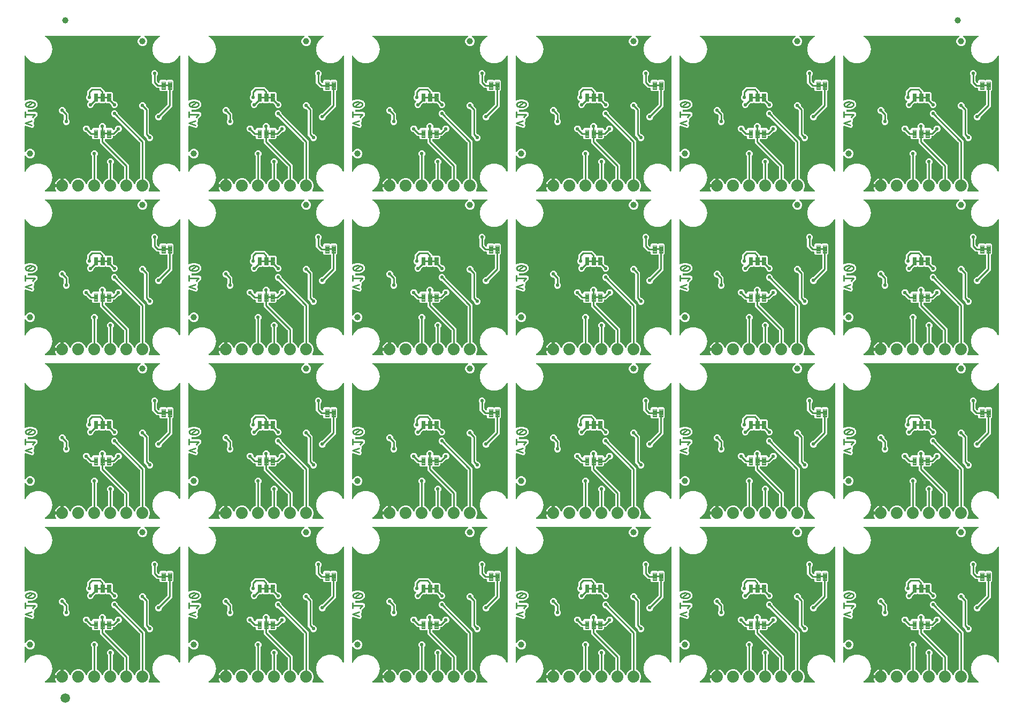
<source format=gbl>
G04 EAGLE Gerber RS-274X export*
G75*
%MOMM*%
%FSLAX34Y34*%
%LPD*%
%INBottom Copper*%
%IPPOS*%
%AMOC8*
5,1,8,0,0,1.08239X$1,22.5*%
G01*
%ADD10C,0.279400*%
%ADD11C,1.000000*%
%ADD12C,1.879600*%
%ADD13C,0.099059*%
%ADD14C,1.500000*%
%ADD15C,0.558800*%
%ADD16C,0.254000*%

G36*
X312014Y521722D02*
X312014Y521722D01*
X312054Y521719D01*
X312172Y521742D01*
X312290Y521757D01*
X312327Y521771D01*
X312366Y521779D01*
X312475Y521830D01*
X312586Y521874D01*
X312618Y521897D01*
X312654Y521914D01*
X312746Y521990D01*
X312843Y522060D01*
X312869Y522091D01*
X312899Y522116D01*
X312970Y522213D01*
X313046Y522305D01*
X313063Y522341D01*
X313087Y522374D01*
X313131Y522485D01*
X313182Y522593D01*
X313189Y522632D01*
X313204Y522669D01*
X313219Y522788D01*
X313242Y522905D01*
X313239Y522945D01*
X313244Y522985D01*
X313229Y523103D01*
X313222Y523223D01*
X313210Y523261D01*
X313205Y523300D01*
X313161Y523412D01*
X313124Y523525D01*
X313102Y523559D01*
X313088Y523596D01*
X313002Y523732D01*
X312369Y524603D01*
X311516Y526277D01*
X310935Y528064D01*
X310895Y528321D01*
X321310Y528321D01*
X321428Y528336D01*
X321547Y528343D01*
X321585Y528356D01*
X321625Y528361D01*
X321736Y528404D01*
X321849Y528441D01*
X321883Y528463D01*
X321921Y528478D01*
X322017Y528548D01*
X322118Y528611D01*
X322146Y528641D01*
X322178Y528664D01*
X322254Y528756D01*
X322336Y528843D01*
X322355Y528878D01*
X322381Y528909D01*
X322432Y529017D01*
X322489Y529121D01*
X322500Y529161D01*
X322517Y529197D01*
X322539Y529314D01*
X322569Y529429D01*
X322573Y529490D01*
X322577Y529510D01*
X322575Y529530D01*
X322579Y529590D01*
X322579Y530861D01*
X323850Y530861D01*
X323968Y530876D01*
X324087Y530883D01*
X324125Y530896D01*
X324165Y530901D01*
X324276Y530945D01*
X324389Y530981D01*
X324424Y531003D01*
X324461Y531018D01*
X324557Y531088D01*
X324658Y531151D01*
X324686Y531181D01*
X324719Y531205D01*
X324794Y531296D01*
X324876Y531383D01*
X324896Y531418D01*
X324921Y531450D01*
X324972Y531557D01*
X325030Y531662D01*
X325040Y531701D01*
X325057Y531737D01*
X325079Y531854D01*
X325109Y531969D01*
X325113Y532030D01*
X325117Y532050D01*
X325115Y532070D01*
X325119Y532130D01*
X325119Y542545D01*
X325376Y542505D01*
X327163Y541924D01*
X328837Y541071D01*
X330358Y539966D01*
X331686Y538638D01*
X332791Y537117D01*
X333644Y535443D01*
X334037Y534234D01*
X334049Y534207D01*
X334056Y534178D01*
X334117Y534063D01*
X334172Y533946D01*
X334191Y533923D01*
X334205Y533897D01*
X334292Y533801D01*
X334375Y533701D01*
X334399Y533684D01*
X334419Y533662D01*
X334527Y533591D01*
X334632Y533514D01*
X334660Y533503D01*
X334685Y533487D01*
X334807Y533445D01*
X334928Y533397D01*
X334957Y533393D01*
X334986Y533384D01*
X335115Y533373D01*
X335243Y533357D01*
X335273Y533361D01*
X335303Y533359D01*
X335430Y533381D01*
X335559Y533397D01*
X335587Y533408D01*
X335616Y533413D01*
X335734Y533466D01*
X335855Y533514D01*
X335879Y533531D01*
X335906Y533544D01*
X336007Y533624D01*
X336112Y533700D01*
X336131Y533723D01*
X336154Y533742D01*
X336232Y533846D01*
X336315Y533945D01*
X336328Y533972D01*
X336346Y533996D01*
X336417Y534141D01*
X337859Y537623D01*
X341217Y540981D01*
X345605Y542799D01*
X350355Y542799D01*
X354743Y540981D01*
X358101Y537623D01*
X359507Y534228D01*
X359576Y534107D01*
X359641Y533984D01*
X359655Y533969D01*
X359665Y533952D01*
X359762Y533852D01*
X359855Y533749D01*
X359872Y533738D01*
X359886Y533723D01*
X360004Y533651D01*
X360121Y533574D01*
X360140Y533568D01*
X360157Y533557D01*
X360290Y533516D01*
X360422Y533471D01*
X360442Y533469D01*
X360461Y533463D01*
X360600Y533457D01*
X360739Y533446D01*
X360759Y533449D01*
X360779Y533448D01*
X360915Y533476D01*
X361052Y533500D01*
X361071Y533508D01*
X361090Y533513D01*
X361215Y533574D01*
X361342Y533631D01*
X361358Y533643D01*
X361376Y533652D01*
X361482Y533743D01*
X361590Y533829D01*
X361603Y533845D01*
X361618Y533859D01*
X361698Y533972D01*
X361782Y534083D01*
X361794Y534109D01*
X361801Y534119D01*
X361808Y534138D01*
X361853Y534228D01*
X363259Y537623D01*
X366617Y540981D01*
X368786Y541879D01*
X368811Y541894D01*
X368839Y541903D01*
X368949Y541973D01*
X369062Y542037D01*
X369083Y542057D01*
X369108Y542073D01*
X369197Y542168D01*
X369290Y542258D01*
X369306Y542283D01*
X369326Y542305D01*
X369389Y542419D01*
X369457Y542529D01*
X369465Y542558D01*
X369480Y542583D01*
X369512Y542709D01*
X369550Y542833D01*
X369552Y542863D01*
X369559Y542891D01*
X369569Y543052D01*
X369569Y577401D01*
X369557Y577499D01*
X369554Y577598D01*
X369537Y577656D01*
X369529Y577716D01*
X369493Y577808D01*
X369465Y577903D01*
X369435Y577955D01*
X369412Y578012D01*
X369354Y578092D01*
X369304Y578177D01*
X369238Y578253D01*
X369226Y578269D01*
X369216Y578277D01*
X369198Y578298D01*
X368857Y578638D01*
X368045Y580599D01*
X368045Y582721D01*
X368857Y584682D01*
X370358Y586183D01*
X372319Y586995D01*
X374441Y586995D01*
X376402Y586183D01*
X377903Y584682D01*
X378715Y582721D01*
X378715Y580599D01*
X377903Y578638D01*
X377562Y578298D01*
X377502Y578220D01*
X377434Y578148D01*
X377405Y578095D01*
X377368Y578047D01*
X377328Y577956D01*
X377280Y577869D01*
X377265Y577811D01*
X377241Y577755D01*
X377226Y577657D01*
X377201Y577561D01*
X377195Y577461D01*
X377191Y577441D01*
X377193Y577429D01*
X377191Y577401D01*
X377191Y543052D01*
X377194Y543023D01*
X377192Y542993D01*
X377214Y542865D01*
X377231Y542736D01*
X377241Y542709D01*
X377246Y542680D01*
X377300Y542561D01*
X377348Y542441D01*
X377365Y542417D01*
X377377Y542390D01*
X377458Y542289D01*
X377534Y542183D01*
X377557Y542165D01*
X377576Y542142D01*
X377679Y542063D01*
X377779Y541981D01*
X377806Y541968D01*
X377830Y541950D01*
X377974Y541879D01*
X380143Y540981D01*
X383501Y537623D01*
X384907Y534228D01*
X384976Y534107D01*
X385041Y533984D01*
X385055Y533969D01*
X385065Y533952D01*
X385162Y533852D01*
X385255Y533749D01*
X385272Y533738D01*
X385286Y533723D01*
X385405Y533651D01*
X385521Y533574D01*
X385540Y533568D01*
X385557Y533557D01*
X385690Y533516D01*
X385822Y533471D01*
X385842Y533469D01*
X385861Y533463D01*
X386000Y533457D01*
X386139Y533446D01*
X386159Y533449D01*
X386179Y533448D01*
X386315Y533476D01*
X386452Y533500D01*
X386471Y533508D01*
X386490Y533512D01*
X386616Y533574D01*
X386742Y533631D01*
X386758Y533643D01*
X386776Y533652D01*
X386882Y533743D01*
X386990Y533829D01*
X387003Y533845D01*
X387018Y533859D01*
X387098Y533972D01*
X387182Y534083D01*
X387194Y534109D01*
X387201Y534119D01*
X387208Y534138D01*
X387253Y534228D01*
X388659Y537623D01*
X392017Y540981D01*
X394186Y541879D01*
X394211Y541894D01*
X394239Y541903D01*
X394349Y541973D01*
X394462Y542037D01*
X394483Y542057D01*
X394508Y542073D01*
X394597Y542168D01*
X394690Y542258D01*
X394706Y542283D01*
X394726Y542305D01*
X394789Y542419D01*
X394857Y542529D01*
X394865Y542558D01*
X394880Y542583D01*
X394912Y542709D01*
X394950Y542833D01*
X394952Y542863D01*
X394959Y542891D01*
X394969Y543052D01*
X394969Y564701D01*
X394957Y564799D01*
X394954Y564898D01*
X394937Y564956D01*
X394929Y565016D01*
X394893Y565108D01*
X394865Y565203D01*
X394835Y565255D01*
X394812Y565312D01*
X394754Y565392D01*
X394704Y565477D01*
X394638Y565553D01*
X394626Y565569D01*
X394616Y565577D01*
X394598Y565598D01*
X394257Y565938D01*
X393445Y567899D01*
X393445Y570021D01*
X394257Y571982D01*
X395758Y573483D01*
X397719Y574295D01*
X399841Y574295D01*
X401802Y573483D01*
X403303Y571982D01*
X404115Y570021D01*
X404115Y567899D01*
X403303Y565938D01*
X402962Y565598D01*
X402902Y565520D01*
X402834Y565448D01*
X402805Y565395D01*
X402768Y565347D01*
X402728Y565256D01*
X402680Y565169D01*
X402665Y565111D01*
X402641Y565055D01*
X402626Y564957D01*
X402601Y564861D01*
X402595Y564761D01*
X402591Y564741D01*
X402593Y564729D01*
X402591Y564701D01*
X402591Y543052D01*
X402594Y543023D01*
X402592Y542993D01*
X402614Y542865D01*
X402631Y542736D01*
X402641Y542709D01*
X402646Y542680D01*
X402700Y542561D01*
X402748Y542441D01*
X402765Y542417D01*
X402777Y542390D01*
X402858Y542289D01*
X402934Y542183D01*
X402957Y542165D01*
X402976Y542142D01*
X403079Y542063D01*
X403179Y541981D01*
X403206Y541968D01*
X403230Y541950D01*
X403374Y541879D01*
X405543Y540981D01*
X408901Y537623D01*
X410307Y534228D01*
X410376Y534107D01*
X410441Y533984D01*
X410455Y533969D01*
X410465Y533952D01*
X410562Y533852D01*
X410655Y533749D01*
X410672Y533738D01*
X410686Y533723D01*
X410804Y533651D01*
X410921Y533574D01*
X410940Y533568D01*
X410957Y533557D01*
X411090Y533516D01*
X411222Y533471D01*
X411242Y533469D01*
X411261Y533463D01*
X411400Y533457D01*
X411539Y533446D01*
X411559Y533449D01*
X411579Y533448D01*
X411715Y533476D01*
X411852Y533500D01*
X411871Y533508D01*
X411890Y533512D01*
X412015Y533574D01*
X412142Y533631D01*
X412158Y533643D01*
X412176Y533652D01*
X412282Y533743D01*
X412390Y533829D01*
X412403Y533845D01*
X412418Y533859D01*
X412498Y533972D01*
X412582Y534083D01*
X412594Y534109D01*
X412601Y534119D01*
X412608Y534138D01*
X412653Y534228D01*
X414059Y537623D01*
X417417Y540981D01*
X419586Y541879D01*
X419611Y541894D01*
X419639Y541903D01*
X419749Y541973D01*
X419862Y542037D01*
X419883Y542057D01*
X419908Y542073D01*
X419997Y542168D01*
X420090Y542258D01*
X420106Y542283D01*
X420126Y542305D01*
X420189Y542419D01*
X420257Y542529D01*
X420265Y542558D01*
X420280Y542583D01*
X420312Y542709D01*
X420350Y542833D01*
X420352Y542863D01*
X420359Y542891D01*
X420369Y543052D01*
X420369Y560506D01*
X420357Y560604D01*
X420354Y560703D01*
X420337Y560761D01*
X420329Y560821D01*
X420293Y560913D01*
X420265Y561009D01*
X420235Y561061D01*
X420212Y561117D01*
X420154Y561197D01*
X420104Y561282D01*
X420038Y561358D01*
X420026Y561374D01*
X420016Y561382D01*
X419998Y561403D01*
X382269Y599132D01*
X382269Y603740D01*
X382257Y603838D01*
X382254Y603937D01*
X382237Y603996D01*
X382229Y604056D01*
X382193Y604148D01*
X382165Y604243D01*
X382135Y604295D01*
X382112Y604351D01*
X382054Y604431D01*
X382004Y604517D01*
X381938Y604592D01*
X381926Y604609D01*
X381916Y604616D01*
X381897Y604638D01*
X381770Y604765D01*
X381676Y604837D01*
X381587Y604916D01*
X381551Y604935D01*
X381519Y604960D01*
X381410Y605007D01*
X381304Y605061D01*
X381264Y605070D01*
X381227Y605086D01*
X381110Y605104D01*
X380994Y605131D01*
X380953Y605129D01*
X380913Y605136D01*
X380794Y605124D01*
X380676Y605121D01*
X380637Y605110D01*
X380596Y605106D01*
X380485Y605066D01*
X380370Y605032D01*
X380335Y605012D01*
X380297Y604998D01*
X380199Y604931D01*
X380096Y604871D01*
X380051Y604831D01*
X380034Y604820D01*
X380021Y604804D01*
X379975Y604764D01*
X379730Y604519D01*
X371602Y604519D01*
X369823Y606298D01*
X369823Y608330D01*
X369808Y608448D01*
X369801Y608567D01*
X369788Y608605D01*
X369783Y608646D01*
X369740Y608756D01*
X369703Y608869D01*
X369681Y608904D01*
X369666Y608941D01*
X369597Y609037D01*
X369533Y609138D01*
X369503Y609166D01*
X369480Y609199D01*
X369388Y609275D01*
X369301Y609356D01*
X369266Y609376D01*
X369235Y609401D01*
X369127Y609452D01*
X369023Y609510D01*
X368983Y609520D01*
X368947Y609537D01*
X368830Y609559D01*
X368715Y609589D01*
X368655Y609593D01*
X368635Y609597D01*
X368614Y609595D01*
X368554Y609599D01*
X366722Y609599D01*
X360997Y615324D01*
X360919Y615384D01*
X360847Y615452D01*
X360794Y615481D01*
X360746Y615518D01*
X360655Y615558D01*
X360568Y615606D01*
X360510Y615621D01*
X360454Y615645D01*
X360356Y615660D01*
X360260Y615685D01*
X360160Y615691D01*
X360140Y615695D01*
X360128Y615693D01*
X360100Y615695D01*
X359619Y615695D01*
X357658Y616507D01*
X356157Y618008D01*
X355345Y619969D01*
X355345Y622091D01*
X356157Y624052D01*
X357658Y625553D01*
X359619Y626365D01*
X361741Y626365D01*
X363702Y625553D01*
X365203Y624052D01*
X366015Y622091D01*
X366015Y621610D01*
X366027Y621512D01*
X366030Y621413D01*
X366047Y621355D01*
X366055Y621295D01*
X366091Y621203D01*
X366119Y621107D01*
X366149Y621055D01*
X366172Y620999D01*
X366230Y620919D01*
X366280Y620834D01*
X366346Y620758D01*
X366358Y620742D01*
X366368Y620734D01*
X366386Y620713D01*
X367657Y619443D01*
X367766Y619358D01*
X367873Y619269D01*
X367892Y619260D01*
X367908Y619248D01*
X368035Y619192D01*
X368161Y619133D01*
X368181Y619129D01*
X368200Y619121D01*
X368338Y619099D01*
X368474Y619073D01*
X368494Y619075D01*
X368514Y619072D01*
X368653Y619085D01*
X368791Y619093D01*
X368810Y619099D01*
X368830Y619101D01*
X368962Y619149D01*
X369093Y619191D01*
X369111Y619202D01*
X369130Y619209D01*
X369245Y619287D01*
X369362Y619361D01*
X369376Y619376D01*
X369393Y619388D01*
X369485Y619492D01*
X369580Y619593D01*
X369590Y619611D01*
X369603Y619626D01*
X369667Y619750D01*
X369734Y619872D01*
X369739Y619891D01*
X369748Y619909D01*
X369778Y620045D01*
X369813Y620179D01*
X369815Y620208D01*
X369818Y620219D01*
X369817Y620240D01*
X369823Y620340D01*
X369823Y620522D01*
X371602Y622301D01*
X379476Y622301D01*
X379594Y622316D01*
X379713Y622323D01*
X379751Y622336D01*
X379792Y622341D01*
X379902Y622384D01*
X380015Y622421D01*
X380050Y622443D01*
X380087Y622458D01*
X380183Y622527D01*
X380284Y622591D01*
X380312Y622621D01*
X380345Y622644D01*
X380421Y622736D01*
X380502Y622823D01*
X380522Y622858D01*
X380547Y622889D01*
X380598Y622997D01*
X380656Y623101D01*
X380666Y623141D01*
X380683Y623177D01*
X380705Y623294D01*
X380735Y623409D01*
X380739Y623469D01*
X380743Y623489D01*
X380741Y623510D01*
X380745Y623570D01*
X380745Y625901D01*
X381557Y627862D01*
X383058Y629363D01*
X385019Y630175D01*
X387141Y630175D01*
X389102Y629363D01*
X390603Y627862D01*
X391415Y625901D01*
X391415Y623570D01*
X391430Y623452D01*
X391437Y623333D01*
X391450Y623295D01*
X391455Y623254D01*
X391498Y623144D01*
X391535Y623031D01*
X391557Y622996D01*
X391572Y622959D01*
X391641Y622863D01*
X391705Y622762D01*
X391735Y622734D01*
X391758Y622701D01*
X391850Y622625D01*
X391937Y622544D01*
X391972Y622524D01*
X392003Y622499D01*
X392111Y622448D01*
X392215Y622390D01*
X392255Y622380D01*
X392291Y622363D01*
X392408Y622341D01*
X392523Y622311D01*
X392583Y622307D01*
X392603Y622303D01*
X392624Y622305D01*
X392684Y622301D01*
X400558Y622301D01*
X402337Y620522D01*
X402337Y620340D01*
X402354Y620202D01*
X402367Y620064D01*
X402374Y620045D01*
X402377Y620025D01*
X402428Y619896D01*
X402475Y619764D01*
X402486Y619748D01*
X402494Y619729D01*
X402575Y619617D01*
X402653Y619501D01*
X402669Y619488D01*
X402680Y619472D01*
X402788Y619383D01*
X402892Y619291D01*
X402910Y619282D01*
X402925Y619269D01*
X403051Y619210D01*
X403175Y619146D01*
X403195Y619142D01*
X403213Y619133D01*
X403350Y619107D01*
X403485Y619077D01*
X403506Y619077D01*
X403525Y619073D01*
X403664Y619082D01*
X403803Y619086D01*
X403823Y619092D01*
X403843Y619093D01*
X403975Y619136D01*
X404109Y619175D01*
X404126Y619185D01*
X404145Y619191D01*
X404263Y619266D01*
X404383Y619336D01*
X404404Y619355D01*
X404414Y619361D01*
X404428Y619376D01*
X404503Y619443D01*
X405774Y620713D01*
X405834Y620791D01*
X405902Y620863D01*
X405931Y620916D01*
X405968Y620964D01*
X406008Y621055D01*
X406056Y621142D01*
X406071Y621200D01*
X406095Y621256D01*
X406110Y621354D01*
X406135Y621450D01*
X406141Y621550D01*
X406145Y621570D01*
X406143Y621582D01*
X406145Y621610D01*
X406145Y622091D01*
X406957Y624052D01*
X408458Y625553D01*
X410419Y626365D01*
X412541Y626365D01*
X414502Y625553D01*
X416003Y624052D01*
X416815Y622091D01*
X416815Y619969D01*
X416003Y618008D01*
X414502Y616507D01*
X412541Y615695D01*
X412060Y615695D01*
X411962Y615683D01*
X411863Y615680D01*
X411805Y615663D01*
X411745Y615655D01*
X411653Y615619D01*
X411557Y615591D01*
X411505Y615561D01*
X411449Y615538D01*
X411369Y615480D01*
X411284Y615430D01*
X411208Y615364D01*
X411192Y615352D01*
X411184Y615342D01*
X411163Y615324D01*
X405438Y609599D01*
X403606Y609599D01*
X403488Y609584D01*
X403369Y609577D01*
X403331Y609564D01*
X403290Y609559D01*
X403180Y609516D01*
X403067Y609479D01*
X403032Y609457D01*
X402995Y609442D01*
X402899Y609373D01*
X402798Y609309D01*
X402770Y609279D01*
X402737Y609256D01*
X402661Y609164D01*
X402580Y609077D01*
X402560Y609042D01*
X402535Y609011D01*
X402484Y608903D01*
X402426Y608799D01*
X402416Y608759D01*
X402399Y608723D01*
X402377Y608606D01*
X402347Y608491D01*
X402343Y608431D01*
X402339Y608411D01*
X402341Y608390D01*
X402337Y608330D01*
X402337Y606298D01*
X400558Y604519D01*
X392430Y604519D01*
X392184Y604765D01*
X392090Y604838D01*
X392001Y604916D01*
X391965Y604935D01*
X391933Y604959D01*
X391824Y605007D01*
X391718Y605061D01*
X391679Y605070D01*
X391641Y605086D01*
X391524Y605104D01*
X391408Y605131D01*
X391367Y605129D01*
X391327Y605136D01*
X391209Y605124D01*
X391090Y605121D01*
X391051Y605110D01*
X391011Y605106D01*
X390898Y605066D01*
X390784Y605032D01*
X390749Y605012D01*
X390711Y604998D01*
X390613Y604931D01*
X390510Y604871D01*
X390465Y604831D01*
X390448Y604820D01*
X390435Y604804D01*
X390389Y604765D01*
X390262Y604638D01*
X390202Y604559D01*
X390134Y604487D01*
X390105Y604434D01*
X390068Y604386D01*
X390028Y604295D01*
X389980Y604209D01*
X389965Y604150D01*
X389941Y604094D01*
X389926Y603996D01*
X389901Y603901D01*
X389895Y603801D01*
X389891Y603780D01*
X389893Y603768D01*
X389891Y603740D01*
X389891Y602814D01*
X389903Y602716D01*
X389906Y602617D01*
X389923Y602559D01*
X389931Y602499D01*
X389967Y602407D01*
X389995Y602311D01*
X390025Y602259D01*
X390048Y602203D01*
X390106Y602123D01*
X390156Y602038D01*
X390222Y601962D01*
X390234Y601946D01*
X390244Y601938D01*
X390262Y601917D01*
X427991Y564188D01*
X427991Y543052D01*
X427994Y543023D01*
X427992Y542993D01*
X428014Y542865D01*
X428031Y542736D01*
X428041Y542709D01*
X428046Y542680D01*
X428100Y542561D01*
X428148Y542441D01*
X428165Y542417D01*
X428177Y542390D01*
X428258Y542289D01*
X428334Y542183D01*
X428357Y542165D01*
X428376Y542142D01*
X428479Y542063D01*
X428579Y541981D01*
X428606Y541968D01*
X428630Y541950D01*
X428774Y541879D01*
X430943Y540981D01*
X434301Y537623D01*
X435707Y534228D01*
X435776Y534107D01*
X435841Y533984D01*
X435855Y533969D01*
X435865Y533952D01*
X435962Y533852D01*
X436055Y533749D01*
X436072Y533738D01*
X436086Y533723D01*
X436204Y533651D01*
X436321Y533574D01*
X436340Y533568D01*
X436357Y533557D01*
X436490Y533516D01*
X436622Y533471D01*
X436642Y533469D01*
X436661Y533463D01*
X436800Y533457D01*
X436939Y533446D01*
X436959Y533449D01*
X436979Y533448D01*
X437115Y533476D01*
X437252Y533500D01*
X437271Y533508D01*
X437290Y533512D01*
X437415Y533574D01*
X437542Y533631D01*
X437558Y533643D01*
X437576Y533652D01*
X437682Y533743D01*
X437790Y533829D01*
X437803Y533845D01*
X437818Y533859D01*
X437898Y533972D01*
X437982Y534083D01*
X437994Y534109D01*
X438001Y534119D01*
X438008Y534138D01*
X438053Y534228D01*
X439459Y537623D01*
X442817Y540981D01*
X444986Y541879D01*
X445011Y541894D01*
X445039Y541903D01*
X445149Y541973D01*
X445262Y542037D01*
X445283Y542057D01*
X445308Y542073D01*
X445397Y542168D01*
X445490Y542258D01*
X445506Y542283D01*
X445526Y542305D01*
X445589Y542419D01*
X445657Y542529D01*
X445665Y542558D01*
X445680Y542583D01*
X445712Y542709D01*
X445750Y542833D01*
X445752Y542863D01*
X445759Y542891D01*
X445769Y543052D01*
X445769Y598606D01*
X445757Y598704D01*
X445754Y598803D01*
X445737Y598861D01*
X445729Y598921D01*
X445693Y599013D01*
X445665Y599109D01*
X445635Y599161D01*
X445612Y599217D01*
X445554Y599297D01*
X445504Y599382D01*
X445438Y599458D01*
X445426Y599474D01*
X445416Y599482D01*
X445398Y599503D01*
X405447Y639454D01*
X405369Y639514D01*
X405297Y639582D01*
X405244Y639611D01*
X405196Y639648D01*
X405105Y639688D01*
X405018Y639736D01*
X404960Y639751D01*
X404904Y639775D01*
X404806Y639790D01*
X404710Y639815D01*
X404610Y639821D01*
X404590Y639825D01*
X404578Y639823D01*
X404550Y639825D01*
X404069Y639825D01*
X402108Y640637D01*
X400607Y642138D01*
X399795Y644099D01*
X399795Y646221D01*
X400607Y648182D01*
X402108Y649683D01*
X404069Y650495D01*
X406191Y650495D01*
X408152Y649683D01*
X409653Y648182D01*
X410465Y646221D01*
X410465Y645740D01*
X410477Y645642D01*
X410480Y645543D01*
X410497Y645485D01*
X410505Y645425D01*
X410541Y645333D01*
X410569Y645237D01*
X410599Y645185D01*
X410622Y645129D01*
X410680Y645049D01*
X410730Y644964D01*
X410796Y644888D01*
X410808Y644872D01*
X410818Y644864D01*
X410836Y644843D01*
X453391Y602288D01*
X453391Y543052D01*
X453394Y543023D01*
X453392Y542993D01*
X453414Y542865D01*
X453431Y542736D01*
X453441Y542709D01*
X453446Y542680D01*
X453500Y542561D01*
X453548Y542441D01*
X453565Y542417D01*
X453577Y542390D01*
X453658Y542289D01*
X453734Y542183D01*
X453757Y542165D01*
X453776Y542142D01*
X453879Y542063D01*
X453979Y541981D01*
X454006Y541968D01*
X454030Y541950D01*
X454174Y541879D01*
X456343Y540981D01*
X459701Y537623D01*
X461519Y533235D01*
X461519Y528485D01*
X459701Y524097D01*
X459487Y523884D01*
X459402Y523774D01*
X459314Y523667D01*
X459305Y523648D01*
X459292Y523632D01*
X459237Y523505D01*
X459178Y523379D01*
X459174Y523359D01*
X459166Y523340D01*
X459144Y523203D01*
X459118Y523066D01*
X459119Y523046D01*
X459116Y523026D01*
X459129Y522887D01*
X459138Y522749D01*
X459144Y522730D01*
X459146Y522710D01*
X459193Y522578D01*
X459236Y522447D01*
X459247Y522430D01*
X459254Y522410D01*
X459332Y522295D01*
X459406Y522178D01*
X459421Y522164D01*
X459432Y522147D01*
X459536Y522055D01*
X459638Y521960D01*
X459655Y521950D01*
X459671Y521937D01*
X459795Y521873D01*
X459916Y521806D01*
X459936Y521801D01*
X459954Y521792D01*
X460090Y521762D01*
X460224Y521727D01*
X460252Y521725D01*
X460264Y521722D01*
X460285Y521723D01*
X460385Y521717D01*
X475883Y521717D01*
X475980Y521729D01*
X476078Y521732D01*
X476137Y521749D01*
X476199Y521757D01*
X476290Y521793D01*
X476384Y521819D01*
X476437Y521851D01*
X476495Y521874D01*
X476574Y521931D01*
X476658Y521980D01*
X476702Y522024D01*
X476752Y522060D01*
X476814Y522136D01*
X476884Y522205D01*
X476915Y522258D01*
X476955Y522305D01*
X476996Y522394D01*
X477046Y522478D01*
X477064Y522537D01*
X477090Y522593D01*
X477109Y522689D01*
X477136Y522783D01*
X477138Y522845D01*
X477150Y522905D01*
X477144Y523003D01*
X477147Y523101D01*
X477134Y523161D01*
X477130Y523223D01*
X477100Y523316D01*
X477079Y523411D01*
X477051Y523467D01*
X477032Y523525D01*
X476980Y523608D01*
X476936Y523695D01*
X476895Y523742D01*
X476862Y523794D01*
X476791Y523861D01*
X476727Y523935D01*
X476676Y523970D01*
X476630Y524012D01*
X476545Y524059D01*
X476521Y524075D01*
X470490Y529136D01*
X466594Y535885D01*
X465240Y543560D01*
X466594Y551235D01*
X470490Y557984D01*
X476460Y562993D01*
X483783Y565659D01*
X491577Y565659D01*
X498900Y562993D01*
X504870Y557984D01*
X507155Y554026D01*
X507238Y553917D01*
X507243Y553909D01*
X507246Y553906D01*
X507328Y553792D01*
X507339Y553783D01*
X507347Y553773D01*
X507461Y553682D01*
X507573Y553589D01*
X507586Y553584D01*
X507596Y553575D01*
X507730Y553516D01*
X507861Y553454D01*
X507874Y553451D01*
X507887Y553446D01*
X508031Y553421D01*
X508174Y553394D01*
X508187Y553395D01*
X508200Y553393D01*
X508346Y553405D01*
X508491Y553414D01*
X508504Y553418D01*
X508517Y553419D01*
X508655Y553467D01*
X508793Y553512D01*
X508805Y553519D01*
X508818Y553523D01*
X508939Y553604D01*
X509062Y553682D01*
X509071Y553692D01*
X509083Y553699D01*
X509180Y553807D01*
X509280Y553914D01*
X509287Y553925D01*
X509296Y553935D01*
X509363Y554064D01*
X509434Y554192D01*
X509437Y554205D01*
X509443Y554217D01*
X509477Y554359D01*
X509513Y554500D01*
X509514Y554518D01*
X509516Y554527D01*
X509516Y554544D01*
X509523Y554661D01*
X509523Y735659D01*
X509505Y735804D01*
X509490Y735949D01*
X509485Y735961D01*
X509483Y735975D01*
X509430Y736110D01*
X509379Y736247D01*
X509371Y736258D01*
X509366Y736271D01*
X509281Y736388D01*
X509198Y736508D01*
X509188Y736517D01*
X509180Y736528D01*
X509067Y736621D01*
X508957Y736716D01*
X508945Y736722D01*
X508935Y736731D01*
X508803Y736792D01*
X508672Y736858D01*
X508659Y736860D01*
X508647Y736866D01*
X508505Y736893D01*
X508361Y736924D01*
X508348Y736923D01*
X508335Y736926D01*
X508190Y736917D01*
X508044Y736911D01*
X508031Y736907D01*
X508017Y736906D01*
X507879Y736861D01*
X507739Y736819D01*
X507727Y736812D01*
X507715Y736808D01*
X507591Y736730D01*
X507467Y736655D01*
X507457Y736645D01*
X507446Y736638D01*
X507346Y736532D01*
X507244Y736428D01*
X507234Y736413D01*
X507228Y736406D01*
X507220Y736392D01*
X507155Y736294D01*
X504870Y732336D01*
X498900Y727327D01*
X491577Y724661D01*
X483783Y724661D01*
X476460Y727327D01*
X470490Y732336D01*
X466594Y739085D01*
X465240Y746760D01*
X466594Y754435D01*
X470490Y761184D01*
X476493Y766221D01*
X476495Y766222D01*
X476545Y766258D01*
X476600Y766286D01*
X476673Y766351D01*
X476752Y766408D01*
X476791Y766456D01*
X476838Y766497D01*
X476893Y766578D01*
X476955Y766653D01*
X476981Y766709D01*
X477016Y766761D01*
X477049Y766853D01*
X477090Y766941D01*
X477102Y767002D01*
X477123Y767060D01*
X477132Y767158D01*
X477150Y767254D01*
X477146Y767315D01*
X477152Y767377D01*
X477136Y767474D01*
X477130Y767571D01*
X477111Y767630D01*
X477101Y767691D01*
X477062Y767781D01*
X477032Y767873D01*
X476999Y767926D01*
X476974Y767983D01*
X476914Y768060D01*
X476862Y768142D01*
X476817Y768185D01*
X476779Y768234D01*
X476702Y768293D01*
X476630Y768360D01*
X476576Y768390D01*
X476527Y768428D01*
X476437Y768467D01*
X476352Y768514D01*
X476292Y768529D01*
X476235Y768554D01*
X476138Y768569D01*
X476044Y768593D01*
X475940Y768600D01*
X475921Y768603D01*
X475909Y768602D01*
X475883Y768603D01*
X453592Y768603D01*
X453523Y768595D01*
X453453Y768596D01*
X453365Y768575D01*
X453276Y768563D01*
X453212Y768538D01*
X453144Y768521D01*
X453064Y768479D01*
X452981Y768446D01*
X452924Y768405D01*
X452863Y768373D01*
X452796Y768312D01*
X452723Y768260D01*
X452679Y768206D01*
X452627Y768159D01*
X452578Y768084D01*
X452521Y768015D01*
X452491Y767951D01*
X452452Y767893D01*
X452423Y767808D01*
X452385Y767727D01*
X452372Y767658D01*
X452349Y767592D01*
X452342Y767503D01*
X452325Y767415D01*
X452330Y767345D01*
X452324Y767275D01*
X452339Y767187D01*
X452345Y767097D01*
X452366Y767031D01*
X452378Y766962D01*
X452415Y766880D01*
X452443Y766795D01*
X452480Y766736D01*
X452509Y766672D01*
X452565Y766602D01*
X452613Y766526D01*
X452664Y766478D01*
X452708Y766424D01*
X452779Y766370D01*
X452845Y766308D01*
X452906Y766274D01*
X452962Y766232D01*
X453106Y766161D01*
X453851Y765853D01*
X455973Y763731D01*
X457121Y760960D01*
X457121Y757960D01*
X455973Y755189D01*
X453851Y753067D01*
X451080Y751919D01*
X448080Y751919D01*
X445309Y753067D01*
X443187Y755189D01*
X442039Y757960D01*
X442039Y760960D01*
X443187Y763731D01*
X445309Y765853D01*
X446054Y766161D01*
X446114Y766196D01*
X446179Y766222D01*
X446252Y766274D01*
X446330Y766319D01*
X446380Y766367D01*
X446437Y766408D01*
X446494Y766478D01*
X446558Y766540D01*
X446595Y766600D01*
X446639Y766653D01*
X446678Y766735D01*
X446725Y766811D01*
X446745Y766878D01*
X446775Y766941D01*
X446792Y767029D01*
X446818Y767115D01*
X446822Y767185D01*
X446835Y767254D01*
X446829Y767343D01*
X446833Y767433D01*
X446819Y767501D01*
X446815Y767571D01*
X446787Y767656D01*
X446769Y767744D01*
X446738Y767807D01*
X446717Y767873D01*
X446669Y767949D01*
X446629Y768030D01*
X446584Y768083D01*
X446547Y768142D01*
X446481Y768204D01*
X446423Y768272D01*
X446366Y768312D01*
X446315Y768360D01*
X446236Y768404D01*
X446163Y768455D01*
X446098Y768480D01*
X446037Y768514D01*
X445950Y768536D01*
X445866Y768568D01*
X445796Y768576D01*
X445729Y768593D01*
X445568Y768603D01*
X296277Y768603D01*
X296180Y768591D01*
X296082Y768588D01*
X296023Y768571D01*
X295961Y768563D01*
X295871Y768528D01*
X295777Y768501D01*
X295723Y768469D01*
X295665Y768446D01*
X295587Y768389D01*
X295502Y768340D01*
X295458Y768296D01*
X295408Y768260D01*
X295346Y768184D01*
X295277Y768116D01*
X295245Y768062D01*
X295205Y768015D01*
X295164Y767926D01*
X295114Y767843D01*
X295096Y767783D01*
X295070Y767727D01*
X295051Y767631D01*
X295024Y767538D01*
X295022Y767475D01*
X295010Y767415D01*
X295016Y767317D01*
X295013Y767220D01*
X295026Y767159D01*
X295030Y767097D01*
X295060Y767005D01*
X295081Y766909D01*
X295109Y766854D01*
X295128Y766795D01*
X295180Y766712D01*
X295224Y766625D01*
X295265Y766578D01*
X295298Y766526D01*
X295369Y766459D01*
X295433Y766386D01*
X295484Y766351D01*
X295530Y766308D01*
X295615Y766261D01*
X295639Y766245D01*
X301670Y761184D01*
X305566Y754435D01*
X306920Y746760D01*
X305566Y739085D01*
X301670Y732336D01*
X295700Y727327D01*
X288377Y724661D01*
X280583Y724661D01*
X273260Y727327D01*
X267290Y732336D01*
X265005Y736294D01*
X264917Y736410D01*
X264832Y736528D01*
X264821Y736537D01*
X264813Y736547D01*
X264699Y736638D01*
X264587Y736731D01*
X264574Y736736D01*
X264564Y736745D01*
X264430Y736804D01*
X264299Y736866D01*
X264286Y736869D01*
X264273Y736874D01*
X264129Y736899D01*
X263986Y736926D01*
X263973Y736925D01*
X263960Y736927D01*
X263814Y736915D01*
X263669Y736906D01*
X263656Y736902D01*
X263643Y736901D01*
X263505Y736853D01*
X263367Y736808D01*
X263355Y736801D01*
X263342Y736797D01*
X263221Y736716D01*
X263098Y736638D01*
X263089Y736628D01*
X263077Y736621D01*
X262980Y736513D01*
X262880Y736406D01*
X262873Y736395D01*
X262864Y736385D01*
X262797Y736256D01*
X262726Y736128D01*
X262723Y736115D01*
X262717Y736103D01*
X262683Y735961D01*
X262647Y735820D01*
X262646Y735802D01*
X262644Y735793D01*
X262644Y735776D01*
X262637Y735659D01*
X262637Y667168D01*
X262638Y667158D01*
X262637Y667148D01*
X262658Y667000D01*
X262677Y666852D01*
X262680Y666843D01*
X262682Y666833D01*
X262739Y666696D01*
X262794Y666556D01*
X262799Y666548D01*
X262803Y666539D01*
X262893Y666420D01*
X262980Y666299D01*
X262988Y666293D01*
X262994Y666285D01*
X263110Y666192D01*
X263225Y666096D01*
X263235Y666092D01*
X263242Y666086D01*
X263378Y666024D01*
X263513Y665961D01*
X263523Y665959D01*
X263532Y665955D01*
X263680Y665929D01*
X263825Y665901D01*
X263835Y665901D01*
X263845Y665900D01*
X263995Y665911D01*
X264143Y665921D01*
X264152Y665924D01*
X264162Y665924D01*
X264318Y665967D01*
X264787Y666128D01*
X264791Y666130D01*
X264932Y666188D01*
X266310Y666860D01*
X269861Y667679D01*
X269901Y667694D01*
X273649Y667694D01*
X273699Y667679D01*
X277250Y666860D01*
X277369Y666801D01*
X277499Y666757D01*
X277627Y666709D01*
X277658Y666703D01*
X277670Y666699D01*
X277691Y666697D01*
X277785Y666681D01*
X277999Y666657D01*
X278033Y666614D01*
X278063Y666585D01*
X278087Y666551D01*
X278177Y666475D01*
X278262Y666392D01*
X278297Y666372D01*
X278329Y666345D01*
X278468Y666266D01*
X278628Y666188D01*
X278632Y666186D01*
X278773Y666128D01*
X280596Y665503D01*
X283211Y661842D01*
X283211Y657344D01*
X280596Y653684D01*
X278773Y653059D01*
X278769Y653057D01*
X278628Y652999D01*
X277250Y652327D01*
X273699Y651508D01*
X273659Y651493D01*
X269911Y651493D01*
X269861Y651508D01*
X269769Y651529D01*
X269645Y651542D01*
X269522Y651561D01*
X269487Y651557D01*
X269452Y651561D01*
X269329Y651542D01*
X269205Y651531D01*
X269173Y651519D01*
X269138Y651513D01*
X269023Y651465D01*
X268906Y651422D01*
X268877Y651403D01*
X268845Y651389D01*
X268746Y651313D01*
X268643Y651243D01*
X268620Y651217D01*
X268592Y651196D01*
X268515Y651098D01*
X268433Y651005D01*
X268417Y650974D01*
X268396Y650946D01*
X268345Y650832D01*
X268289Y650721D01*
X268281Y650687D01*
X268267Y650655D01*
X268247Y650533D01*
X268220Y650411D01*
X268221Y650376D01*
X268215Y650341D01*
X268225Y650233D01*
X268225Y649169D01*
X268240Y649051D01*
X268247Y648932D01*
X268260Y648894D01*
X268265Y648854D01*
X268308Y648743D01*
X268345Y648630D01*
X268367Y648595D01*
X268382Y648558D01*
X268451Y648462D01*
X268515Y648361D01*
X268545Y648333D01*
X268568Y648301D01*
X268660Y648225D01*
X268747Y648143D01*
X268782Y648124D01*
X268813Y648098D01*
X268921Y648047D01*
X269025Y647990D01*
X269065Y647979D01*
X269101Y647962D01*
X269218Y647940D01*
X269333Y647910D01*
X269393Y647906D01*
X269413Y647902D01*
X269434Y647904D01*
X269494Y647900D01*
X278985Y647900D01*
X278999Y647902D01*
X279125Y647908D01*
X280499Y648060D01*
X280578Y648012D01*
X280606Y648004D01*
X280631Y647990D01*
X280757Y647957D01*
X280882Y647919D01*
X280885Y647919D01*
X281854Y646950D01*
X281865Y646941D01*
X281958Y646857D01*
X283038Y645993D01*
X283059Y645903D01*
X283073Y645877D01*
X283081Y645850D01*
X283147Y645738D01*
X283208Y645622D01*
X283211Y645620D01*
X283211Y644250D01*
X283213Y644236D01*
X283218Y644110D01*
X283371Y642736D01*
X283323Y642657D01*
X283314Y642630D01*
X283300Y642604D01*
X283268Y642478D01*
X283230Y642353D01*
X283229Y642350D01*
X282261Y641382D01*
X282252Y641370D01*
X282168Y641277D01*
X278065Y636148D01*
X278026Y636086D01*
X277980Y636029D01*
X277944Y635950D01*
X277899Y635877D01*
X277877Y635807D01*
X277846Y635740D01*
X277831Y635656D01*
X277805Y635573D01*
X277802Y635499D01*
X277789Y635427D01*
X277795Y635342D01*
X277791Y635255D01*
X277806Y635183D01*
X277811Y635110D01*
X277852Y634954D01*
X278529Y632922D01*
X277299Y630462D01*
X277289Y630434D01*
X277274Y630408D01*
X277236Y630284D01*
X277193Y630162D01*
X277191Y630132D01*
X277182Y630103D01*
X277177Y629973D01*
X277166Y629845D01*
X277171Y629816D01*
X277170Y629786D01*
X277197Y629659D01*
X277218Y629531D01*
X277230Y629504D01*
X277236Y629475D01*
X277299Y629326D01*
X278529Y626866D01*
X277498Y623771D01*
X274580Y622312D01*
X264688Y625610D01*
X264679Y625611D01*
X264671Y625615D01*
X264524Y625642D01*
X264376Y625672D01*
X264367Y625671D01*
X264359Y625673D01*
X264209Y625662D01*
X264059Y625654D01*
X264050Y625651D01*
X264041Y625651D01*
X263886Y625610D01*
X263505Y625483D01*
X263437Y625450D01*
X263367Y625427D01*
X263295Y625382D01*
X263218Y625345D01*
X263161Y625297D01*
X263098Y625257D01*
X263039Y625195D01*
X262974Y625140D01*
X262931Y625080D01*
X262880Y625026D01*
X262839Y624951D01*
X262789Y624882D01*
X262762Y624812D01*
X262726Y624747D01*
X262705Y624665D01*
X262674Y624585D01*
X262666Y624511D01*
X262647Y624439D01*
X262637Y624278D01*
X262637Y585672D01*
X262645Y585603D01*
X262644Y585533D01*
X262665Y585445D01*
X262677Y585356D01*
X262702Y585292D01*
X262719Y585224D01*
X262761Y585144D01*
X262794Y585061D01*
X262835Y585004D01*
X262867Y584943D01*
X262928Y584876D01*
X262980Y584803D01*
X263034Y584759D01*
X263081Y584707D01*
X263156Y584658D01*
X263225Y584601D01*
X263289Y584571D01*
X263347Y584532D01*
X263432Y584503D01*
X263513Y584465D01*
X263582Y584452D01*
X263648Y584429D01*
X263737Y584422D01*
X263825Y584405D01*
X263895Y584410D01*
X263965Y584404D01*
X264053Y584419D01*
X264143Y584425D01*
X264209Y584446D01*
X264278Y584458D01*
X264360Y584495D01*
X264445Y584523D01*
X264504Y584560D01*
X264568Y584589D01*
X264638Y584645D01*
X264714Y584693D01*
X264762Y584744D01*
X264816Y584788D01*
X264870Y584859D01*
X264932Y584925D01*
X264966Y584986D01*
X265008Y585042D01*
X265079Y585186D01*
X265387Y585931D01*
X267509Y588053D01*
X270280Y589201D01*
X273280Y589201D01*
X276051Y588053D01*
X278173Y585931D01*
X279321Y583160D01*
X279321Y580160D01*
X278173Y577389D01*
X276051Y575267D01*
X273280Y574119D01*
X270280Y574119D01*
X267509Y575267D01*
X265387Y577389D01*
X265079Y578134D01*
X265044Y578194D01*
X265018Y578259D01*
X264966Y578332D01*
X264921Y578410D01*
X264873Y578460D01*
X264832Y578517D01*
X264762Y578574D01*
X264700Y578638D01*
X264640Y578675D01*
X264587Y578719D01*
X264505Y578758D01*
X264429Y578805D01*
X264362Y578825D01*
X264299Y578855D01*
X264211Y578872D01*
X264125Y578898D01*
X264055Y578902D01*
X263986Y578915D01*
X263897Y578909D01*
X263807Y578913D01*
X263739Y578899D01*
X263669Y578895D01*
X263584Y578867D01*
X263496Y578849D01*
X263433Y578818D01*
X263367Y578797D01*
X263291Y578749D01*
X263210Y578709D01*
X263157Y578664D01*
X263098Y578627D01*
X263036Y578561D01*
X262968Y578503D01*
X262928Y578446D01*
X262880Y578395D01*
X262836Y578316D01*
X262785Y578243D01*
X262760Y578178D01*
X262726Y578117D01*
X262704Y578030D01*
X262672Y577946D01*
X262664Y577876D01*
X262647Y577809D01*
X262637Y577648D01*
X262637Y554661D01*
X262655Y554516D01*
X262670Y554371D01*
X262675Y554359D01*
X262677Y554345D01*
X262730Y554210D01*
X262781Y554073D01*
X262789Y554062D01*
X262794Y554049D01*
X262879Y553932D01*
X262962Y553812D01*
X262972Y553803D01*
X262980Y553792D01*
X263093Y553699D01*
X263203Y553604D01*
X263215Y553598D01*
X263225Y553589D01*
X263357Y553528D01*
X263488Y553462D01*
X263501Y553460D01*
X263513Y553454D01*
X263655Y553427D01*
X263799Y553396D01*
X263812Y553397D01*
X263825Y553394D01*
X263970Y553403D01*
X264116Y553409D01*
X264129Y553413D01*
X264143Y553414D01*
X264281Y553459D01*
X264421Y553501D01*
X264433Y553508D01*
X264445Y553512D01*
X264569Y553590D01*
X264693Y553665D01*
X264703Y553675D01*
X264714Y553682D01*
X264814Y553788D01*
X264916Y553892D01*
X264926Y553907D01*
X264932Y553914D01*
X264940Y553928D01*
X265005Y554026D01*
X267290Y557984D01*
X273260Y562993D01*
X280583Y565659D01*
X288377Y565659D01*
X295700Y562993D01*
X301670Y557984D01*
X305566Y551235D01*
X306920Y543560D01*
X305566Y535885D01*
X301670Y529136D01*
X295667Y524099D01*
X295665Y524098D01*
X295615Y524062D01*
X295560Y524034D01*
X295487Y523969D01*
X295408Y523912D01*
X295369Y523864D01*
X295322Y523823D01*
X295267Y523742D01*
X295205Y523667D01*
X295179Y523611D01*
X295144Y523559D01*
X295111Y523467D01*
X295070Y523379D01*
X295058Y523318D01*
X295037Y523260D01*
X295028Y523162D01*
X295010Y523066D01*
X295014Y523005D01*
X295008Y522943D01*
X295024Y522846D01*
X295030Y522749D01*
X295049Y522690D01*
X295059Y522629D01*
X295098Y522539D01*
X295128Y522447D01*
X295161Y522394D01*
X295186Y522337D01*
X295246Y522260D01*
X295298Y522178D01*
X295343Y522135D01*
X295381Y522086D01*
X295458Y522027D01*
X295530Y521960D01*
X295584Y521930D01*
X295633Y521892D01*
X295723Y521853D01*
X295808Y521806D01*
X295868Y521791D01*
X295925Y521766D01*
X296022Y521751D01*
X296116Y521727D01*
X296220Y521720D01*
X296239Y521717D01*
X296251Y521718D01*
X296277Y521717D01*
X311975Y521717D01*
X312014Y521722D01*
G37*
G36*
X52934Y3562D02*
X52934Y3562D01*
X52974Y3559D01*
X53092Y3582D01*
X53210Y3597D01*
X53247Y3611D01*
X53286Y3619D01*
X53395Y3670D01*
X53506Y3714D01*
X53538Y3737D01*
X53574Y3754D01*
X53666Y3830D01*
X53763Y3900D01*
X53789Y3931D01*
X53819Y3956D01*
X53890Y4053D01*
X53966Y4145D01*
X53983Y4181D01*
X54007Y4214D01*
X54051Y4325D01*
X54102Y4433D01*
X54109Y4472D01*
X54124Y4509D01*
X54139Y4628D01*
X54162Y4745D01*
X54159Y4785D01*
X54164Y4825D01*
X54149Y4943D01*
X54142Y5063D01*
X54130Y5101D01*
X54125Y5140D01*
X54081Y5252D01*
X54044Y5365D01*
X54022Y5399D01*
X54008Y5436D01*
X53922Y5572D01*
X53289Y6443D01*
X52436Y8117D01*
X51855Y9904D01*
X51815Y10161D01*
X62230Y10161D01*
X62348Y10176D01*
X62467Y10183D01*
X62505Y10196D01*
X62545Y10201D01*
X62656Y10244D01*
X62769Y10281D01*
X62803Y10303D01*
X62841Y10318D01*
X62937Y10388D01*
X63038Y10451D01*
X63066Y10481D01*
X63098Y10504D01*
X63174Y10596D01*
X63256Y10683D01*
X63275Y10718D01*
X63301Y10749D01*
X63352Y10857D01*
X63409Y10961D01*
X63420Y11001D01*
X63437Y11037D01*
X63459Y11154D01*
X63489Y11269D01*
X63493Y11330D01*
X63497Y11350D01*
X63495Y11370D01*
X63499Y11430D01*
X63499Y12701D01*
X64770Y12701D01*
X64888Y12716D01*
X65007Y12723D01*
X65045Y12736D01*
X65085Y12741D01*
X65196Y12785D01*
X65309Y12821D01*
X65344Y12843D01*
X65381Y12858D01*
X65477Y12928D01*
X65578Y12991D01*
X65606Y13021D01*
X65639Y13045D01*
X65714Y13136D01*
X65796Y13223D01*
X65816Y13258D01*
X65841Y13290D01*
X65892Y13397D01*
X65950Y13502D01*
X65960Y13541D01*
X65977Y13577D01*
X65999Y13694D01*
X66029Y13809D01*
X66033Y13870D01*
X66037Y13890D01*
X66035Y13910D01*
X66039Y13970D01*
X66039Y24385D01*
X66296Y24345D01*
X68083Y23764D01*
X69757Y22911D01*
X71278Y21806D01*
X72606Y20478D01*
X73711Y18957D01*
X74564Y17283D01*
X74957Y16074D01*
X74969Y16047D01*
X74976Y16018D01*
X75037Y15903D01*
X75092Y15786D01*
X75111Y15763D01*
X75125Y15737D01*
X75212Y15641D01*
X75295Y15541D01*
X75319Y15524D01*
X75339Y15502D01*
X75447Y15431D01*
X75552Y15354D01*
X75580Y15343D01*
X75605Y15327D01*
X75727Y15285D01*
X75848Y15237D01*
X75877Y15233D01*
X75906Y15224D01*
X76035Y15213D01*
X76163Y15197D01*
X76193Y15201D01*
X76223Y15199D01*
X76350Y15221D01*
X76479Y15237D01*
X76507Y15248D01*
X76536Y15253D01*
X76654Y15306D01*
X76775Y15354D01*
X76799Y15371D01*
X76826Y15384D01*
X76927Y15464D01*
X77032Y15540D01*
X77051Y15563D01*
X77074Y15582D01*
X77152Y15686D01*
X77235Y15785D01*
X77248Y15812D01*
X77266Y15836D01*
X77337Y15981D01*
X78779Y19463D01*
X82137Y22821D01*
X86525Y24639D01*
X91275Y24639D01*
X95663Y22821D01*
X99021Y19463D01*
X100427Y16068D01*
X100496Y15947D01*
X100561Y15824D01*
X100575Y15809D01*
X100585Y15792D01*
X100682Y15692D01*
X100775Y15589D01*
X100792Y15578D01*
X100806Y15563D01*
X100924Y15491D01*
X101041Y15414D01*
X101060Y15408D01*
X101077Y15397D01*
X101210Y15356D01*
X101342Y15311D01*
X101362Y15309D01*
X101381Y15303D01*
X101520Y15297D01*
X101659Y15286D01*
X101679Y15289D01*
X101699Y15288D01*
X101835Y15316D01*
X101972Y15340D01*
X101991Y15348D01*
X102010Y15353D01*
X102135Y15414D01*
X102262Y15471D01*
X102278Y15483D01*
X102296Y15492D01*
X102402Y15583D01*
X102510Y15669D01*
X102523Y15685D01*
X102538Y15699D01*
X102618Y15812D01*
X102702Y15923D01*
X102714Y15949D01*
X102721Y15959D01*
X102728Y15978D01*
X102773Y16068D01*
X104179Y19463D01*
X107537Y22821D01*
X109706Y23719D01*
X109731Y23734D01*
X109759Y23743D01*
X109869Y23813D01*
X109982Y23877D01*
X110003Y23897D01*
X110028Y23913D01*
X110117Y24008D01*
X110210Y24098D01*
X110226Y24123D01*
X110246Y24145D01*
X110309Y24259D01*
X110377Y24369D01*
X110385Y24398D01*
X110400Y24423D01*
X110432Y24549D01*
X110470Y24673D01*
X110472Y24703D01*
X110479Y24731D01*
X110489Y24892D01*
X110489Y59241D01*
X110477Y59339D01*
X110474Y59438D01*
X110457Y59496D01*
X110449Y59556D01*
X110413Y59648D01*
X110385Y59743D01*
X110355Y59795D01*
X110332Y59852D01*
X110274Y59932D01*
X110224Y60017D01*
X110158Y60093D01*
X110146Y60109D01*
X110136Y60117D01*
X110118Y60138D01*
X109777Y60478D01*
X108965Y62439D01*
X108965Y64561D01*
X109777Y66522D01*
X111278Y68023D01*
X113239Y68835D01*
X115361Y68835D01*
X117322Y68023D01*
X118823Y66522D01*
X119635Y64561D01*
X119635Y62439D01*
X118823Y60478D01*
X118482Y60138D01*
X118422Y60060D01*
X118354Y59988D01*
X118325Y59935D01*
X118288Y59887D01*
X118248Y59796D01*
X118200Y59709D01*
X118185Y59651D01*
X118161Y59595D01*
X118146Y59497D01*
X118121Y59401D01*
X118115Y59301D01*
X118111Y59281D01*
X118113Y59269D01*
X118111Y59241D01*
X118111Y24892D01*
X118114Y24863D01*
X118112Y24833D01*
X118134Y24705D01*
X118151Y24576D01*
X118161Y24549D01*
X118166Y24520D01*
X118220Y24401D01*
X118268Y24281D01*
X118285Y24257D01*
X118297Y24230D01*
X118378Y24129D01*
X118454Y24023D01*
X118477Y24005D01*
X118496Y23982D01*
X118599Y23903D01*
X118699Y23821D01*
X118726Y23808D01*
X118750Y23790D01*
X118894Y23719D01*
X121063Y22821D01*
X124421Y19463D01*
X125827Y16068D01*
X125896Y15947D01*
X125961Y15824D01*
X125975Y15809D01*
X125985Y15792D01*
X126082Y15692D01*
X126175Y15589D01*
X126192Y15578D01*
X126206Y15563D01*
X126325Y15491D01*
X126441Y15414D01*
X126460Y15408D01*
X126477Y15397D01*
X126610Y15356D01*
X126742Y15311D01*
X126762Y15309D01*
X126781Y15303D01*
X126920Y15297D01*
X127059Y15286D01*
X127079Y15289D01*
X127099Y15288D01*
X127235Y15316D01*
X127372Y15340D01*
X127391Y15348D01*
X127410Y15352D01*
X127536Y15414D01*
X127662Y15471D01*
X127678Y15483D01*
X127696Y15492D01*
X127802Y15583D01*
X127910Y15669D01*
X127923Y15685D01*
X127938Y15699D01*
X128018Y15812D01*
X128102Y15923D01*
X128114Y15949D01*
X128121Y15959D01*
X128128Y15978D01*
X128173Y16068D01*
X129579Y19463D01*
X132937Y22821D01*
X135106Y23719D01*
X135131Y23734D01*
X135159Y23743D01*
X135269Y23813D01*
X135382Y23877D01*
X135403Y23897D01*
X135428Y23913D01*
X135517Y24008D01*
X135610Y24098D01*
X135626Y24123D01*
X135646Y24145D01*
X135709Y24259D01*
X135777Y24369D01*
X135785Y24398D01*
X135800Y24423D01*
X135832Y24549D01*
X135870Y24673D01*
X135872Y24703D01*
X135879Y24731D01*
X135889Y24892D01*
X135889Y46541D01*
X135877Y46639D01*
X135874Y46738D01*
X135857Y46796D01*
X135849Y46856D01*
X135813Y46948D01*
X135785Y47043D01*
X135755Y47095D01*
X135732Y47152D01*
X135674Y47232D01*
X135624Y47317D01*
X135558Y47393D01*
X135546Y47409D01*
X135536Y47417D01*
X135518Y47438D01*
X135177Y47778D01*
X134365Y49739D01*
X134365Y51861D01*
X135177Y53822D01*
X136678Y55323D01*
X138639Y56135D01*
X140761Y56135D01*
X142722Y55323D01*
X144223Y53822D01*
X145035Y51861D01*
X145035Y49739D01*
X144223Y47778D01*
X143882Y47438D01*
X143822Y47360D01*
X143754Y47288D01*
X143725Y47235D01*
X143688Y47187D01*
X143648Y47096D01*
X143600Y47009D01*
X143585Y46951D01*
X143561Y46895D01*
X143546Y46797D01*
X143521Y46701D01*
X143515Y46601D01*
X143511Y46581D01*
X143513Y46569D01*
X143511Y46541D01*
X143511Y24892D01*
X143514Y24863D01*
X143512Y24833D01*
X143534Y24705D01*
X143551Y24576D01*
X143561Y24549D01*
X143566Y24520D01*
X143620Y24401D01*
X143668Y24281D01*
X143685Y24257D01*
X143697Y24230D01*
X143778Y24129D01*
X143854Y24023D01*
X143877Y24005D01*
X143896Y23982D01*
X143999Y23903D01*
X144099Y23821D01*
X144126Y23808D01*
X144150Y23790D01*
X144294Y23719D01*
X146463Y22821D01*
X149821Y19463D01*
X151227Y16068D01*
X151296Y15947D01*
X151361Y15824D01*
X151375Y15809D01*
X151385Y15792D01*
X151482Y15692D01*
X151575Y15589D01*
X151592Y15578D01*
X151606Y15563D01*
X151724Y15491D01*
X151841Y15414D01*
X151860Y15408D01*
X151877Y15397D01*
X152010Y15356D01*
X152142Y15311D01*
X152162Y15309D01*
X152181Y15303D01*
X152320Y15297D01*
X152459Y15286D01*
X152479Y15289D01*
X152499Y15288D01*
X152635Y15316D01*
X152772Y15340D01*
X152791Y15348D01*
X152810Y15352D01*
X152935Y15414D01*
X153062Y15471D01*
X153078Y15483D01*
X153096Y15492D01*
X153202Y15583D01*
X153310Y15669D01*
X153323Y15685D01*
X153338Y15699D01*
X153418Y15812D01*
X153502Y15923D01*
X153514Y15949D01*
X153521Y15959D01*
X153528Y15978D01*
X153573Y16068D01*
X154979Y19463D01*
X158337Y22821D01*
X160506Y23719D01*
X160531Y23734D01*
X160559Y23743D01*
X160669Y23813D01*
X160782Y23877D01*
X160803Y23897D01*
X160828Y23913D01*
X160917Y24008D01*
X161010Y24098D01*
X161026Y24123D01*
X161046Y24145D01*
X161109Y24259D01*
X161177Y24369D01*
X161185Y24398D01*
X161200Y24423D01*
X161232Y24549D01*
X161270Y24673D01*
X161272Y24703D01*
X161279Y24731D01*
X161289Y24892D01*
X161289Y42346D01*
X161277Y42444D01*
X161274Y42543D01*
X161257Y42601D01*
X161249Y42661D01*
X161213Y42753D01*
X161185Y42849D01*
X161155Y42901D01*
X161132Y42957D01*
X161074Y43037D01*
X161024Y43122D01*
X160958Y43198D01*
X160946Y43214D01*
X160936Y43222D01*
X160918Y43243D01*
X123189Y80972D01*
X123189Y85580D01*
X123177Y85678D01*
X123174Y85777D01*
X123157Y85835D01*
X123149Y85896D01*
X123113Y85988D01*
X123085Y86083D01*
X123055Y86135D01*
X123032Y86191D01*
X122974Y86271D01*
X122924Y86357D01*
X122858Y86432D01*
X122846Y86449D01*
X122836Y86456D01*
X122818Y86477D01*
X122690Y86605D01*
X122596Y86678D01*
X122507Y86756D01*
X122471Y86775D01*
X122439Y86799D01*
X122330Y86847D01*
X122224Y86901D01*
X122184Y86910D01*
X122147Y86926D01*
X122030Y86944D01*
X121914Y86971D01*
X121873Y86969D01*
X121833Y86976D01*
X121714Y86964D01*
X121596Y86961D01*
X121557Y86950D01*
X121517Y86946D01*
X121404Y86905D01*
X121290Y86872D01*
X121255Y86852D01*
X121217Y86838D01*
X121119Y86771D01*
X121016Y86711D01*
X120971Y86671D01*
X120954Y86660D01*
X120941Y86644D01*
X120895Y86604D01*
X120650Y86359D01*
X112522Y86359D01*
X110743Y88138D01*
X110743Y90170D01*
X110728Y90288D01*
X110721Y90407D01*
X110708Y90445D01*
X110703Y90486D01*
X110660Y90596D01*
X110623Y90709D01*
X110601Y90744D01*
X110586Y90781D01*
X110517Y90877D01*
X110453Y90978D01*
X110423Y91006D01*
X110400Y91039D01*
X110308Y91115D01*
X110221Y91196D01*
X110186Y91216D01*
X110155Y91241D01*
X110047Y91292D01*
X109943Y91350D01*
X109903Y91360D01*
X109867Y91377D01*
X109750Y91399D01*
X109635Y91429D01*
X109575Y91433D01*
X109555Y91437D01*
X109534Y91435D01*
X109474Y91439D01*
X107642Y91439D01*
X101917Y97164D01*
X101839Y97224D01*
X101767Y97292D01*
X101714Y97321D01*
X101666Y97358D01*
X101575Y97398D01*
X101488Y97446D01*
X101430Y97461D01*
X101374Y97485D01*
X101276Y97500D01*
X101180Y97525D01*
X101080Y97531D01*
X101060Y97535D01*
X101048Y97533D01*
X101020Y97535D01*
X100539Y97535D01*
X98578Y98347D01*
X97077Y99848D01*
X96265Y101809D01*
X96265Y103931D01*
X97077Y105892D01*
X98578Y107393D01*
X100539Y108205D01*
X102661Y108205D01*
X104622Y107393D01*
X106123Y105892D01*
X106935Y103931D01*
X106935Y103450D01*
X106947Y103352D01*
X106950Y103253D01*
X106967Y103195D01*
X106975Y103135D01*
X107011Y103043D01*
X107039Y102947D01*
X107069Y102895D01*
X107092Y102839D01*
X107150Y102759D01*
X107200Y102674D01*
X107266Y102598D01*
X107278Y102582D01*
X107288Y102574D01*
X107306Y102553D01*
X108577Y101283D01*
X108686Y101198D01*
X108793Y101109D01*
X108812Y101100D01*
X108828Y101088D01*
X108955Y101032D01*
X109081Y100973D01*
X109101Y100969D01*
X109120Y100961D01*
X109258Y100939D01*
X109394Y100913D01*
X109414Y100915D01*
X109434Y100912D01*
X109573Y100925D01*
X109711Y100933D01*
X109730Y100939D01*
X109750Y100941D01*
X109882Y100989D01*
X110013Y101031D01*
X110031Y101042D01*
X110050Y101049D01*
X110165Y101127D01*
X110282Y101201D01*
X110296Y101216D01*
X110313Y101228D01*
X110405Y101332D01*
X110500Y101433D01*
X110510Y101451D01*
X110523Y101466D01*
X110587Y101590D01*
X110654Y101712D01*
X110659Y101731D01*
X110668Y101749D01*
X110698Y101885D01*
X110733Y102019D01*
X110735Y102048D01*
X110738Y102059D01*
X110737Y102080D01*
X110743Y102180D01*
X110743Y102362D01*
X112522Y104141D01*
X120396Y104141D01*
X120514Y104156D01*
X120633Y104163D01*
X120671Y104176D01*
X120712Y104181D01*
X120822Y104224D01*
X120935Y104261D01*
X120970Y104283D01*
X121007Y104298D01*
X121103Y104367D01*
X121204Y104431D01*
X121232Y104461D01*
X121265Y104484D01*
X121341Y104576D01*
X121422Y104663D01*
X121442Y104698D01*
X121467Y104729D01*
X121518Y104837D01*
X121576Y104941D01*
X121586Y104981D01*
X121603Y105017D01*
X121625Y105134D01*
X121655Y105249D01*
X121659Y105309D01*
X121663Y105329D01*
X121661Y105350D01*
X121665Y105410D01*
X121665Y107741D01*
X122477Y109702D01*
X123978Y111203D01*
X125939Y112015D01*
X128061Y112015D01*
X130022Y111203D01*
X131523Y109702D01*
X132335Y107741D01*
X132335Y105410D01*
X132350Y105292D01*
X132357Y105173D01*
X132370Y105135D01*
X132375Y105094D01*
X132418Y104984D01*
X132455Y104871D01*
X132477Y104836D01*
X132492Y104799D01*
X132561Y104703D01*
X132625Y104602D01*
X132655Y104574D01*
X132678Y104541D01*
X132770Y104465D01*
X132857Y104384D01*
X132892Y104364D01*
X132923Y104339D01*
X133031Y104288D01*
X133135Y104230D01*
X133175Y104220D01*
X133211Y104203D01*
X133328Y104181D01*
X133443Y104151D01*
X133503Y104147D01*
X133523Y104143D01*
X133544Y104145D01*
X133604Y104141D01*
X141478Y104141D01*
X143257Y102362D01*
X143257Y102180D01*
X143274Y102042D01*
X143287Y101904D01*
X143294Y101885D01*
X143297Y101865D01*
X143348Y101736D01*
X143395Y101604D01*
X143406Y101588D01*
X143414Y101569D01*
X143495Y101457D01*
X143573Y101341D01*
X143589Y101328D01*
X143600Y101312D01*
X143708Y101223D01*
X143812Y101131D01*
X143830Y101122D01*
X143845Y101109D01*
X143971Y101050D01*
X144095Y100986D01*
X144115Y100982D01*
X144133Y100973D01*
X144270Y100947D01*
X144405Y100917D01*
X144426Y100917D01*
X144445Y100913D01*
X144584Y100922D01*
X144723Y100926D01*
X144743Y100932D01*
X144763Y100933D01*
X144895Y100976D01*
X145029Y101015D01*
X145046Y101025D01*
X145065Y101031D01*
X145183Y101106D01*
X145303Y101176D01*
X145324Y101195D01*
X145334Y101201D01*
X145348Y101216D01*
X145423Y101283D01*
X146694Y102553D01*
X146754Y102631D01*
X146822Y102703D01*
X146851Y102756D01*
X146888Y102804D01*
X146928Y102895D01*
X146976Y102982D01*
X146991Y103040D01*
X147015Y103096D01*
X147030Y103194D01*
X147055Y103290D01*
X147061Y103390D01*
X147065Y103410D01*
X147063Y103422D01*
X147065Y103450D01*
X147065Y103931D01*
X147877Y105892D01*
X149378Y107393D01*
X151339Y108205D01*
X153461Y108205D01*
X155422Y107393D01*
X156923Y105892D01*
X157735Y103931D01*
X157735Y101809D01*
X156923Y99848D01*
X155422Y98347D01*
X153461Y97535D01*
X152980Y97535D01*
X152882Y97523D01*
X152783Y97520D01*
X152725Y97503D01*
X152665Y97495D01*
X152573Y97459D01*
X152477Y97431D01*
X152425Y97401D01*
X152369Y97378D01*
X152289Y97320D01*
X152204Y97270D01*
X152128Y97204D01*
X152112Y97192D01*
X152104Y97182D01*
X152083Y97164D01*
X146358Y91439D01*
X144526Y91439D01*
X144408Y91424D01*
X144289Y91417D01*
X144251Y91404D01*
X144210Y91399D01*
X144100Y91356D01*
X143987Y91319D01*
X143952Y91297D01*
X143915Y91282D01*
X143819Y91213D01*
X143718Y91149D01*
X143690Y91119D01*
X143657Y91096D01*
X143581Y91004D01*
X143500Y90917D01*
X143480Y90882D01*
X143455Y90851D01*
X143404Y90743D01*
X143346Y90639D01*
X143336Y90599D01*
X143319Y90563D01*
X143297Y90446D01*
X143267Y90331D01*
X143263Y90271D01*
X143259Y90251D01*
X143261Y90230D01*
X143257Y90170D01*
X143257Y88138D01*
X141478Y86359D01*
X133350Y86359D01*
X133104Y86605D01*
X133010Y86678D01*
X132921Y86756D01*
X132885Y86775D01*
X132853Y86799D01*
X132744Y86847D01*
X132638Y86901D01*
X132598Y86910D01*
X132561Y86926D01*
X132444Y86944D01*
X132327Y86971D01*
X132287Y86969D01*
X132247Y86976D01*
X132129Y86964D01*
X132010Y86961D01*
X131971Y86950D01*
X131931Y86946D01*
X131818Y86905D01*
X131704Y86872D01*
X131669Y86852D01*
X131631Y86838D01*
X131533Y86771D01*
X131430Y86711D01*
X131385Y86671D01*
X131368Y86660D01*
X131355Y86644D01*
X131309Y86604D01*
X131182Y86477D01*
X131122Y86399D01*
X131054Y86327D01*
X131025Y86274D01*
X130987Y86226D01*
X130948Y86135D01*
X130900Y86049D01*
X130885Y85990D01*
X130861Y85934D01*
X130846Y85836D01*
X130821Y85741D01*
X130815Y85640D01*
X130811Y85620D01*
X130813Y85608D01*
X130811Y85580D01*
X130811Y84654D01*
X130823Y84556D01*
X130826Y84457D01*
X130843Y84399D01*
X130851Y84339D01*
X130887Y84247D01*
X130915Y84151D01*
X130945Y84099D01*
X130968Y84043D01*
X131026Y83963D01*
X131076Y83878D01*
X131142Y83802D01*
X131154Y83786D01*
X131164Y83778D01*
X131182Y83757D01*
X168911Y46028D01*
X168911Y24892D01*
X168914Y24863D01*
X168912Y24833D01*
X168934Y24705D01*
X168951Y24576D01*
X168961Y24549D01*
X168966Y24520D01*
X169020Y24401D01*
X169068Y24281D01*
X169085Y24257D01*
X169097Y24230D01*
X169178Y24129D01*
X169254Y24023D01*
X169277Y24005D01*
X169296Y23982D01*
X169399Y23903D01*
X169499Y23821D01*
X169526Y23808D01*
X169550Y23790D01*
X169694Y23719D01*
X171863Y22821D01*
X175221Y19463D01*
X176627Y16068D01*
X176696Y15947D01*
X176761Y15824D01*
X176775Y15809D01*
X176785Y15792D01*
X176882Y15692D01*
X176975Y15589D01*
X176992Y15578D01*
X177006Y15563D01*
X177124Y15491D01*
X177241Y15414D01*
X177260Y15408D01*
X177277Y15397D01*
X177410Y15356D01*
X177542Y15311D01*
X177562Y15309D01*
X177581Y15303D01*
X177720Y15297D01*
X177859Y15286D01*
X177879Y15289D01*
X177899Y15288D01*
X178035Y15316D01*
X178172Y15340D01*
X178191Y15348D01*
X178210Y15352D01*
X178335Y15414D01*
X178462Y15471D01*
X178478Y15483D01*
X178496Y15492D01*
X178602Y15583D01*
X178710Y15669D01*
X178723Y15685D01*
X178738Y15699D01*
X178818Y15812D01*
X178902Y15923D01*
X178914Y15949D01*
X178921Y15959D01*
X178928Y15978D01*
X178973Y16068D01*
X180379Y19463D01*
X183737Y22821D01*
X185906Y23719D01*
X185931Y23734D01*
X185959Y23743D01*
X186069Y23813D01*
X186182Y23877D01*
X186203Y23897D01*
X186228Y23913D01*
X186317Y24008D01*
X186410Y24098D01*
X186426Y24123D01*
X186446Y24145D01*
X186509Y24259D01*
X186577Y24369D01*
X186585Y24398D01*
X186600Y24423D01*
X186632Y24549D01*
X186670Y24673D01*
X186672Y24703D01*
X186679Y24731D01*
X186689Y24892D01*
X186689Y80446D01*
X186677Y80544D01*
X186674Y80643D01*
X186657Y80701D01*
X186649Y80761D01*
X186613Y80853D01*
X186585Y80949D01*
X186555Y81001D01*
X186532Y81057D01*
X186474Y81137D01*
X186424Y81222D01*
X186358Y81298D01*
X186346Y81314D01*
X186336Y81322D01*
X186318Y81343D01*
X146367Y121294D01*
X146289Y121354D01*
X146217Y121422D01*
X146164Y121451D01*
X146116Y121488D01*
X146025Y121528D01*
X145938Y121576D01*
X145880Y121591D01*
X145824Y121615D01*
X145726Y121630D01*
X145630Y121655D01*
X145530Y121661D01*
X145510Y121665D01*
X145498Y121663D01*
X145470Y121665D01*
X144989Y121665D01*
X143028Y122477D01*
X141527Y123978D01*
X140715Y125939D01*
X140715Y128061D01*
X141527Y130022D01*
X143028Y131523D01*
X144989Y132335D01*
X147111Y132335D01*
X149072Y131523D01*
X150573Y130022D01*
X151385Y128061D01*
X151385Y127580D01*
X151397Y127482D01*
X151400Y127383D01*
X151417Y127325D01*
X151425Y127265D01*
X151461Y127173D01*
X151489Y127077D01*
X151519Y127025D01*
X151542Y126969D01*
X151600Y126889D01*
X151650Y126804D01*
X151716Y126728D01*
X151728Y126712D01*
X151738Y126704D01*
X151756Y126683D01*
X194311Y84128D01*
X194311Y24892D01*
X194314Y24863D01*
X194312Y24833D01*
X194334Y24705D01*
X194351Y24576D01*
X194361Y24549D01*
X194366Y24520D01*
X194420Y24401D01*
X194468Y24281D01*
X194485Y24257D01*
X194497Y24230D01*
X194578Y24129D01*
X194654Y24023D01*
X194677Y24005D01*
X194696Y23982D01*
X194799Y23903D01*
X194899Y23821D01*
X194926Y23808D01*
X194950Y23790D01*
X195094Y23719D01*
X197263Y22821D01*
X200621Y19463D01*
X202439Y15075D01*
X202439Y10325D01*
X200621Y5937D01*
X200407Y5724D01*
X200322Y5614D01*
X200234Y5507D01*
X200225Y5488D01*
X200212Y5472D01*
X200157Y5345D01*
X200098Y5219D01*
X200094Y5199D01*
X200086Y5180D01*
X200064Y5043D01*
X200038Y4906D01*
X200039Y4886D01*
X200036Y4866D01*
X200049Y4727D01*
X200058Y4589D01*
X200064Y4570D01*
X200066Y4550D01*
X200113Y4418D01*
X200156Y4287D01*
X200167Y4270D01*
X200174Y4250D01*
X200252Y4135D01*
X200326Y4018D01*
X200341Y4004D01*
X200352Y3987D01*
X200456Y3895D01*
X200558Y3800D01*
X200575Y3790D01*
X200591Y3777D01*
X200715Y3713D01*
X200836Y3646D01*
X200856Y3641D01*
X200874Y3632D01*
X201010Y3602D01*
X201144Y3567D01*
X201172Y3565D01*
X201184Y3562D01*
X201205Y3563D01*
X201305Y3557D01*
X216803Y3557D01*
X216900Y3569D01*
X216998Y3572D01*
X217057Y3589D01*
X217119Y3597D01*
X217210Y3633D01*
X217304Y3659D01*
X217357Y3691D01*
X217415Y3714D01*
X217494Y3771D01*
X217578Y3820D01*
X217622Y3864D01*
X217672Y3900D01*
X217734Y3976D01*
X217804Y4045D01*
X217835Y4098D01*
X217875Y4145D01*
X217916Y4234D01*
X217966Y4318D01*
X217984Y4377D01*
X218010Y4433D01*
X218029Y4529D01*
X218056Y4623D01*
X218058Y4685D01*
X218070Y4745D01*
X218064Y4843D01*
X218067Y4941D01*
X218054Y5001D01*
X218050Y5063D01*
X218020Y5156D01*
X217999Y5251D01*
X217971Y5307D01*
X217952Y5365D01*
X217900Y5448D01*
X217856Y5535D01*
X217815Y5582D01*
X217782Y5634D01*
X217711Y5701D01*
X217647Y5775D01*
X217596Y5810D01*
X217550Y5852D01*
X217465Y5899D01*
X217441Y5915D01*
X211410Y10976D01*
X207514Y17725D01*
X206160Y25400D01*
X207514Y33075D01*
X211410Y39824D01*
X217380Y44833D01*
X224703Y47499D01*
X232497Y47499D01*
X239820Y44833D01*
X245790Y39824D01*
X248075Y35866D01*
X248158Y35757D01*
X248163Y35749D01*
X248166Y35746D01*
X248248Y35632D01*
X248259Y35623D01*
X248267Y35613D01*
X248381Y35522D01*
X248493Y35429D01*
X248506Y35424D01*
X248516Y35415D01*
X248650Y35356D01*
X248781Y35294D01*
X248794Y35291D01*
X248807Y35286D01*
X248951Y35261D01*
X249094Y35234D01*
X249107Y35235D01*
X249120Y35233D01*
X249266Y35245D01*
X249411Y35254D01*
X249424Y35258D01*
X249437Y35259D01*
X249575Y35307D01*
X249713Y35352D01*
X249725Y35359D01*
X249738Y35363D01*
X249859Y35444D01*
X249982Y35522D01*
X249991Y35532D01*
X250003Y35539D01*
X250100Y35647D01*
X250200Y35754D01*
X250207Y35765D01*
X250216Y35775D01*
X250283Y35904D01*
X250354Y36032D01*
X250357Y36045D01*
X250363Y36057D01*
X250397Y36199D01*
X250433Y36340D01*
X250434Y36358D01*
X250436Y36367D01*
X250436Y36384D01*
X250443Y36501D01*
X250443Y217499D01*
X250425Y217644D01*
X250410Y217789D01*
X250405Y217801D01*
X250403Y217815D01*
X250350Y217950D01*
X250299Y218087D01*
X250291Y218098D01*
X250286Y218111D01*
X250201Y218228D01*
X250118Y218348D01*
X250108Y218357D01*
X250100Y218368D01*
X249987Y218461D01*
X249877Y218556D01*
X249865Y218562D01*
X249855Y218571D01*
X249723Y218632D01*
X249592Y218698D01*
X249579Y218700D01*
X249567Y218706D01*
X249425Y218733D01*
X249281Y218764D01*
X249268Y218763D01*
X249255Y218766D01*
X249110Y218757D01*
X248964Y218751D01*
X248951Y218747D01*
X248937Y218746D01*
X248799Y218701D01*
X248659Y218659D01*
X248647Y218652D01*
X248635Y218648D01*
X248511Y218570D01*
X248387Y218495D01*
X248377Y218485D01*
X248366Y218478D01*
X248266Y218372D01*
X248164Y218268D01*
X248154Y218253D01*
X248148Y218246D01*
X248140Y218232D01*
X248075Y218134D01*
X245790Y214176D01*
X239820Y209167D01*
X232497Y206501D01*
X224703Y206501D01*
X217380Y209167D01*
X211410Y214176D01*
X207514Y220925D01*
X206160Y228600D01*
X207514Y236275D01*
X211410Y243024D01*
X217413Y248061D01*
X217415Y248062D01*
X217465Y248098D01*
X217520Y248126D01*
X217593Y248191D01*
X217672Y248248D01*
X217711Y248296D01*
X217758Y248337D01*
X217813Y248418D01*
X217875Y248493D01*
X217901Y248549D01*
X217936Y248601D01*
X217969Y248693D01*
X218010Y248781D01*
X218022Y248842D01*
X218043Y248900D01*
X218052Y248998D01*
X218070Y249094D01*
X218066Y249155D01*
X218072Y249217D01*
X218056Y249314D01*
X218050Y249411D01*
X218031Y249470D01*
X218021Y249531D01*
X217982Y249621D01*
X217952Y249713D01*
X217919Y249766D01*
X217894Y249823D01*
X217834Y249900D01*
X217782Y249982D01*
X217737Y250025D01*
X217699Y250074D01*
X217622Y250133D01*
X217550Y250200D01*
X217496Y250230D01*
X217447Y250268D01*
X217357Y250307D01*
X217272Y250354D01*
X217212Y250369D01*
X217155Y250394D01*
X217058Y250409D01*
X216964Y250433D01*
X216860Y250440D01*
X216841Y250443D01*
X216829Y250442D01*
X216803Y250443D01*
X194512Y250443D01*
X194443Y250435D01*
X194373Y250436D01*
X194285Y250415D01*
X194196Y250403D01*
X194132Y250378D01*
X194064Y250361D01*
X193984Y250319D01*
X193901Y250286D01*
X193844Y250245D01*
X193783Y250213D01*
X193716Y250152D01*
X193643Y250100D01*
X193599Y250046D01*
X193547Y249999D01*
X193498Y249924D01*
X193441Y249855D01*
X193411Y249791D01*
X193372Y249733D01*
X193343Y249648D01*
X193305Y249567D01*
X193292Y249498D01*
X193269Y249432D01*
X193262Y249343D01*
X193245Y249255D01*
X193250Y249185D01*
X193244Y249115D01*
X193259Y249027D01*
X193265Y248937D01*
X193286Y248871D01*
X193298Y248802D01*
X193335Y248720D01*
X193363Y248635D01*
X193400Y248576D01*
X193429Y248512D01*
X193485Y248442D01*
X193533Y248366D01*
X193584Y248318D01*
X193628Y248264D01*
X193699Y248210D01*
X193765Y248148D01*
X193826Y248114D01*
X193882Y248072D01*
X194026Y248001D01*
X194771Y247693D01*
X196893Y245571D01*
X198041Y242800D01*
X198041Y239800D01*
X196893Y237029D01*
X194771Y234907D01*
X192000Y233759D01*
X189000Y233759D01*
X186229Y234907D01*
X184107Y237029D01*
X182959Y239800D01*
X182959Y242800D01*
X184107Y245571D01*
X186229Y247693D01*
X186974Y248001D01*
X187034Y248036D01*
X187099Y248062D01*
X187172Y248114D01*
X187250Y248159D01*
X187300Y248207D01*
X187357Y248248D01*
X187414Y248318D01*
X187478Y248380D01*
X187515Y248440D01*
X187559Y248493D01*
X187598Y248575D01*
X187645Y248651D01*
X187665Y248718D01*
X187695Y248781D01*
X187712Y248869D01*
X187738Y248955D01*
X187742Y249025D01*
X187755Y249094D01*
X187749Y249183D01*
X187753Y249273D01*
X187739Y249341D01*
X187735Y249411D01*
X187707Y249496D01*
X187689Y249584D01*
X187658Y249647D01*
X187637Y249713D01*
X187589Y249789D01*
X187549Y249870D01*
X187504Y249923D01*
X187467Y249982D01*
X187401Y250044D01*
X187343Y250112D01*
X187286Y250152D01*
X187235Y250200D01*
X187156Y250244D01*
X187083Y250295D01*
X187018Y250320D01*
X186957Y250354D01*
X186870Y250376D01*
X186786Y250408D01*
X186716Y250416D01*
X186649Y250433D01*
X186488Y250443D01*
X37197Y250443D01*
X37100Y250431D01*
X37002Y250428D01*
X36943Y250411D01*
X36881Y250403D01*
X36791Y250368D01*
X36697Y250341D01*
X36643Y250309D01*
X36585Y250286D01*
X36507Y250229D01*
X36422Y250180D01*
X36378Y250136D01*
X36328Y250100D01*
X36266Y250024D01*
X36197Y249956D01*
X36165Y249902D01*
X36125Y249855D01*
X36084Y249766D01*
X36034Y249683D01*
X36016Y249623D01*
X35990Y249567D01*
X35971Y249471D01*
X35944Y249378D01*
X35942Y249315D01*
X35930Y249255D01*
X35936Y249157D01*
X35933Y249060D01*
X35946Y248999D01*
X35950Y248937D01*
X35980Y248845D01*
X36001Y248749D01*
X36029Y248694D01*
X36048Y248635D01*
X36100Y248552D01*
X36144Y248465D01*
X36185Y248418D01*
X36218Y248366D01*
X36289Y248299D01*
X36353Y248226D01*
X36404Y248191D01*
X36450Y248148D01*
X36535Y248101D01*
X36559Y248085D01*
X42590Y243024D01*
X46486Y236275D01*
X47840Y228600D01*
X46486Y220925D01*
X42590Y214176D01*
X36620Y209167D01*
X29297Y206501D01*
X21503Y206501D01*
X14180Y209167D01*
X8210Y214176D01*
X5925Y218134D01*
X5837Y218250D01*
X5752Y218368D01*
X5741Y218377D01*
X5733Y218387D01*
X5619Y218478D01*
X5507Y218571D01*
X5494Y218576D01*
X5484Y218585D01*
X5350Y218644D01*
X5219Y218706D01*
X5206Y218709D01*
X5193Y218714D01*
X5049Y218739D01*
X4906Y218766D01*
X4893Y218765D01*
X4880Y218767D01*
X4734Y218755D01*
X4589Y218746D01*
X4576Y218742D01*
X4563Y218741D01*
X4425Y218693D01*
X4287Y218648D01*
X4275Y218641D01*
X4262Y218637D01*
X4141Y218556D01*
X4018Y218478D01*
X4009Y218468D01*
X3997Y218461D01*
X3900Y218353D01*
X3800Y218246D01*
X3793Y218235D01*
X3784Y218225D01*
X3717Y218096D01*
X3646Y217968D01*
X3643Y217955D01*
X3637Y217943D01*
X3603Y217801D01*
X3567Y217660D01*
X3566Y217642D01*
X3564Y217633D01*
X3564Y217616D01*
X3557Y217499D01*
X3557Y149008D01*
X3558Y148998D01*
X3557Y148988D01*
X3578Y148840D01*
X3597Y148692D01*
X3600Y148683D01*
X3602Y148673D01*
X3659Y148536D01*
X3714Y148396D01*
X3719Y148388D01*
X3723Y148379D01*
X3813Y148260D01*
X3900Y148139D01*
X3908Y148133D01*
X3914Y148125D01*
X4030Y148032D01*
X4145Y147936D01*
X4155Y147932D01*
X4162Y147926D01*
X4298Y147864D01*
X4433Y147801D01*
X4443Y147799D01*
X4452Y147795D01*
X4600Y147769D01*
X4745Y147741D01*
X4755Y147741D01*
X4765Y147740D01*
X4915Y147751D01*
X5063Y147761D01*
X5072Y147764D01*
X5082Y147764D01*
X5238Y147807D01*
X5707Y147968D01*
X5711Y147970D01*
X5852Y148028D01*
X7230Y148700D01*
X10781Y149519D01*
X10821Y149534D01*
X14569Y149534D01*
X14619Y149519D01*
X18170Y148700D01*
X18289Y148641D01*
X18419Y148597D01*
X18547Y148549D01*
X18578Y148543D01*
X18590Y148539D01*
X18611Y148537D01*
X18705Y148521D01*
X18919Y148497D01*
X18953Y148454D01*
X18983Y148425D01*
X19007Y148391D01*
X19097Y148315D01*
X19182Y148232D01*
X19217Y148212D01*
X19249Y148185D01*
X19388Y148106D01*
X19548Y148028D01*
X19552Y148026D01*
X19693Y147968D01*
X21516Y147343D01*
X24131Y143682D01*
X24131Y139184D01*
X21516Y135524D01*
X19693Y134899D01*
X19689Y134897D01*
X19548Y134839D01*
X18170Y134167D01*
X14619Y133348D01*
X14579Y133333D01*
X10831Y133333D01*
X10781Y133348D01*
X10689Y133369D01*
X10565Y133382D01*
X10442Y133401D01*
X10407Y133397D01*
X10372Y133401D01*
X10249Y133382D01*
X10125Y133371D01*
X10093Y133359D01*
X10058Y133353D01*
X9943Y133305D01*
X9826Y133262D01*
X9797Y133243D01*
X9765Y133229D01*
X9666Y133153D01*
X9563Y133083D01*
X9540Y133057D01*
X9512Y133036D01*
X9435Y132938D01*
X9353Y132845D01*
X9337Y132814D01*
X9316Y132786D01*
X9265Y132672D01*
X9209Y132561D01*
X9201Y132527D01*
X9187Y132495D01*
X9167Y132373D01*
X9140Y132251D01*
X9141Y132216D01*
X9135Y132181D01*
X9145Y132073D01*
X9145Y131009D01*
X9160Y130891D01*
X9167Y130772D01*
X9180Y130734D01*
X9185Y130694D01*
X9228Y130583D01*
X9265Y130470D01*
X9287Y130435D01*
X9302Y130398D01*
X9371Y130302D01*
X9435Y130201D01*
X9465Y130173D01*
X9488Y130141D01*
X9580Y130065D01*
X9667Y129983D01*
X9702Y129964D01*
X9733Y129938D01*
X9841Y129887D01*
X9945Y129830D01*
X9985Y129819D01*
X10021Y129802D01*
X10138Y129780D01*
X10253Y129750D01*
X10313Y129746D01*
X10333Y129742D01*
X10354Y129744D01*
X10414Y129740D01*
X19905Y129740D01*
X19919Y129742D01*
X20045Y129748D01*
X21419Y129900D01*
X21498Y129852D01*
X21526Y129844D01*
X21551Y129830D01*
X21677Y129797D01*
X21802Y129759D01*
X21805Y129759D01*
X22774Y128790D01*
X22785Y128781D01*
X22878Y128697D01*
X23958Y127833D01*
X23979Y127743D01*
X23993Y127717D01*
X24001Y127690D01*
X24067Y127578D01*
X24128Y127462D01*
X24131Y127460D01*
X24131Y126090D01*
X24133Y126076D01*
X24138Y125950D01*
X24291Y124576D01*
X24243Y124497D01*
X24234Y124470D01*
X24220Y124444D01*
X24188Y124318D01*
X24150Y124193D01*
X24149Y124190D01*
X23181Y123222D01*
X23172Y123210D01*
X23088Y123117D01*
X18985Y117988D01*
X18946Y117926D01*
X18900Y117869D01*
X18864Y117790D01*
X18819Y117717D01*
X18797Y117647D01*
X18766Y117580D01*
X18751Y117496D01*
X18725Y117413D01*
X18722Y117339D01*
X18709Y117267D01*
X18715Y117182D01*
X18711Y117095D01*
X18726Y117023D01*
X18731Y116950D01*
X18772Y116794D01*
X19449Y114762D01*
X18219Y112302D01*
X18209Y112274D01*
X18194Y112248D01*
X18156Y112124D01*
X18113Y112002D01*
X18111Y111972D01*
X18102Y111943D01*
X18097Y111813D01*
X18086Y111685D01*
X18091Y111656D01*
X18090Y111626D01*
X18117Y111499D01*
X18138Y111371D01*
X18150Y111344D01*
X18156Y111315D01*
X18219Y111166D01*
X19449Y108706D01*
X18418Y105611D01*
X15500Y104152D01*
X5608Y107450D01*
X5599Y107451D01*
X5591Y107455D01*
X5444Y107482D01*
X5296Y107512D01*
X5287Y107511D01*
X5279Y107513D01*
X5129Y107502D01*
X4979Y107494D01*
X4970Y107491D01*
X4961Y107491D01*
X4806Y107450D01*
X4425Y107323D01*
X4357Y107290D01*
X4287Y107267D01*
X4215Y107222D01*
X4138Y107185D01*
X4081Y107137D01*
X4018Y107097D01*
X3959Y107035D01*
X3894Y106980D01*
X3851Y106920D01*
X3800Y106866D01*
X3759Y106791D01*
X3709Y106722D01*
X3682Y106652D01*
X3646Y106587D01*
X3625Y106505D01*
X3594Y106425D01*
X3586Y106351D01*
X3567Y106279D01*
X3557Y106118D01*
X3557Y67512D01*
X3565Y67443D01*
X3564Y67373D01*
X3585Y67285D01*
X3597Y67196D01*
X3622Y67132D01*
X3639Y67064D01*
X3681Y66984D01*
X3714Y66901D01*
X3755Y66844D01*
X3787Y66783D01*
X3848Y66716D01*
X3900Y66643D01*
X3954Y66599D01*
X4001Y66547D01*
X4076Y66498D01*
X4145Y66441D01*
X4209Y66411D01*
X4267Y66372D01*
X4352Y66343D01*
X4433Y66305D01*
X4502Y66292D01*
X4568Y66269D01*
X4657Y66262D01*
X4745Y66245D01*
X4815Y66250D01*
X4885Y66244D01*
X4973Y66259D01*
X5063Y66265D01*
X5129Y66286D01*
X5198Y66298D01*
X5280Y66335D01*
X5365Y66363D01*
X5424Y66400D01*
X5488Y66429D01*
X5558Y66485D01*
X5634Y66533D01*
X5682Y66584D01*
X5736Y66628D01*
X5790Y66699D01*
X5852Y66765D01*
X5886Y66826D01*
X5928Y66882D01*
X5999Y67026D01*
X6307Y67771D01*
X8429Y69893D01*
X11200Y71041D01*
X14200Y71041D01*
X16971Y69893D01*
X19093Y67771D01*
X20241Y65000D01*
X20241Y62000D01*
X19093Y59229D01*
X16971Y57107D01*
X14200Y55959D01*
X11200Y55959D01*
X8429Y57107D01*
X6307Y59229D01*
X5999Y59974D01*
X5964Y60034D01*
X5938Y60099D01*
X5886Y60172D01*
X5841Y60250D01*
X5793Y60300D01*
X5752Y60357D01*
X5682Y60414D01*
X5620Y60478D01*
X5560Y60515D01*
X5507Y60559D01*
X5425Y60598D01*
X5349Y60645D01*
X5282Y60665D01*
X5219Y60695D01*
X5131Y60712D01*
X5045Y60738D01*
X4975Y60742D01*
X4906Y60755D01*
X4817Y60749D01*
X4727Y60753D01*
X4659Y60739D01*
X4589Y60735D01*
X4504Y60707D01*
X4416Y60689D01*
X4353Y60658D01*
X4287Y60637D01*
X4211Y60589D01*
X4130Y60549D01*
X4077Y60504D01*
X4018Y60467D01*
X3956Y60401D01*
X3888Y60343D01*
X3848Y60286D01*
X3800Y60235D01*
X3756Y60156D01*
X3705Y60083D01*
X3680Y60018D01*
X3646Y59957D01*
X3624Y59870D01*
X3592Y59786D01*
X3584Y59716D01*
X3567Y59649D01*
X3557Y59488D01*
X3557Y36501D01*
X3575Y36356D01*
X3590Y36211D01*
X3595Y36199D01*
X3597Y36185D01*
X3650Y36050D01*
X3701Y35913D01*
X3709Y35902D01*
X3714Y35889D01*
X3799Y35772D01*
X3882Y35652D01*
X3892Y35643D01*
X3900Y35632D01*
X4013Y35539D01*
X4123Y35444D01*
X4135Y35438D01*
X4145Y35429D01*
X4277Y35368D01*
X4408Y35302D01*
X4421Y35300D01*
X4433Y35294D01*
X4575Y35267D01*
X4719Y35236D01*
X4732Y35237D01*
X4745Y35234D01*
X4890Y35243D01*
X5036Y35249D01*
X5049Y35253D01*
X5063Y35254D01*
X5201Y35299D01*
X5341Y35341D01*
X5353Y35348D01*
X5365Y35352D01*
X5489Y35430D01*
X5613Y35505D01*
X5623Y35515D01*
X5634Y35522D01*
X5734Y35628D01*
X5836Y35732D01*
X5846Y35747D01*
X5852Y35754D01*
X5860Y35768D01*
X5925Y35866D01*
X8210Y39824D01*
X14180Y44833D01*
X21503Y47499D01*
X29297Y47499D01*
X36620Y44833D01*
X42590Y39824D01*
X46486Y33075D01*
X47840Y25400D01*
X46486Y17725D01*
X42590Y10976D01*
X36587Y5939D01*
X36585Y5938D01*
X36535Y5902D01*
X36480Y5874D01*
X36407Y5809D01*
X36328Y5752D01*
X36289Y5704D01*
X36242Y5663D01*
X36187Y5582D01*
X36125Y5507D01*
X36099Y5451D01*
X36064Y5399D01*
X36031Y5307D01*
X35990Y5219D01*
X35978Y5158D01*
X35957Y5100D01*
X35948Y5002D01*
X35930Y4906D01*
X35934Y4845D01*
X35928Y4783D01*
X35944Y4686D01*
X35950Y4589D01*
X35969Y4530D01*
X35979Y4469D01*
X36018Y4379D01*
X36048Y4287D01*
X36081Y4234D01*
X36106Y4177D01*
X36166Y4100D01*
X36218Y4018D01*
X36263Y3975D01*
X36301Y3926D01*
X36378Y3867D01*
X36450Y3800D01*
X36504Y3770D01*
X36553Y3732D01*
X36643Y3693D01*
X36728Y3646D01*
X36788Y3631D01*
X36845Y3606D01*
X36942Y3591D01*
X37036Y3567D01*
X37140Y3560D01*
X37159Y3557D01*
X37171Y3558D01*
X37197Y3557D01*
X52895Y3557D01*
X52934Y3562D01*
G37*
G36*
X52934Y780802D02*
X52934Y780802D01*
X52974Y780799D01*
X53092Y780822D01*
X53210Y780837D01*
X53247Y780851D01*
X53286Y780859D01*
X53395Y780910D01*
X53506Y780954D01*
X53538Y780977D01*
X53574Y780994D01*
X53666Y781070D01*
X53763Y781140D01*
X53789Y781171D01*
X53819Y781196D01*
X53890Y781293D01*
X53966Y781385D01*
X53983Y781421D01*
X54007Y781454D01*
X54051Y781565D01*
X54102Y781673D01*
X54109Y781712D01*
X54124Y781749D01*
X54139Y781868D01*
X54162Y781985D01*
X54159Y782025D01*
X54164Y782065D01*
X54149Y782183D01*
X54142Y782303D01*
X54130Y782341D01*
X54125Y782380D01*
X54081Y782492D01*
X54044Y782605D01*
X54022Y782639D01*
X54008Y782676D01*
X53922Y782812D01*
X53289Y783683D01*
X52436Y785357D01*
X51855Y787144D01*
X51815Y787401D01*
X62230Y787401D01*
X62348Y787416D01*
X62467Y787423D01*
X62505Y787436D01*
X62545Y787441D01*
X62656Y787484D01*
X62769Y787521D01*
X62803Y787543D01*
X62841Y787558D01*
X62937Y787628D01*
X63038Y787691D01*
X63066Y787721D01*
X63098Y787744D01*
X63174Y787836D01*
X63256Y787923D01*
X63275Y787958D01*
X63301Y787989D01*
X63352Y788097D01*
X63409Y788201D01*
X63420Y788241D01*
X63437Y788277D01*
X63459Y788394D01*
X63489Y788509D01*
X63493Y788570D01*
X63497Y788590D01*
X63495Y788610D01*
X63499Y788670D01*
X63499Y789941D01*
X64770Y789941D01*
X64888Y789956D01*
X65007Y789963D01*
X65045Y789976D01*
X65085Y789981D01*
X65196Y790025D01*
X65309Y790061D01*
X65344Y790083D01*
X65381Y790098D01*
X65477Y790168D01*
X65578Y790231D01*
X65606Y790261D01*
X65639Y790285D01*
X65714Y790376D01*
X65796Y790463D01*
X65816Y790498D01*
X65841Y790530D01*
X65892Y790637D01*
X65950Y790742D01*
X65960Y790781D01*
X65977Y790817D01*
X65999Y790934D01*
X66029Y791049D01*
X66033Y791110D01*
X66037Y791130D01*
X66035Y791150D01*
X66039Y791210D01*
X66039Y801625D01*
X66296Y801585D01*
X68083Y801004D01*
X69757Y800151D01*
X71278Y799046D01*
X72606Y797718D01*
X73711Y796197D01*
X74564Y794523D01*
X74957Y793314D01*
X74969Y793287D01*
X74976Y793258D01*
X75037Y793143D01*
X75092Y793026D01*
X75111Y793003D01*
X75125Y792977D01*
X75212Y792881D01*
X75295Y792781D01*
X75319Y792764D01*
X75339Y792742D01*
X75447Y792671D01*
X75552Y792594D01*
X75580Y792583D01*
X75605Y792567D01*
X75727Y792525D01*
X75848Y792477D01*
X75877Y792473D01*
X75906Y792464D01*
X76035Y792453D01*
X76163Y792437D01*
X76193Y792441D01*
X76223Y792439D01*
X76350Y792461D01*
X76479Y792477D01*
X76507Y792488D01*
X76536Y792493D01*
X76654Y792546D01*
X76775Y792594D01*
X76799Y792611D01*
X76826Y792624D01*
X76927Y792704D01*
X77032Y792780D01*
X77051Y792803D01*
X77074Y792822D01*
X77152Y792926D01*
X77235Y793025D01*
X77248Y793052D01*
X77266Y793076D01*
X77337Y793221D01*
X78779Y796703D01*
X82137Y800061D01*
X86525Y801879D01*
X91275Y801879D01*
X95663Y800061D01*
X99021Y796703D01*
X100427Y793308D01*
X100496Y793187D01*
X100561Y793064D01*
X100575Y793049D01*
X100585Y793032D01*
X100682Y792932D01*
X100775Y792829D01*
X100792Y792818D01*
X100806Y792803D01*
X100924Y792731D01*
X101041Y792654D01*
X101060Y792648D01*
X101077Y792637D01*
X101210Y792596D01*
X101342Y792551D01*
X101362Y792549D01*
X101381Y792543D01*
X101520Y792537D01*
X101659Y792526D01*
X101679Y792529D01*
X101699Y792528D01*
X101835Y792556D01*
X101972Y792580D01*
X101991Y792588D01*
X102010Y792593D01*
X102135Y792654D01*
X102262Y792711D01*
X102278Y792723D01*
X102296Y792732D01*
X102402Y792823D01*
X102510Y792909D01*
X102523Y792925D01*
X102538Y792939D01*
X102618Y793052D01*
X102702Y793163D01*
X102714Y793189D01*
X102721Y793199D01*
X102728Y793218D01*
X102773Y793308D01*
X104179Y796703D01*
X107537Y800061D01*
X109706Y800959D01*
X109731Y800974D01*
X109759Y800983D01*
X109869Y801053D01*
X109982Y801117D01*
X110003Y801137D01*
X110028Y801153D01*
X110117Y801248D01*
X110210Y801338D01*
X110226Y801363D01*
X110246Y801385D01*
X110309Y801499D01*
X110377Y801609D01*
X110385Y801638D01*
X110400Y801663D01*
X110432Y801789D01*
X110470Y801913D01*
X110472Y801943D01*
X110479Y801971D01*
X110489Y802132D01*
X110489Y836481D01*
X110477Y836579D01*
X110474Y836678D01*
X110457Y836736D01*
X110449Y836796D01*
X110413Y836888D01*
X110385Y836983D01*
X110355Y837035D01*
X110332Y837092D01*
X110274Y837172D01*
X110224Y837257D01*
X110158Y837333D01*
X110146Y837349D01*
X110136Y837357D01*
X110118Y837378D01*
X109777Y837718D01*
X108965Y839679D01*
X108965Y841801D01*
X109777Y843762D01*
X111278Y845263D01*
X113239Y846075D01*
X115361Y846075D01*
X117322Y845263D01*
X118823Y843762D01*
X119635Y841801D01*
X119635Y839679D01*
X118823Y837718D01*
X118482Y837378D01*
X118422Y837300D01*
X118354Y837228D01*
X118325Y837175D01*
X118288Y837127D01*
X118248Y837036D01*
X118200Y836949D01*
X118185Y836891D01*
X118161Y836835D01*
X118146Y836737D01*
X118121Y836641D01*
X118115Y836541D01*
X118111Y836521D01*
X118113Y836509D01*
X118111Y836481D01*
X118111Y802132D01*
X118114Y802103D01*
X118112Y802073D01*
X118134Y801945D01*
X118151Y801816D01*
X118161Y801789D01*
X118166Y801760D01*
X118220Y801641D01*
X118268Y801521D01*
X118285Y801497D01*
X118297Y801470D01*
X118378Y801369D01*
X118454Y801263D01*
X118477Y801245D01*
X118496Y801222D01*
X118599Y801143D01*
X118699Y801061D01*
X118726Y801048D01*
X118750Y801030D01*
X118894Y800959D01*
X121063Y800061D01*
X124421Y796703D01*
X125827Y793308D01*
X125896Y793187D01*
X125961Y793064D01*
X125975Y793049D01*
X125985Y793032D01*
X126082Y792932D01*
X126175Y792829D01*
X126192Y792818D01*
X126206Y792803D01*
X126325Y792731D01*
X126441Y792654D01*
X126460Y792648D01*
X126477Y792637D01*
X126610Y792596D01*
X126742Y792551D01*
X126762Y792549D01*
X126781Y792543D01*
X126920Y792537D01*
X127059Y792526D01*
X127079Y792529D01*
X127099Y792528D01*
X127235Y792556D01*
X127372Y792580D01*
X127391Y792588D01*
X127410Y792592D01*
X127536Y792654D01*
X127662Y792711D01*
X127678Y792723D01*
X127696Y792732D01*
X127802Y792823D01*
X127910Y792909D01*
X127923Y792925D01*
X127938Y792939D01*
X128018Y793052D01*
X128102Y793163D01*
X128114Y793189D01*
X128121Y793199D01*
X128128Y793218D01*
X128173Y793308D01*
X129579Y796703D01*
X132937Y800061D01*
X135106Y800959D01*
X135131Y800974D01*
X135159Y800983D01*
X135269Y801053D01*
X135382Y801117D01*
X135403Y801137D01*
X135428Y801153D01*
X135517Y801248D01*
X135610Y801338D01*
X135626Y801363D01*
X135646Y801385D01*
X135709Y801499D01*
X135777Y801609D01*
X135785Y801638D01*
X135800Y801663D01*
X135832Y801789D01*
X135870Y801913D01*
X135872Y801943D01*
X135879Y801971D01*
X135889Y802132D01*
X135889Y823781D01*
X135877Y823879D01*
X135874Y823978D01*
X135857Y824036D01*
X135849Y824096D01*
X135813Y824188D01*
X135785Y824283D01*
X135755Y824335D01*
X135732Y824392D01*
X135674Y824472D01*
X135624Y824557D01*
X135558Y824633D01*
X135546Y824649D01*
X135536Y824657D01*
X135518Y824678D01*
X135177Y825018D01*
X134365Y826979D01*
X134365Y829101D01*
X135177Y831062D01*
X136678Y832563D01*
X138639Y833375D01*
X140761Y833375D01*
X142722Y832563D01*
X144223Y831062D01*
X145035Y829101D01*
X145035Y826979D01*
X144223Y825018D01*
X143882Y824678D01*
X143822Y824600D01*
X143754Y824528D01*
X143725Y824475D01*
X143688Y824427D01*
X143648Y824336D01*
X143600Y824249D01*
X143585Y824191D01*
X143561Y824135D01*
X143546Y824037D01*
X143521Y823941D01*
X143515Y823841D01*
X143511Y823821D01*
X143513Y823809D01*
X143511Y823781D01*
X143511Y802132D01*
X143514Y802103D01*
X143512Y802073D01*
X143534Y801945D01*
X143551Y801816D01*
X143561Y801789D01*
X143566Y801760D01*
X143620Y801641D01*
X143668Y801521D01*
X143685Y801497D01*
X143697Y801470D01*
X143778Y801369D01*
X143854Y801263D01*
X143877Y801245D01*
X143896Y801222D01*
X143999Y801143D01*
X144099Y801061D01*
X144126Y801048D01*
X144150Y801030D01*
X144294Y800959D01*
X146463Y800061D01*
X149821Y796703D01*
X151227Y793308D01*
X151296Y793187D01*
X151361Y793064D01*
X151375Y793049D01*
X151385Y793032D01*
X151482Y792932D01*
X151575Y792829D01*
X151592Y792818D01*
X151606Y792803D01*
X151724Y792731D01*
X151841Y792654D01*
X151860Y792648D01*
X151877Y792637D01*
X152010Y792596D01*
X152142Y792551D01*
X152162Y792549D01*
X152181Y792543D01*
X152320Y792537D01*
X152459Y792526D01*
X152479Y792529D01*
X152499Y792528D01*
X152635Y792556D01*
X152772Y792580D01*
X152791Y792588D01*
X152810Y792592D01*
X152935Y792654D01*
X153062Y792711D01*
X153078Y792723D01*
X153096Y792732D01*
X153202Y792823D01*
X153310Y792909D01*
X153323Y792925D01*
X153338Y792939D01*
X153418Y793052D01*
X153502Y793163D01*
X153514Y793189D01*
X153521Y793199D01*
X153528Y793218D01*
X153573Y793308D01*
X154979Y796703D01*
X158337Y800061D01*
X160506Y800959D01*
X160531Y800974D01*
X160559Y800983D01*
X160669Y801053D01*
X160782Y801117D01*
X160803Y801137D01*
X160828Y801153D01*
X160917Y801248D01*
X161010Y801338D01*
X161026Y801363D01*
X161046Y801385D01*
X161109Y801499D01*
X161177Y801609D01*
X161185Y801638D01*
X161200Y801663D01*
X161232Y801789D01*
X161270Y801913D01*
X161272Y801943D01*
X161279Y801971D01*
X161289Y802132D01*
X161289Y819586D01*
X161277Y819684D01*
X161274Y819783D01*
X161257Y819841D01*
X161249Y819901D01*
X161213Y819993D01*
X161185Y820089D01*
X161155Y820141D01*
X161132Y820197D01*
X161074Y820277D01*
X161024Y820362D01*
X160958Y820438D01*
X160946Y820454D01*
X160936Y820462D01*
X160918Y820483D01*
X123189Y858212D01*
X123189Y862820D01*
X123177Y862918D01*
X123174Y863017D01*
X123157Y863075D01*
X123149Y863136D01*
X123113Y863228D01*
X123085Y863323D01*
X123055Y863375D01*
X123032Y863431D01*
X122974Y863511D01*
X122924Y863597D01*
X122858Y863672D01*
X122846Y863689D01*
X122836Y863696D01*
X122818Y863717D01*
X122690Y863845D01*
X122596Y863918D01*
X122507Y863996D01*
X122471Y864015D01*
X122439Y864039D01*
X122330Y864087D01*
X122224Y864141D01*
X122184Y864150D01*
X122147Y864166D01*
X122030Y864184D01*
X121914Y864211D01*
X121873Y864209D01*
X121833Y864216D01*
X121714Y864204D01*
X121596Y864201D01*
X121557Y864190D01*
X121517Y864186D01*
X121404Y864145D01*
X121290Y864112D01*
X121255Y864092D01*
X121217Y864078D01*
X121119Y864011D01*
X121016Y863951D01*
X120971Y863911D01*
X120954Y863900D01*
X120941Y863884D01*
X120895Y863844D01*
X120650Y863599D01*
X112522Y863599D01*
X110743Y865378D01*
X110743Y867410D01*
X110728Y867528D01*
X110721Y867647D01*
X110708Y867685D01*
X110703Y867726D01*
X110660Y867836D01*
X110623Y867949D01*
X110601Y867984D01*
X110586Y868021D01*
X110517Y868117D01*
X110453Y868218D01*
X110423Y868246D01*
X110400Y868279D01*
X110308Y868355D01*
X110221Y868436D01*
X110186Y868456D01*
X110155Y868481D01*
X110047Y868532D01*
X109943Y868590D01*
X109903Y868600D01*
X109867Y868617D01*
X109750Y868639D01*
X109635Y868669D01*
X109575Y868673D01*
X109555Y868677D01*
X109534Y868675D01*
X109474Y868679D01*
X107642Y868679D01*
X105038Y871283D01*
X101917Y874404D01*
X101839Y874464D01*
X101767Y874532D01*
X101714Y874561D01*
X101666Y874598D01*
X101575Y874638D01*
X101488Y874686D01*
X101430Y874701D01*
X101374Y874725D01*
X101276Y874740D01*
X101180Y874765D01*
X101080Y874771D01*
X101060Y874775D01*
X101048Y874773D01*
X101020Y874775D01*
X100539Y874775D01*
X98578Y875587D01*
X97077Y877088D01*
X96265Y879049D01*
X96265Y881171D01*
X97077Y883132D01*
X98578Y884633D01*
X100539Y885445D01*
X102661Y885445D01*
X104622Y884633D01*
X106123Y883132D01*
X106935Y881171D01*
X106935Y880690D01*
X106947Y880592D01*
X106950Y880493D01*
X106967Y880435D01*
X106975Y880375D01*
X107011Y880283D01*
X107039Y880187D01*
X107069Y880135D01*
X107092Y880079D01*
X107150Y879999D01*
X107200Y879914D01*
X107266Y879838D01*
X107278Y879822D01*
X107288Y879814D01*
X107306Y879793D01*
X108577Y878523D01*
X108686Y878438D01*
X108793Y878349D01*
X108812Y878340D01*
X108828Y878328D01*
X108955Y878272D01*
X109081Y878213D01*
X109101Y878209D01*
X109120Y878201D01*
X109258Y878179D01*
X109394Y878153D01*
X109414Y878155D01*
X109434Y878152D01*
X109573Y878165D01*
X109711Y878173D01*
X109730Y878179D01*
X109750Y878181D01*
X109882Y878229D01*
X110013Y878271D01*
X110031Y878282D01*
X110050Y878289D01*
X110165Y878367D01*
X110282Y878441D01*
X110296Y878456D01*
X110313Y878468D01*
X110405Y878572D01*
X110500Y878673D01*
X110510Y878691D01*
X110523Y878706D01*
X110587Y878830D01*
X110654Y878952D01*
X110659Y878971D01*
X110668Y878989D01*
X110698Y879125D01*
X110733Y879259D01*
X110735Y879288D01*
X110738Y879299D01*
X110737Y879320D01*
X110743Y879420D01*
X110743Y879602D01*
X112522Y881381D01*
X120396Y881381D01*
X120514Y881396D01*
X120633Y881403D01*
X120671Y881416D01*
X120712Y881421D01*
X120822Y881464D01*
X120935Y881501D01*
X120970Y881523D01*
X121007Y881538D01*
X121103Y881607D01*
X121204Y881671D01*
X121232Y881701D01*
X121265Y881724D01*
X121341Y881816D01*
X121422Y881903D01*
X121442Y881938D01*
X121467Y881969D01*
X121518Y882077D01*
X121576Y882181D01*
X121586Y882221D01*
X121603Y882257D01*
X121625Y882374D01*
X121655Y882489D01*
X121659Y882549D01*
X121663Y882569D01*
X121661Y882590D01*
X121665Y882650D01*
X121665Y884981D01*
X122477Y886942D01*
X123978Y888443D01*
X125939Y889255D01*
X128061Y889255D01*
X130022Y888443D01*
X131523Y886942D01*
X132335Y884981D01*
X132335Y882650D01*
X132350Y882532D01*
X132357Y882413D01*
X132370Y882375D01*
X132375Y882334D01*
X132418Y882224D01*
X132455Y882111D01*
X132477Y882076D01*
X132492Y882039D01*
X132561Y881943D01*
X132625Y881842D01*
X132655Y881814D01*
X132678Y881781D01*
X132770Y881705D01*
X132857Y881624D01*
X132892Y881604D01*
X132923Y881579D01*
X133031Y881528D01*
X133135Y881470D01*
X133175Y881460D01*
X133211Y881443D01*
X133328Y881421D01*
X133443Y881391D01*
X133503Y881387D01*
X133523Y881383D01*
X133544Y881385D01*
X133604Y881381D01*
X141478Y881381D01*
X143257Y879602D01*
X143257Y879420D01*
X143274Y879282D01*
X143287Y879144D01*
X143294Y879125D01*
X143297Y879105D01*
X143348Y878976D01*
X143395Y878844D01*
X143406Y878828D01*
X143414Y878809D01*
X143495Y878697D01*
X143573Y878581D01*
X143589Y878568D01*
X143600Y878552D01*
X143708Y878463D01*
X143812Y878371D01*
X143830Y878362D01*
X143845Y878349D01*
X143971Y878290D01*
X144095Y878226D01*
X144115Y878222D01*
X144133Y878213D01*
X144270Y878187D01*
X144405Y878157D01*
X144426Y878157D01*
X144445Y878153D01*
X144584Y878162D01*
X144723Y878166D01*
X144743Y878172D01*
X144763Y878173D01*
X144895Y878216D01*
X145029Y878255D01*
X145046Y878265D01*
X145065Y878271D01*
X145183Y878346D01*
X145303Y878416D01*
X145324Y878435D01*
X145334Y878441D01*
X145348Y878456D01*
X145423Y878523D01*
X146694Y879793D01*
X146754Y879871D01*
X146822Y879943D01*
X146851Y879996D01*
X146888Y880044D01*
X146928Y880135D01*
X146976Y880222D01*
X146991Y880280D01*
X147015Y880336D01*
X147030Y880434D01*
X147055Y880530D01*
X147061Y880630D01*
X147065Y880650D01*
X147063Y880662D01*
X147065Y880690D01*
X147065Y881171D01*
X147877Y883132D01*
X149378Y884633D01*
X151339Y885445D01*
X153461Y885445D01*
X155422Y884633D01*
X156923Y883132D01*
X157735Y881171D01*
X157735Y879049D01*
X156923Y877088D01*
X155422Y875587D01*
X153461Y874775D01*
X152980Y874775D01*
X152882Y874763D01*
X152783Y874760D01*
X152725Y874743D01*
X152665Y874735D01*
X152573Y874699D01*
X152477Y874671D01*
X152425Y874641D01*
X152369Y874618D01*
X152289Y874560D01*
X152204Y874510D01*
X152128Y874444D01*
X152112Y874432D01*
X152104Y874422D01*
X152083Y874404D01*
X146358Y868679D01*
X144526Y868679D01*
X144408Y868664D01*
X144289Y868657D01*
X144251Y868644D01*
X144210Y868639D01*
X144100Y868596D01*
X143987Y868559D01*
X143952Y868537D01*
X143915Y868522D01*
X143819Y868453D01*
X143718Y868389D01*
X143690Y868359D01*
X143657Y868336D01*
X143581Y868244D01*
X143500Y868157D01*
X143480Y868122D01*
X143455Y868091D01*
X143404Y867983D01*
X143346Y867879D01*
X143336Y867839D01*
X143319Y867803D01*
X143297Y867686D01*
X143267Y867571D01*
X143263Y867511D01*
X143259Y867491D01*
X143261Y867470D01*
X143257Y867410D01*
X143257Y865378D01*
X141478Y863599D01*
X133350Y863599D01*
X133104Y863845D01*
X133010Y863918D01*
X132921Y863996D01*
X132885Y864015D01*
X132853Y864039D01*
X132744Y864087D01*
X132638Y864141D01*
X132598Y864150D01*
X132561Y864166D01*
X132444Y864184D01*
X132327Y864211D01*
X132287Y864209D01*
X132247Y864216D01*
X132129Y864204D01*
X132010Y864201D01*
X131971Y864190D01*
X131931Y864186D01*
X131818Y864145D01*
X131704Y864112D01*
X131669Y864092D01*
X131631Y864078D01*
X131533Y864011D01*
X131430Y863951D01*
X131385Y863911D01*
X131368Y863900D01*
X131355Y863884D01*
X131309Y863844D01*
X131182Y863717D01*
X131122Y863639D01*
X131054Y863567D01*
X131025Y863514D01*
X130987Y863466D01*
X130948Y863375D01*
X130900Y863289D01*
X130885Y863230D01*
X130861Y863174D01*
X130846Y863076D01*
X130821Y862981D01*
X130815Y862880D01*
X130811Y862860D01*
X130813Y862848D01*
X130811Y862820D01*
X130811Y861894D01*
X130823Y861796D01*
X130826Y861697D01*
X130843Y861639D01*
X130851Y861579D01*
X130887Y861487D01*
X130915Y861391D01*
X130945Y861339D01*
X130968Y861283D01*
X131026Y861203D01*
X131076Y861118D01*
X131142Y861042D01*
X131154Y861026D01*
X131164Y861018D01*
X131182Y860997D01*
X168911Y823268D01*
X168911Y802132D01*
X168914Y802103D01*
X168912Y802073D01*
X168934Y801945D01*
X168951Y801816D01*
X168961Y801789D01*
X168966Y801760D01*
X169020Y801641D01*
X169068Y801521D01*
X169085Y801497D01*
X169097Y801470D01*
X169178Y801369D01*
X169254Y801263D01*
X169277Y801245D01*
X169296Y801222D01*
X169399Y801143D01*
X169499Y801061D01*
X169526Y801048D01*
X169550Y801030D01*
X169694Y800959D01*
X171863Y800061D01*
X175221Y796703D01*
X176627Y793308D01*
X176696Y793187D01*
X176761Y793064D01*
X176775Y793049D01*
X176785Y793032D01*
X176882Y792932D01*
X176975Y792829D01*
X176992Y792818D01*
X177006Y792803D01*
X177124Y792731D01*
X177241Y792654D01*
X177260Y792648D01*
X177277Y792637D01*
X177410Y792596D01*
X177542Y792551D01*
X177562Y792549D01*
X177581Y792543D01*
X177720Y792537D01*
X177859Y792526D01*
X177879Y792529D01*
X177899Y792528D01*
X178035Y792556D01*
X178172Y792580D01*
X178191Y792588D01*
X178210Y792592D01*
X178335Y792654D01*
X178462Y792711D01*
X178478Y792723D01*
X178496Y792732D01*
X178602Y792823D01*
X178710Y792909D01*
X178723Y792925D01*
X178738Y792939D01*
X178818Y793052D01*
X178902Y793163D01*
X178914Y793189D01*
X178921Y793199D01*
X178928Y793218D01*
X178973Y793308D01*
X180379Y796703D01*
X183737Y800061D01*
X185906Y800959D01*
X185931Y800974D01*
X185959Y800983D01*
X186069Y801053D01*
X186182Y801117D01*
X186203Y801137D01*
X186228Y801153D01*
X186317Y801248D01*
X186410Y801338D01*
X186426Y801363D01*
X186446Y801385D01*
X186509Y801499D01*
X186577Y801609D01*
X186585Y801638D01*
X186600Y801663D01*
X186632Y801789D01*
X186670Y801913D01*
X186672Y801943D01*
X186679Y801971D01*
X186689Y802132D01*
X186689Y857686D01*
X186677Y857784D01*
X186674Y857883D01*
X186657Y857941D01*
X186649Y858001D01*
X186613Y858093D01*
X186585Y858189D01*
X186555Y858241D01*
X186532Y858297D01*
X186474Y858377D01*
X186424Y858462D01*
X186358Y858538D01*
X186346Y858554D01*
X186336Y858562D01*
X186318Y858583D01*
X146367Y898534D01*
X146289Y898594D01*
X146217Y898662D01*
X146164Y898691D01*
X146116Y898728D01*
X146025Y898768D01*
X145938Y898816D01*
X145880Y898831D01*
X145824Y898855D01*
X145726Y898870D01*
X145630Y898895D01*
X145530Y898901D01*
X145510Y898905D01*
X145498Y898903D01*
X145470Y898905D01*
X144989Y898905D01*
X143028Y899717D01*
X141527Y901218D01*
X140715Y903179D01*
X140715Y905301D01*
X141527Y907262D01*
X143028Y908763D01*
X144989Y909575D01*
X147111Y909575D01*
X149072Y908763D01*
X150573Y907262D01*
X151385Y905301D01*
X151385Y904820D01*
X151397Y904722D01*
X151400Y904623D01*
X151417Y904565D01*
X151425Y904505D01*
X151461Y904413D01*
X151489Y904317D01*
X151519Y904265D01*
X151542Y904209D01*
X151600Y904129D01*
X151650Y904044D01*
X151716Y903968D01*
X151728Y903952D01*
X151738Y903944D01*
X151756Y903923D01*
X194311Y861368D01*
X194311Y802132D01*
X194314Y802103D01*
X194312Y802073D01*
X194334Y801945D01*
X194351Y801816D01*
X194361Y801789D01*
X194366Y801760D01*
X194420Y801641D01*
X194468Y801521D01*
X194485Y801497D01*
X194497Y801470D01*
X194578Y801369D01*
X194654Y801263D01*
X194677Y801245D01*
X194696Y801222D01*
X194799Y801143D01*
X194899Y801061D01*
X194926Y801048D01*
X194950Y801030D01*
X195094Y800959D01*
X197263Y800061D01*
X200621Y796703D01*
X202439Y792315D01*
X202439Y787565D01*
X200621Y783177D01*
X200407Y782964D01*
X200322Y782854D01*
X200234Y782747D01*
X200225Y782728D01*
X200212Y782712D01*
X200157Y782585D01*
X200098Y782459D01*
X200094Y782439D01*
X200086Y782420D01*
X200064Y782283D01*
X200038Y782146D01*
X200039Y782126D01*
X200036Y782106D01*
X200049Y781967D01*
X200058Y781829D01*
X200064Y781810D01*
X200066Y781790D01*
X200113Y781658D01*
X200156Y781527D01*
X200167Y781510D01*
X200174Y781490D01*
X200252Y781375D01*
X200326Y781258D01*
X200341Y781244D01*
X200352Y781227D01*
X200456Y781135D01*
X200558Y781040D01*
X200575Y781030D01*
X200591Y781017D01*
X200715Y780953D01*
X200836Y780886D01*
X200856Y780881D01*
X200874Y780872D01*
X201010Y780842D01*
X201144Y780807D01*
X201172Y780805D01*
X201184Y780802D01*
X201205Y780803D01*
X201305Y780797D01*
X216803Y780797D01*
X216900Y780809D01*
X216998Y780812D01*
X217057Y780829D01*
X217119Y780837D01*
X217210Y780872D01*
X217303Y780899D01*
X217357Y780931D01*
X217415Y780954D01*
X217493Y781011D01*
X217578Y781060D01*
X217622Y781104D01*
X217672Y781140D01*
X217734Y781216D01*
X217803Y781284D01*
X217835Y781338D01*
X217875Y781385D01*
X217916Y781474D01*
X217966Y781558D01*
X217984Y781617D01*
X218010Y781673D01*
X218029Y781769D01*
X218056Y781863D01*
X218058Y781925D01*
X218070Y781985D01*
X218064Y782083D01*
X218067Y782180D01*
X218054Y782241D01*
X218050Y782303D01*
X218020Y782396D01*
X217999Y782491D01*
X217971Y782547D01*
X217952Y782605D01*
X217900Y782688D01*
X217856Y782775D01*
X217815Y782822D01*
X217782Y782874D01*
X217711Y782941D01*
X217647Y783014D01*
X217596Y783050D01*
X217550Y783092D01*
X217465Y783139D01*
X217442Y783155D01*
X211410Y788216D01*
X207514Y794965D01*
X206160Y802640D01*
X207514Y810315D01*
X211410Y817064D01*
X217380Y822073D01*
X224703Y824739D01*
X232497Y824739D01*
X239820Y822073D01*
X245790Y817064D01*
X248075Y813106D01*
X248158Y812997D01*
X248163Y812989D01*
X248166Y812986D01*
X248248Y812872D01*
X248259Y812863D01*
X248267Y812853D01*
X248381Y812762D01*
X248493Y812669D01*
X248506Y812664D01*
X248516Y812655D01*
X248650Y812596D01*
X248781Y812534D01*
X248794Y812531D01*
X248807Y812526D01*
X248951Y812501D01*
X249094Y812474D01*
X249107Y812475D01*
X249120Y812473D01*
X249266Y812485D01*
X249411Y812494D01*
X249424Y812498D01*
X249437Y812499D01*
X249575Y812547D01*
X249713Y812592D01*
X249725Y812599D01*
X249738Y812603D01*
X249859Y812684D01*
X249982Y812762D01*
X249991Y812772D01*
X250003Y812779D01*
X250100Y812887D01*
X250200Y812994D01*
X250207Y813005D01*
X250216Y813015D01*
X250283Y813144D01*
X250354Y813272D01*
X250357Y813285D01*
X250363Y813297D01*
X250397Y813439D01*
X250433Y813580D01*
X250434Y813598D01*
X250436Y813607D01*
X250436Y813624D01*
X250443Y813741D01*
X250443Y994739D01*
X250425Y994884D01*
X250410Y995029D01*
X250405Y995041D01*
X250403Y995055D01*
X250350Y995190D01*
X250299Y995327D01*
X250291Y995338D01*
X250286Y995351D01*
X250201Y995468D01*
X250118Y995588D01*
X250108Y995597D01*
X250100Y995608D01*
X249987Y995701D01*
X249877Y995796D01*
X249865Y995802D01*
X249855Y995811D01*
X249723Y995872D01*
X249592Y995938D01*
X249579Y995940D01*
X249567Y995946D01*
X249425Y995973D01*
X249281Y996004D01*
X249268Y996003D01*
X249255Y996006D01*
X249110Y995997D01*
X248964Y995991D01*
X248951Y995987D01*
X248937Y995986D01*
X248799Y995941D01*
X248659Y995899D01*
X248647Y995892D01*
X248635Y995888D01*
X248511Y995810D01*
X248387Y995735D01*
X248377Y995725D01*
X248366Y995718D01*
X248266Y995612D01*
X248164Y995508D01*
X248154Y995493D01*
X248148Y995486D01*
X248140Y995472D01*
X248075Y995374D01*
X245790Y991416D01*
X239820Y986407D01*
X232497Y983741D01*
X224703Y983741D01*
X217380Y986407D01*
X211410Y991416D01*
X207514Y998165D01*
X206160Y1005840D01*
X207514Y1013515D01*
X211410Y1020264D01*
X217413Y1025301D01*
X217415Y1025302D01*
X217465Y1025338D01*
X217520Y1025366D01*
X217593Y1025431D01*
X217672Y1025488D01*
X217711Y1025536D01*
X217758Y1025577D01*
X217813Y1025658D01*
X217875Y1025733D01*
X217901Y1025789D01*
X217936Y1025841D01*
X217969Y1025933D01*
X218010Y1026021D01*
X218022Y1026082D01*
X218043Y1026140D01*
X218052Y1026238D01*
X218070Y1026334D01*
X218066Y1026395D01*
X218072Y1026457D01*
X218056Y1026554D01*
X218050Y1026651D01*
X218031Y1026710D01*
X218021Y1026771D01*
X217982Y1026861D01*
X217952Y1026953D01*
X217919Y1027006D01*
X217894Y1027063D01*
X217834Y1027140D01*
X217782Y1027222D01*
X217737Y1027265D01*
X217699Y1027314D01*
X217622Y1027373D01*
X217550Y1027440D01*
X217496Y1027470D01*
X217447Y1027508D01*
X217357Y1027547D01*
X217272Y1027594D01*
X217212Y1027609D01*
X217155Y1027634D01*
X217058Y1027649D01*
X216964Y1027673D01*
X216860Y1027680D01*
X216841Y1027683D01*
X216829Y1027682D01*
X216803Y1027683D01*
X194512Y1027683D01*
X194443Y1027675D01*
X194373Y1027676D01*
X194285Y1027655D01*
X194196Y1027643D01*
X194132Y1027618D01*
X194064Y1027601D01*
X193984Y1027559D01*
X193901Y1027526D01*
X193844Y1027485D01*
X193783Y1027453D01*
X193716Y1027392D01*
X193643Y1027340D01*
X193599Y1027286D01*
X193547Y1027239D01*
X193498Y1027164D01*
X193441Y1027095D01*
X193411Y1027031D01*
X193372Y1026973D01*
X193343Y1026888D01*
X193305Y1026807D01*
X193292Y1026738D01*
X193269Y1026672D01*
X193262Y1026583D01*
X193245Y1026495D01*
X193250Y1026425D01*
X193244Y1026355D01*
X193259Y1026267D01*
X193265Y1026177D01*
X193286Y1026111D01*
X193298Y1026042D01*
X193335Y1025960D01*
X193363Y1025875D01*
X193400Y1025816D01*
X193429Y1025752D01*
X193485Y1025682D01*
X193533Y1025606D01*
X193584Y1025558D01*
X193628Y1025504D01*
X193699Y1025450D01*
X193765Y1025388D01*
X193826Y1025354D01*
X193882Y1025312D01*
X194026Y1025241D01*
X194771Y1024933D01*
X196893Y1022811D01*
X198041Y1020040D01*
X198041Y1017040D01*
X196893Y1014269D01*
X194771Y1012147D01*
X192000Y1010999D01*
X189000Y1010999D01*
X186229Y1012147D01*
X184107Y1014269D01*
X182959Y1017040D01*
X182959Y1020040D01*
X184107Y1022811D01*
X186229Y1024933D01*
X186974Y1025241D01*
X187034Y1025276D01*
X187099Y1025302D01*
X187172Y1025354D01*
X187250Y1025399D01*
X187300Y1025447D01*
X187357Y1025488D01*
X187414Y1025558D01*
X187478Y1025620D01*
X187515Y1025680D01*
X187559Y1025733D01*
X187598Y1025815D01*
X187645Y1025891D01*
X187665Y1025958D01*
X187695Y1026021D01*
X187712Y1026109D01*
X187738Y1026195D01*
X187742Y1026265D01*
X187755Y1026334D01*
X187749Y1026423D01*
X187753Y1026513D01*
X187739Y1026581D01*
X187735Y1026651D01*
X187707Y1026736D01*
X187689Y1026824D01*
X187658Y1026887D01*
X187637Y1026953D01*
X187589Y1027029D01*
X187549Y1027110D01*
X187504Y1027163D01*
X187467Y1027222D01*
X187401Y1027284D01*
X187343Y1027352D01*
X187286Y1027392D01*
X187235Y1027440D01*
X187156Y1027484D01*
X187083Y1027535D01*
X187018Y1027560D01*
X186957Y1027594D01*
X186870Y1027616D01*
X186786Y1027648D01*
X186716Y1027656D01*
X186649Y1027673D01*
X186488Y1027683D01*
X37197Y1027683D01*
X37100Y1027671D01*
X37002Y1027668D01*
X36943Y1027651D01*
X36881Y1027643D01*
X36791Y1027608D01*
X36697Y1027581D01*
X36643Y1027549D01*
X36585Y1027526D01*
X36507Y1027469D01*
X36422Y1027420D01*
X36378Y1027376D01*
X36328Y1027340D01*
X36266Y1027264D01*
X36197Y1027196D01*
X36165Y1027142D01*
X36125Y1027095D01*
X36084Y1027006D01*
X36034Y1026923D01*
X36016Y1026863D01*
X35990Y1026807D01*
X35971Y1026711D01*
X35944Y1026618D01*
X35942Y1026555D01*
X35930Y1026495D01*
X35936Y1026397D01*
X35933Y1026300D01*
X35946Y1026239D01*
X35950Y1026177D01*
X35980Y1026085D01*
X36001Y1025989D01*
X36029Y1025934D01*
X36048Y1025875D01*
X36100Y1025792D01*
X36144Y1025705D01*
X36185Y1025658D01*
X36218Y1025606D01*
X36289Y1025539D01*
X36353Y1025466D01*
X36404Y1025431D01*
X36450Y1025388D01*
X36535Y1025341D01*
X36559Y1025325D01*
X42590Y1020264D01*
X46486Y1013515D01*
X47840Y1005840D01*
X46486Y998165D01*
X42590Y991416D01*
X36620Y986407D01*
X29297Y983741D01*
X21503Y983741D01*
X14180Y986407D01*
X8210Y991416D01*
X5925Y995374D01*
X5837Y995490D01*
X5752Y995608D01*
X5741Y995617D01*
X5733Y995627D01*
X5619Y995718D01*
X5507Y995811D01*
X5494Y995816D01*
X5484Y995825D01*
X5350Y995884D01*
X5219Y995946D01*
X5206Y995949D01*
X5193Y995954D01*
X5049Y995979D01*
X4906Y996006D01*
X4893Y996005D01*
X4880Y996007D01*
X4734Y995995D01*
X4589Y995986D01*
X4576Y995982D01*
X4563Y995981D01*
X4425Y995933D01*
X4287Y995888D01*
X4275Y995881D01*
X4262Y995877D01*
X4141Y995796D01*
X4018Y995718D01*
X4009Y995708D01*
X3997Y995701D01*
X3900Y995593D01*
X3800Y995486D01*
X3793Y995475D01*
X3784Y995465D01*
X3717Y995336D01*
X3646Y995208D01*
X3643Y995195D01*
X3637Y995183D01*
X3603Y995041D01*
X3567Y994900D01*
X3566Y994882D01*
X3564Y994873D01*
X3564Y994856D01*
X3557Y994739D01*
X3557Y926248D01*
X3558Y926238D01*
X3557Y926228D01*
X3578Y926080D01*
X3597Y925932D01*
X3600Y925923D01*
X3602Y925913D01*
X3659Y925776D01*
X3714Y925636D01*
X3719Y925628D01*
X3723Y925619D01*
X3813Y925500D01*
X3900Y925379D01*
X3908Y925373D01*
X3914Y925365D01*
X4030Y925272D01*
X4145Y925176D01*
X4155Y925172D01*
X4162Y925166D01*
X4298Y925104D01*
X4433Y925041D01*
X4443Y925039D01*
X4452Y925035D01*
X4600Y925009D01*
X4745Y924981D01*
X4755Y924981D01*
X4765Y924980D01*
X4915Y924991D01*
X5063Y925001D01*
X5072Y925004D01*
X5082Y925004D01*
X5238Y925047D01*
X5707Y925208D01*
X5711Y925210D01*
X5852Y925268D01*
X7230Y925940D01*
X10781Y926759D01*
X10821Y926774D01*
X14569Y926774D01*
X14619Y926759D01*
X18170Y925940D01*
X18289Y925881D01*
X18419Y925837D01*
X18547Y925789D01*
X18578Y925783D01*
X18590Y925779D01*
X18611Y925777D01*
X18705Y925761D01*
X18919Y925737D01*
X18953Y925694D01*
X18983Y925665D01*
X19007Y925631D01*
X19097Y925555D01*
X19182Y925472D01*
X19217Y925452D01*
X19249Y925425D01*
X19388Y925346D01*
X19548Y925268D01*
X19552Y925266D01*
X19693Y925208D01*
X21516Y924583D01*
X24131Y920922D01*
X24131Y916424D01*
X21516Y912764D01*
X19693Y912139D01*
X19689Y912137D01*
X19548Y912079D01*
X18170Y911407D01*
X14619Y910588D01*
X14579Y910573D01*
X10831Y910573D01*
X10781Y910588D01*
X10689Y910609D01*
X10565Y910622D01*
X10442Y910641D01*
X10407Y910637D01*
X10372Y910641D01*
X10249Y910622D01*
X10125Y910611D01*
X10093Y910599D01*
X10058Y910593D01*
X9943Y910545D01*
X9826Y910502D01*
X9797Y910483D01*
X9765Y910469D01*
X9666Y910393D01*
X9563Y910323D01*
X9540Y910297D01*
X9512Y910276D01*
X9435Y910178D01*
X9353Y910085D01*
X9337Y910054D01*
X9316Y910026D01*
X9265Y909912D01*
X9209Y909801D01*
X9201Y909767D01*
X9187Y909735D01*
X9167Y909613D01*
X9140Y909491D01*
X9141Y909456D01*
X9135Y909421D01*
X9145Y909313D01*
X9145Y908249D01*
X9160Y908131D01*
X9167Y908012D01*
X9180Y907974D01*
X9185Y907934D01*
X9228Y907823D01*
X9265Y907710D01*
X9287Y907675D01*
X9302Y907638D01*
X9371Y907542D01*
X9435Y907441D01*
X9465Y907413D01*
X9488Y907381D01*
X9580Y907305D01*
X9667Y907223D01*
X9702Y907204D01*
X9733Y907178D01*
X9841Y907127D01*
X9945Y907070D01*
X9985Y907059D01*
X10021Y907042D01*
X10138Y907020D01*
X10253Y906990D01*
X10313Y906986D01*
X10333Y906982D01*
X10354Y906984D01*
X10414Y906980D01*
X19905Y906980D01*
X19919Y906982D01*
X20045Y906988D01*
X21419Y907140D01*
X21498Y907092D01*
X21526Y907084D01*
X21551Y907070D01*
X21677Y907037D01*
X21802Y906999D01*
X21805Y906999D01*
X22774Y906030D01*
X22785Y906021D01*
X22878Y905937D01*
X23958Y905073D01*
X23979Y904983D01*
X23993Y904957D01*
X24001Y904930D01*
X24067Y904818D01*
X24128Y904702D01*
X24131Y904700D01*
X24131Y903330D01*
X24133Y903316D01*
X24138Y903190D01*
X24291Y901816D01*
X24243Y901737D01*
X24234Y901710D01*
X24220Y901684D01*
X24188Y901558D01*
X24150Y901433D01*
X24149Y901430D01*
X23181Y900462D01*
X23172Y900450D01*
X23088Y900357D01*
X18985Y895228D01*
X18946Y895166D01*
X18900Y895109D01*
X18864Y895030D01*
X18819Y894957D01*
X18797Y894887D01*
X18766Y894820D01*
X18751Y894736D01*
X18725Y894653D01*
X18722Y894579D01*
X18709Y894507D01*
X18715Y894422D01*
X18711Y894335D01*
X18726Y894263D01*
X18731Y894190D01*
X18772Y894034D01*
X19449Y892002D01*
X18219Y889542D01*
X18209Y889514D01*
X18194Y889488D01*
X18156Y889364D01*
X18113Y889242D01*
X18111Y889212D01*
X18102Y889183D01*
X18097Y889053D01*
X18086Y888925D01*
X18091Y888896D01*
X18090Y888866D01*
X18117Y888739D01*
X18138Y888611D01*
X18150Y888584D01*
X18156Y888555D01*
X18219Y888406D01*
X19449Y885946D01*
X18418Y882851D01*
X15500Y881392D01*
X5608Y884690D01*
X5599Y884691D01*
X5591Y884695D01*
X5444Y884722D01*
X5296Y884752D01*
X5287Y884751D01*
X5279Y884753D01*
X5129Y884742D01*
X4979Y884734D01*
X4970Y884731D01*
X4961Y884731D01*
X4806Y884690D01*
X4425Y884563D01*
X4357Y884530D01*
X4287Y884507D01*
X4215Y884462D01*
X4138Y884425D01*
X4081Y884377D01*
X4018Y884337D01*
X3959Y884275D01*
X3894Y884220D01*
X3851Y884160D01*
X3800Y884106D01*
X3759Y884031D01*
X3709Y883962D01*
X3682Y883892D01*
X3646Y883827D01*
X3625Y883745D01*
X3594Y883665D01*
X3586Y883591D01*
X3567Y883519D01*
X3557Y883358D01*
X3557Y844752D01*
X3565Y844683D01*
X3564Y844613D01*
X3585Y844525D01*
X3597Y844436D01*
X3622Y844372D01*
X3639Y844304D01*
X3681Y844224D01*
X3714Y844141D01*
X3755Y844084D01*
X3787Y844023D01*
X3848Y843956D01*
X3900Y843883D01*
X3954Y843839D01*
X4001Y843787D01*
X4076Y843738D01*
X4145Y843681D01*
X4209Y843651D01*
X4267Y843612D01*
X4352Y843583D01*
X4433Y843545D01*
X4502Y843532D01*
X4568Y843509D01*
X4657Y843502D01*
X4745Y843485D01*
X4815Y843490D01*
X4885Y843484D01*
X4973Y843499D01*
X5063Y843505D01*
X5129Y843526D01*
X5198Y843538D01*
X5280Y843575D01*
X5365Y843603D01*
X5424Y843640D01*
X5488Y843669D01*
X5558Y843725D01*
X5634Y843773D01*
X5682Y843824D01*
X5736Y843868D01*
X5790Y843939D01*
X5852Y844005D01*
X5886Y844066D01*
X5928Y844122D01*
X5999Y844266D01*
X6307Y845011D01*
X8429Y847133D01*
X11200Y848281D01*
X14200Y848281D01*
X16971Y847133D01*
X19093Y845011D01*
X20241Y842240D01*
X20241Y839240D01*
X19093Y836469D01*
X16971Y834347D01*
X14200Y833199D01*
X11200Y833199D01*
X8429Y834347D01*
X6307Y836469D01*
X5999Y837214D01*
X5964Y837274D01*
X5938Y837339D01*
X5886Y837412D01*
X5841Y837490D01*
X5793Y837540D01*
X5752Y837597D01*
X5682Y837654D01*
X5620Y837718D01*
X5560Y837755D01*
X5507Y837799D01*
X5425Y837838D01*
X5349Y837885D01*
X5282Y837905D01*
X5219Y837935D01*
X5131Y837952D01*
X5045Y837978D01*
X4975Y837982D01*
X4906Y837995D01*
X4817Y837989D01*
X4727Y837993D01*
X4659Y837979D01*
X4589Y837975D01*
X4504Y837947D01*
X4416Y837929D01*
X4353Y837898D01*
X4287Y837877D01*
X4211Y837829D01*
X4130Y837789D01*
X4077Y837744D01*
X4018Y837707D01*
X3956Y837641D01*
X3888Y837583D01*
X3848Y837526D01*
X3800Y837475D01*
X3756Y837396D01*
X3705Y837323D01*
X3680Y837258D01*
X3646Y837197D01*
X3624Y837110D01*
X3592Y837026D01*
X3584Y836956D01*
X3567Y836889D01*
X3557Y836728D01*
X3557Y813741D01*
X3575Y813596D01*
X3590Y813451D01*
X3595Y813439D01*
X3597Y813425D01*
X3650Y813290D01*
X3701Y813153D01*
X3709Y813142D01*
X3714Y813129D01*
X3799Y813012D01*
X3882Y812892D01*
X3892Y812883D01*
X3900Y812872D01*
X4013Y812779D01*
X4123Y812684D01*
X4135Y812678D01*
X4145Y812669D01*
X4277Y812608D01*
X4408Y812542D01*
X4421Y812540D01*
X4433Y812534D01*
X4575Y812507D01*
X4719Y812476D01*
X4732Y812477D01*
X4745Y812474D01*
X4890Y812483D01*
X5036Y812489D01*
X5049Y812493D01*
X5063Y812494D01*
X5201Y812539D01*
X5341Y812581D01*
X5353Y812588D01*
X5365Y812592D01*
X5489Y812670D01*
X5613Y812745D01*
X5623Y812755D01*
X5634Y812762D01*
X5734Y812868D01*
X5836Y812972D01*
X5846Y812987D01*
X5852Y812994D01*
X5860Y813008D01*
X5925Y813106D01*
X8210Y817064D01*
X14180Y822073D01*
X21503Y824739D01*
X29297Y824739D01*
X36620Y822073D01*
X42590Y817064D01*
X46486Y810315D01*
X47840Y802640D01*
X46486Y794965D01*
X42590Y788216D01*
X36587Y783179D01*
X36585Y783178D01*
X36535Y783142D01*
X36480Y783113D01*
X36407Y783049D01*
X36328Y782992D01*
X36289Y782944D01*
X36242Y782902D01*
X36187Y782822D01*
X36125Y782747D01*
X36099Y782690D01*
X36064Y782639D01*
X36031Y782547D01*
X35990Y782459D01*
X35978Y782398D01*
X35957Y782339D01*
X35948Y782242D01*
X35930Y782146D01*
X35934Y782084D01*
X35928Y782023D01*
X35944Y781926D01*
X35950Y781829D01*
X35969Y781770D01*
X35979Y781709D01*
X36018Y781619D01*
X36048Y781527D01*
X36081Y781474D01*
X36106Y781417D01*
X36166Y781340D01*
X36218Y781258D01*
X36263Y781215D01*
X36301Y781166D01*
X36378Y781107D01*
X36450Y781040D01*
X36504Y781010D01*
X36553Y780972D01*
X36643Y780933D01*
X36728Y780886D01*
X36788Y780871D01*
X36845Y780846D01*
X36942Y780831D01*
X37036Y780807D01*
X37140Y780800D01*
X37159Y780797D01*
X37171Y780798D01*
X37197Y780797D01*
X52895Y780797D01*
X52934Y780802D01*
G37*
G36*
X830174Y3562D02*
X830174Y3562D01*
X830214Y3559D01*
X830332Y3582D01*
X830450Y3597D01*
X830487Y3611D01*
X830526Y3619D01*
X830635Y3670D01*
X830746Y3714D01*
X830778Y3737D01*
X830814Y3754D01*
X830906Y3830D01*
X831003Y3900D01*
X831029Y3931D01*
X831059Y3956D01*
X831130Y4053D01*
X831206Y4145D01*
X831223Y4181D01*
X831247Y4214D01*
X831291Y4325D01*
X831342Y4433D01*
X831349Y4472D01*
X831364Y4509D01*
X831379Y4628D01*
X831402Y4745D01*
X831399Y4785D01*
X831404Y4825D01*
X831389Y4943D01*
X831382Y5063D01*
X831370Y5101D01*
X831365Y5140D01*
X831321Y5252D01*
X831284Y5365D01*
X831262Y5399D01*
X831248Y5436D01*
X831162Y5572D01*
X830529Y6443D01*
X829676Y8117D01*
X829095Y9904D01*
X829055Y10161D01*
X839470Y10161D01*
X839588Y10176D01*
X839707Y10183D01*
X839745Y10196D01*
X839785Y10201D01*
X839896Y10244D01*
X840009Y10281D01*
X840043Y10303D01*
X840081Y10318D01*
X840177Y10388D01*
X840278Y10451D01*
X840306Y10481D01*
X840338Y10504D01*
X840414Y10596D01*
X840496Y10683D01*
X840515Y10718D01*
X840541Y10749D01*
X840592Y10857D01*
X840649Y10961D01*
X840660Y11001D01*
X840677Y11037D01*
X840699Y11154D01*
X840729Y11269D01*
X840733Y11330D01*
X840737Y11350D01*
X840735Y11370D01*
X840739Y11430D01*
X840739Y12701D01*
X842010Y12701D01*
X842128Y12716D01*
X842247Y12723D01*
X842285Y12736D01*
X842325Y12741D01*
X842436Y12785D01*
X842549Y12821D01*
X842584Y12843D01*
X842621Y12858D01*
X842717Y12928D01*
X842818Y12991D01*
X842846Y13021D01*
X842879Y13045D01*
X842954Y13136D01*
X843036Y13223D01*
X843056Y13258D01*
X843081Y13290D01*
X843132Y13397D01*
X843190Y13502D01*
X843200Y13541D01*
X843217Y13577D01*
X843239Y13694D01*
X843269Y13809D01*
X843273Y13870D01*
X843277Y13890D01*
X843275Y13910D01*
X843279Y13970D01*
X843279Y24385D01*
X843536Y24345D01*
X845323Y23764D01*
X846997Y22911D01*
X848518Y21806D01*
X849846Y20478D01*
X850951Y18957D01*
X851804Y17283D01*
X852197Y16074D01*
X852209Y16047D01*
X852216Y16018D01*
X852277Y15903D01*
X852332Y15786D01*
X852351Y15763D01*
X852365Y15737D01*
X852452Y15641D01*
X852535Y15541D01*
X852559Y15524D01*
X852579Y15502D01*
X852687Y15431D01*
X852792Y15354D01*
X852820Y15343D01*
X852845Y15327D01*
X852967Y15285D01*
X853088Y15237D01*
X853117Y15233D01*
X853146Y15224D01*
X853275Y15213D01*
X853403Y15197D01*
X853433Y15201D01*
X853463Y15199D01*
X853590Y15221D01*
X853719Y15237D01*
X853747Y15248D01*
X853776Y15253D01*
X853894Y15306D01*
X854015Y15354D01*
X854039Y15371D01*
X854066Y15384D01*
X854167Y15464D01*
X854272Y15540D01*
X854291Y15563D01*
X854314Y15582D01*
X854392Y15686D01*
X854475Y15785D01*
X854488Y15812D01*
X854506Y15836D01*
X854577Y15981D01*
X856019Y19463D01*
X859377Y22821D01*
X863765Y24639D01*
X868515Y24639D01*
X872903Y22821D01*
X876261Y19463D01*
X877667Y16068D01*
X877736Y15947D01*
X877801Y15824D01*
X877815Y15809D01*
X877825Y15792D01*
X877922Y15692D01*
X878015Y15589D01*
X878032Y15578D01*
X878046Y15563D01*
X878164Y15491D01*
X878281Y15414D01*
X878300Y15408D01*
X878317Y15397D01*
X878450Y15356D01*
X878582Y15311D01*
X878602Y15309D01*
X878621Y15303D01*
X878760Y15297D01*
X878899Y15286D01*
X878919Y15289D01*
X878939Y15288D01*
X879075Y15316D01*
X879212Y15340D01*
X879231Y15348D01*
X879250Y15353D01*
X879375Y15414D01*
X879502Y15471D01*
X879518Y15483D01*
X879536Y15492D01*
X879642Y15583D01*
X879750Y15669D01*
X879763Y15685D01*
X879778Y15699D01*
X879858Y15812D01*
X879942Y15923D01*
X879954Y15949D01*
X879961Y15959D01*
X879968Y15978D01*
X880013Y16068D01*
X881419Y19463D01*
X884777Y22821D01*
X886946Y23719D01*
X886971Y23734D01*
X886999Y23743D01*
X887109Y23813D01*
X887222Y23877D01*
X887243Y23897D01*
X887268Y23913D01*
X887357Y24008D01*
X887450Y24098D01*
X887466Y24123D01*
X887486Y24145D01*
X887549Y24259D01*
X887617Y24369D01*
X887625Y24398D01*
X887640Y24423D01*
X887672Y24549D01*
X887710Y24673D01*
X887712Y24703D01*
X887719Y24731D01*
X887729Y24892D01*
X887729Y59241D01*
X887717Y59339D01*
X887714Y59438D01*
X887697Y59496D01*
X887689Y59556D01*
X887653Y59648D01*
X887625Y59743D01*
X887595Y59795D01*
X887572Y59852D01*
X887514Y59932D01*
X887464Y60017D01*
X887398Y60093D01*
X887386Y60109D01*
X887376Y60117D01*
X887358Y60138D01*
X887017Y60478D01*
X886205Y62439D01*
X886205Y64561D01*
X887017Y66522D01*
X888518Y68023D01*
X890479Y68835D01*
X892601Y68835D01*
X894562Y68023D01*
X896063Y66522D01*
X896875Y64561D01*
X896875Y62439D01*
X896063Y60478D01*
X895722Y60138D01*
X895662Y60060D01*
X895594Y59988D01*
X895565Y59935D01*
X895528Y59887D01*
X895488Y59796D01*
X895440Y59709D01*
X895425Y59651D01*
X895401Y59595D01*
X895386Y59497D01*
X895361Y59401D01*
X895355Y59301D01*
X895351Y59281D01*
X895353Y59269D01*
X895351Y59241D01*
X895351Y24892D01*
X895354Y24863D01*
X895352Y24833D01*
X895374Y24705D01*
X895391Y24576D01*
X895401Y24549D01*
X895406Y24520D01*
X895460Y24401D01*
X895508Y24281D01*
X895525Y24257D01*
X895537Y24230D01*
X895618Y24129D01*
X895694Y24023D01*
X895717Y24005D01*
X895736Y23982D01*
X895839Y23903D01*
X895939Y23821D01*
X895966Y23808D01*
X895990Y23790D01*
X896134Y23719D01*
X898303Y22821D01*
X901661Y19463D01*
X903067Y16068D01*
X903136Y15947D01*
X903201Y15824D01*
X903215Y15809D01*
X903225Y15792D01*
X903322Y15692D01*
X903415Y15589D01*
X903432Y15578D01*
X903446Y15563D01*
X903565Y15491D01*
X903681Y15414D01*
X903700Y15408D01*
X903717Y15397D01*
X903850Y15356D01*
X903982Y15311D01*
X904002Y15309D01*
X904021Y15303D01*
X904160Y15297D01*
X904299Y15286D01*
X904319Y15289D01*
X904339Y15288D01*
X904475Y15316D01*
X904612Y15340D01*
X904631Y15348D01*
X904650Y15352D01*
X904776Y15414D01*
X904902Y15471D01*
X904918Y15483D01*
X904936Y15492D01*
X905042Y15583D01*
X905150Y15669D01*
X905163Y15685D01*
X905178Y15699D01*
X905258Y15812D01*
X905342Y15923D01*
X905354Y15949D01*
X905361Y15959D01*
X905368Y15978D01*
X905413Y16068D01*
X906819Y19463D01*
X910177Y22821D01*
X912346Y23719D01*
X912371Y23734D01*
X912399Y23743D01*
X912509Y23813D01*
X912622Y23877D01*
X912643Y23897D01*
X912668Y23913D01*
X912757Y24008D01*
X912850Y24098D01*
X912866Y24123D01*
X912886Y24145D01*
X912949Y24259D01*
X913017Y24369D01*
X913025Y24398D01*
X913040Y24423D01*
X913072Y24549D01*
X913110Y24673D01*
X913112Y24703D01*
X913119Y24731D01*
X913129Y24892D01*
X913129Y46541D01*
X913117Y46639D01*
X913114Y46738D01*
X913097Y46796D01*
X913089Y46856D01*
X913053Y46948D01*
X913025Y47043D01*
X912995Y47095D01*
X912972Y47152D01*
X912914Y47232D01*
X912864Y47317D01*
X912798Y47393D01*
X912786Y47409D01*
X912776Y47417D01*
X912758Y47438D01*
X912417Y47778D01*
X911605Y49739D01*
X911605Y51861D01*
X912417Y53822D01*
X913918Y55323D01*
X915879Y56135D01*
X918001Y56135D01*
X919962Y55323D01*
X921463Y53822D01*
X922275Y51861D01*
X922275Y49739D01*
X921463Y47778D01*
X921122Y47438D01*
X921062Y47360D01*
X920994Y47288D01*
X920965Y47235D01*
X920928Y47187D01*
X920888Y47096D01*
X920840Y47009D01*
X920825Y46951D01*
X920801Y46895D01*
X920786Y46797D01*
X920761Y46701D01*
X920755Y46601D01*
X920751Y46581D01*
X920753Y46569D01*
X920751Y46541D01*
X920751Y24892D01*
X920754Y24863D01*
X920752Y24833D01*
X920774Y24705D01*
X920791Y24576D01*
X920801Y24549D01*
X920806Y24520D01*
X920860Y24401D01*
X920908Y24281D01*
X920925Y24257D01*
X920937Y24230D01*
X921018Y24129D01*
X921094Y24023D01*
X921117Y24005D01*
X921136Y23982D01*
X921239Y23903D01*
X921339Y23821D01*
X921366Y23808D01*
X921390Y23790D01*
X921534Y23719D01*
X923703Y22821D01*
X927061Y19463D01*
X928467Y16068D01*
X928536Y15947D01*
X928601Y15824D01*
X928615Y15809D01*
X928625Y15792D01*
X928722Y15692D01*
X928815Y15589D01*
X928832Y15578D01*
X928846Y15563D01*
X928964Y15491D01*
X929081Y15414D01*
X929100Y15408D01*
X929117Y15397D01*
X929250Y15356D01*
X929382Y15311D01*
X929402Y15309D01*
X929421Y15303D01*
X929560Y15297D01*
X929699Y15286D01*
X929719Y15289D01*
X929739Y15288D01*
X929875Y15316D01*
X930012Y15340D01*
X930031Y15348D01*
X930050Y15352D01*
X930175Y15414D01*
X930302Y15471D01*
X930318Y15483D01*
X930336Y15492D01*
X930442Y15583D01*
X930550Y15669D01*
X930563Y15685D01*
X930578Y15699D01*
X930658Y15812D01*
X930742Y15923D01*
X930754Y15949D01*
X930761Y15959D01*
X930768Y15978D01*
X930813Y16068D01*
X932219Y19463D01*
X935577Y22821D01*
X937746Y23719D01*
X937771Y23734D01*
X937799Y23743D01*
X937909Y23813D01*
X938022Y23877D01*
X938043Y23897D01*
X938068Y23913D01*
X938157Y24008D01*
X938250Y24098D01*
X938266Y24123D01*
X938286Y24145D01*
X938349Y24259D01*
X938417Y24369D01*
X938425Y24398D01*
X938440Y24423D01*
X938472Y24549D01*
X938510Y24673D01*
X938512Y24703D01*
X938519Y24731D01*
X938529Y24892D01*
X938529Y42346D01*
X938517Y42444D01*
X938514Y42543D01*
X938497Y42601D01*
X938489Y42661D01*
X938453Y42753D01*
X938425Y42849D01*
X938395Y42901D01*
X938372Y42957D01*
X938314Y43037D01*
X938264Y43122D01*
X938198Y43198D01*
X938186Y43214D01*
X938176Y43222D01*
X938158Y43243D01*
X900429Y80972D01*
X900429Y85580D01*
X900417Y85678D01*
X900414Y85777D01*
X900397Y85835D01*
X900389Y85896D01*
X900353Y85988D01*
X900325Y86083D01*
X900295Y86135D01*
X900272Y86191D01*
X900214Y86271D01*
X900164Y86357D01*
X900098Y86432D01*
X900086Y86449D01*
X900076Y86456D01*
X900058Y86477D01*
X899930Y86605D01*
X899836Y86678D01*
X899747Y86756D01*
X899711Y86775D01*
X899679Y86799D01*
X899570Y86847D01*
X899464Y86901D01*
X899424Y86910D01*
X899387Y86926D01*
X899270Y86944D01*
X899154Y86971D01*
X899113Y86969D01*
X899073Y86976D01*
X898954Y86964D01*
X898836Y86961D01*
X898797Y86950D01*
X898757Y86946D01*
X898644Y86905D01*
X898530Y86872D01*
X898495Y86852D01*
X898457Y86838D01*
X898359Y86771D01*
X898256Y86711D01*
X898211Y86671D01*
X898194Y86660D01*
X898181Y86644D01*
X898135Y86604D01*
X897890Y86359D01*
X889762Y86359D01*
X887983Y88138D01*
X887983Y90170D01*
X887968Y90288D01*
X887961Y90407D01*
X887948Y90445D01*
X887943Y90486D01*
X887900Y90596D01*
X887863Y90709D01*
X887841Y90744D01*
X887826Y90781D01*
X887757Y90877D01*
X887693Y90978D01*
X887663Y91006D01*
X887640Y91039D01*
X887548Y91115D01*
X887461Y91196D01*
X887426Y91216D01*
X887395Y91241D01*
X887287Y91292D01*
X887183Y91350D01*
X887143Y91360D01*
X887107Y91377D01*
X886990Y91399D01*
X886875Y91429D01*
X886815Y91433D01*
X886795Y91437D01*
X886774Y91435D01*
X886714Y91439D01*
X884882Y91439D01*
X879157Y97164D01*
X879079Y97224D01*
X879007Y97292D01*
X878954Y97321D01*
X878906Y97358D01*
X878815Y97398D01*
X878728Y97446D01*
X878670Y97461D01*
X878614Y97485D01*
X878516Y97500D01*
X878420Y97525D01*
X878320Y97531D01*
X878300Y97535D01*
X878288Y97533D01*
X878260Y97535D01*
X877779Y97535D01*
X875818Y98347D01*
X874317Y99848D01*
X873505Y101809D01*
X873505Y103931D01*
X874317Y105892D01*
X875818Y107393D01*
X877779Y108205D01*
X879901Y108205D01*
X881862Y107393D01*
X883363Y105892D01*
X884175Y103931D01*
X884175Y103450D01*
X884187Y103352D01*
X884190Y103253D01*
X884207Y103195D01*
X884215Y103135D01*
X884251Y103043D01*
X884279Y102947D01*
X884309Y102895D01*
X884332Y102839D01*
X884390Y102759D01*
X884440Y102674D01*
X884506Y102598D01*
X884518Y102582D01*
X884528Y102574D01*
X884546Y102553D01*
X885817Y101283D01*
X885926Y101198D01*
X886033Y101109D01*
X886052Y101100D01*
X886068Y101088D01*
X886195Y101032D01*
X886321Y100973D01*
X886341Y100969D01*
X886360Y100961D01*
X886498Y100939D01*
X886634Y100913D01*
X886654Y100915D01*
X886674Y100912D01*
X886813Y100925D01*
X886951Y100933D01*
X886970Y100939D01*
X886990Y100941D01*
X887122Y100989D01*
X887253Y101031D01*
X887271Y101042D01*
X887290Y101049D01*
X887405Y101127D01*
X887522Y101201D01*
X887536Y101216D01*
X887553Y101228D01*
X887645Y101332D01*
X887740Y101433D01*
X887750Y101451D01*
X887763Y101466D01*
X887827Y101590D01*
X887894Y101712D01*
X887899Y101731D01*
X887908Y101749D01*
X887938Y101885D01*
X887973Y102019D01*
X887975Y102048D01*
X887978Y102059D01*
X887977Y102080D01*
X887983Y102180D01*
X887983Y102362D01*
X889762Y104141D01*
X897636Y104141D01*
X897754Y104156D01*
X897873Y104163D01*
X897911Y104176D01*
X897952Y104181D01*
X898062Y104224D01*
X898175Y104261D01*
X898210Y104283D01*
X898247Y104298D01*
X898343Y104367D01*
X898444Y104431D01*
X898472Y104461D01*
X898505Y104484D01*
X898581Y104576D01*
X898662Y104663D01*
X898682Y104698D01*
X898707Y104729D01*
X898758Y104837D01*
X898816Y104941D01*
X898826Y104981D01*
X898843Y105017D01*
X898865Y105134D01*
X898895Y105249D01*
X898899Y105309D01*
X898903Y105329D01*
X898901Y105350D01*
X898905Y105410D01*
X898905Y107741D01*
X899717Y109702D01*
X901218Y111203D01*
X903179Y112015D01*
X905301Y112015D01*
X907262Y111203D01*
X908763Y109702D01*
X909575Y107741D01*
X909575Y105410D01*
X909590Y105292D01*
X909597Y105173D01*
X909610Y105135D01*
X909615Y105094D01*
X909658Y104984D01*
X909695Y104871D01*
X909717Y104836D01*
X909732Y104799D01*
X909801Y104703D01*
X909865Y104602D01*
X909895Y104574D01*
X909918Y104541D01*
X910010Y104465D01*
X910097Y104384D01*
X910132Y104364D01*
X910163Y104339D01*
X910271Y104288D01*
X910375Y104230D01*
X910415Y104220D01*
X910451Y104203D01*
X910568Y104181D01*
X910683Y104151D01*
X910743Y104147D01*
X910763Y104143D01*
X910784Y104145D01*
X910844Y104141D01*
X918718Y104141D01*
X920497Y102362D01*
X920497Y102180D01*
X920514Y102042D01*
X920527Y101904D01*
X920534Y101885D01*
X920537Y101865D01*
X920588Y101736D01*
X920635Y101604D01*
X920646Y101588D01*
X920654Y101569D01*
X920735Y101457D01*
X920813Y101341D01*
X920829Y101328D01*
X920840Y101312D01*
X920948Y101223D01*
X921052Y101131D01*
X921070Y101122D01*
X921085Y101109D01*
X921211Y101050D01*
X921335Y100986D01*
X921355Y100982D01*
X921373Y100973D01*
X921510Y100947D01*
X921645Y100917D01*
X921666Y100917D01*
X921685Y100913D01*
X921824Y100922D01*
X921963Y100926D01*
X921983Y100932D01*
X922003Y100933D01*
X922135Y100976D01*
X922269Y101015D01*
X922286Y101025D01*
X922305Y101031D01*
X922423Y101106D01*
X922543Y101176D01*
X922564Y101195D01*
X922574Y101201D01*
X922588Y101216D01*
X922663Y101283D01*
X923934Y102553D01*
X923994Y102631D01*
X924062Y102703D01*
X924091Y102756D01*
X924128Y102804D01*
X924168Y102895D01*
X924216Y102982D01*
X924231Y103040D01*
X924255Y103096D01*
X924270Y103194D01*
X924295Y103290D01*
X924301Y103390D01*
X924305Y103410D01*
X924303Y103422D01*
X924305Y103450D01*
X924305Y103931D01*
X925117Y105892D01*
X926618Y107393D01*
X928579Y108205D01*
X930701Y108205D01*
X932662Y107393D01*
X934163Y105892D01*
X934975Y103931D01*
X934975Y101809D01*
X934163Y99848D01*
X932662Y98347D01*
X930701Y97535D01*
X930220Y97535D01*
X930122Y97523D01*
X930023Y97520D01*
X929965Y97503D01*
X929905Y97495D01*
X929813Y97459D01*
X929717Y97431D01*
X929665Y97401D01*
X929609Y97378D01*
X929529Y97320D01*
X929444Y97270D01*
X929368Y97204D01*
X929352Y97192D01*
X929344Y97182D01*
X929323Y97164D01*
X923598Y91439D01*
X921766Y91439D01*
X921648Y91424D01*
X921529Y91417D01*
X921491Y91404D01*
X921450Y91399D01*
X921340Y91356D01*
X921227Y91319D01*
X921192Y91297D01*
X921155Y91282D01*
X921059Y91213D01*
X920958Y91149D01*
X920930Y91119D01*
X920897Y91096D01*
X920821Y91004D01*
X920740Y90917D01*
X920720Y90882D01*
X920695Y90851D01*
X920644Y90743D01*
X920586Y90639D01*
X920576Y90599D01*
X920559Y90563D01*
X920537Y90446D01*
X920507Y90331D01*
X920503Y90271D01*
X920499Y90251D01*
X920501Y90230D01*
X920497Y90170D01*
X920497Y88138D01*
X918718Y86359D01*
X910590Y86359D01*
X910344Y86605D01*
X910250Y86678D01*
X910161Y86756D01*
X910125Y86775D01*
X910093Y86799D01*
X909984Y86847D01*
X909878Y86901D01*
X909838Y86910D01*
X909801Y86926D01*
X909684Y86944D01*
X909567Y86971D01*
X909527Y86969D01*
X909487Y86976D01*
X909369Y86964D01*
X909250Y86961D01*
X909211Y86950D01*
X909171Y86946D01*
X909058Y86905D01*
X908944Y86872D01*
X908909Y86852D01*
X908871Y86838D01*
X908773Y86771D01*
X908670Y86711D01*
X908625Y86671D01*
X908608Y86660D01*
X908595Y86644D01*
X908549Y86604D01*
X908422Y86477D01*
X908362Y86399D01*
X908294Y86327D01*
X908265Y86274D01*
X908227Y86226D01*
X908188Y86135D01*
X908140Y86049D01*
X908125Y85990D01*
X908101Y85934D01*
X908086Y85836D01*
X908061Y85741D01*
X908055Y85640D01*
X908051Y85620D01*
X908053Y85608D01*
X908051Y85580D01*
X908051Y84654D01*
X908063Y84556D01*
X908066Y84457D01*
X908083Y84399D01*
X908091Y84339D01*
X908127Y84247D01*
X908155Y84151D01*
X908185Y84099D01*
X908208Y84043D01*
X908266Y83963D01*
X908316Y83878D01*
X908382Y83802D01*
X908394Y83786D01*
X908404Y83778D01*
X908422Y83757D01*
X946151Y46028D01*
X946151Y24892D01*
X946154Y24863D01*
X946152Y24833D01*
X946174Y24705D01*
X946191Y24576D01*
X946201Y24549D01*
X946206Y24520D01*
X946260Y24401D01*
X946308Y24281D01*
X946325Y24257D01*
X946337Y24230D01*
X946418Y24129D01*
X946494Y24023D01*
X946517Y24005D01*
X946536Y23982D01*
X946639Y23903D01*
X946739Y23821D01*
X946766Y23808D01*
X946790Y23790D01*
X946934Y23719D01*
X949103Y22821D01*
X952461Y19463D01*
X953867Y16068D01*
X953936Y15947D01*
X954001Y15824D01*
X954015Y15809D01*
X954025Y15792D01*
X954122Y15692D01*
X954215Y15589D01*
X954232Y15578D01*
X954246Y15563D01*
X954364Y15491D01*
X954481Y15414D01*
X954500Y15408D01*
X954517Y15397D01*
X954650Y15356D01*
X954782Y15311D01*
X954802Y15309D01*
X954821Y15303D01*
X954960Y15297D01*
X955099Y15286D01*
X955119Y15289D01*
X955139Y15288D01*
X955275Y15316D01*
X955412Y15340D01*
X955431Y15348D01*
X955450Y15352D01*
X955575Y15414D01*
X955702Y15471D01*
X955718Y15483D01*
X955736Y15492D01*
X955842Y15583D01*
X955950Y15669D01*
X955963Y15685D01*
X955978Y15699D01*
X956058Y15812D01*
X956142Y15923D01*
X956154Y15949D01*
X956161Y15959D01*
X956168Y15978D01*
X956213Y16068D01*
X957619Y19463D01*
X960977Y22821D01*
X963146Y23719D01*
X963171Y23734D01*
X963199Y23743D01*
X963309Y23813D01*
X963422Y23877D01*
X963443Y23897D01*
X963468Y23913D01*
X963557Y24008D01*
X963650Y24098D01*
X963666Y24123D01*
X963686Y24145D01*
X963749Y24259D01*
X963817Y24369D01*
X963825Y24398D01*
X963840Y24423D01*
X963872Y24549D01*
X963910Y24673D01*
X963912Y24703D01*
X963919Y24731D01*
X963929Y24892D01*
X963929Y80446D01*
X963917Y80544D01*
X963914Y80643D01*
X963897Y80701D01*
X963889Y80761D01*
X963853Y80853D01*
X963825Y80949D01*
X963795Y81001D01*
X963772Y81057D01*
X963714Y81137D01*
X963664Y81222D01*
X963598Y81298D01*
X963586Y81314D01*
X963576Y81322D01*
X963558Y81343D01*
X923607Y121294D01*
X923529Y121354D01*
X923457Y121422D01*
X923404Y121451D01*
X923356Y121488D01*
X923265Y121528D01*
X923178Y121576D01*
X923120Y121591D01*
X923064Y121615D01*
X922966Y121630D01*
X922870Y121655D01*
X922770Y121661D01*
X922750Y121665D01*
X922738Y121663D01*
X922710Y121665D01*
X922229Y121665D01*
X920268Y122477D01*
X918767Y123978D01*
X917955Y125939D01*
X917955Y128061D01*
X918767Y130022D01*
X920268Y131523D01*
X922229Y132335D01*
X924351Y132335D01*
X926312Y131523D01*
X927813Y130022D01*
X928625Y128061D01*
X928625Y127580D01*
X928637Y127482D01*
X928640Y127383D01*
X928657Y127325D01*
X928665Y127265D01*
X928701Y127173D01*
X928729Y127077D01*
X928759Y127025D01*
X928782Y126969D01*
X928840Y126889D01*
X928890Y126804D01*
X928956Y126728D01*
X928968Y126712D01*
X928978Y126704D01*
X928996Y126683D01*
X971551Y84128D01*
X971551Y24892D01*
X971554Y24863D01*
X971552Y24833D01*
X971574Y24705D01*
X971591Y24576D01*
X971601Y24549D01*
X971606Y24520D01*
X971660Y24401D01*
X971708Y24281D01*
X971725Y24257D01*
X971737Y24230D01*
X971818Y24129D01*
X971894Y24023D01*
X971917Y24005D01*
X971936Y23982D01*
X972039Y23903D01*
X972139Y23821D01*
X972166Y23808D01*
X972190Y23790D01*
X972334Y23719D01*
X974503Y22821D01*
X977861Y19463D01*
X979679Y15075D01*
X979679Y10325D01*
X977861Y5937D01*
X977647Y5724D01*
X977562Y5614D01*
X977474Y5507D01*
X977465Y5488D01*
X977452Y5472D01*
X977397Y5345D01*
X977338Y5219D01*
X977334Y5199D01*
X977326Y5180D01*
X977304Y5043D01*
X977278Y4906D01*
X977279Y4886D01*
X977276Y4866D01*
X977289Y4727D01*
X977298Y4589D01*
X977304Y4570D01*
X977306Y4550D01*
X977353Y4418D01*
X977396Y4287D01*
X977407Y4270D01*
X977414Y4250D01*
X977492Y4135D01*
X977566Y4018D01*
X977581Y4004D01*
X977592Y3987D01*
X977696Y3895D01*
X977798Y3800D01*
X977815Y3790D01*
X977831Y3777D01*
X977955Y3713D01*
X978076Y3646D01*
X978096Y3641D01*
X978114Y3632D01*
X978250Y3602D01*
X978384Y3567D01*
X978412Y3565D01*
X978424Y3562D01*
X978445Y3563D01*
X978545Y3557D01*
X994043Y3557D01*
X994140Y3569D01*
X994238Y3572D01*
X994297Y3589D01*
X994359Y3597D01*
X994450Y3633D01*
X994544Y3659D01*
X994597Y3691D01*
X994655Y3714D01*
X994734Y3771D01*
X994818Y3820D01*
X994862Y3864D01*
X994912Y3900D01*
X994974Y3976D01*
X995044Y4045D01*
X995075Y4098D01*
X995115Y4145D01*
X995156Y4234D01*
X995206Y4318D01*
X995224Y4377D01*
X995250Y4433D01*
X995269Y4529D01*
X995296Y4623D01*
X995298Y4685D01*
X995310Y4745D01*
X995304Y4843D01*
X995307Y4941D01*
X995294Y5001D01*
X995290Y5063D01*
X995260Y5156D01*
X995239Y5251D01*
X995211Y5307D01*
X995192Y5365D01*
X995140Y5448D01*
X995096Y5535D01*
X995055Y5582D01*
X995022Y5634D01*
X994951Y5701D01*
X994887Y5775D01*
X994836Y5810D01*
X994790Y5852D01*
X994705Y5899D01*
X994681Y5915D01*
X988650Y10976D01*
X984754Y17725D01*
X983400Y25400D01*
X984754Y33075D01*
X988650Y39824D01*
X994620Y44833D01*
X1001943Y47499D01*
X1009737Y47499D01*
X1017060Y44833D01*
X1023030Y39824D01*
X1025315Y35866D01*
X1025398Y35757D01*
X1025403Y35749D01*
X1025406Y35746D01*
X1025488Y35632D01*
X1025499Y35623D01*
X1025507Y35613D01*
X1025621Y35522D01*
X1025733Y35429D01*
X1025746Y35424D01*
X1025756Y35415D01*
X1025890Y35356D01*
X1026021Y35294D01*
X1026034Y35291D01*
X1026047Y35286D01*
X1026191Y35261D01*
X1026334Y35234D01*
X1026347Y35235D01*
X1026360Y35233D01*
X1026506Y35245D01*
X1026651Y35254D01*
X1026664Y35258D01*
X1026677Y35259D01*
X1026815Y35307D01*
X1026953Y35352D01*
X1026965Y35359D01*
X1026978Y35363D01*
X1027099Y35444D01*
X1027222Y35522D01*
X1027231Y35532D01*
X1027243Y35539D01*
X1027340Y35647D01*
X1027440Y35754D01*
X1027447Y35765D01*
X1027456Y35775D01*
X1027523Y35904D01*
X1027594Y36032D01*
X1027597Y36045D01*
X1027603Y36057D01*
X1027637Y36199D01*
X1027673Y36340D01*
X1027674Y36358D01*
X1027676Y36367D01*
X1027676Y36384D01*
X1027683Y36501D01*
X1027683Y217499D01*
X1027665Y217644D01*
X1027650Y217789D01*
X1027645Y217801D01*
X1027643Y217815D01*
X1027590Y217950D01*
X1027539Y218087D01*
X1027531Y218098D01*
X1027526Y218111D01*
X1027441Y218228D01*
X1027358Y218348D01*
X1027348Y218357D01*
X1027340Y218368D01*
X1027227Y218461D01*
X1027117Y218556D01*
X1027105Y218562D01*
X1027095Y218571D01*
X1026963Y218632D01*
X1026832Y218698D01*
X1026819Y218700D01*
X1026807Y218706D01*
X1026665Y218733D01*
X1026521Y218764D01*
X1026508Y218763D01*
X1026495Y218766D01*
X1026350Y218757D01*
X1026204Y218751D01*
X1026191Y218747D01*
X1026177Y218746D01*
X1026039Y218701D01*
X1025899Y218659D01*
X1025887Y218652D01*
X1025875Y218648D01*
X1025751Y218570D01*
X1025627Y218495D01*
X1025617Y218485D01*
X1025606Y218478D01*
X1025506Y218372D01*
X1025404Y218268D01*
X1025394Y218253D01*
X1025388Y218246D01*
X1025380Y218232D01*
X1025315Y218134D01*
X1023030Y214176D01*
X1017060Y209167D01*
X1009737Y206501D01*
X1001943Y206501D01*
X994620Y209167D01*
X988650Y214176D01*
X984754Y220925D01*
X983400Y228600D01*
X984754Y236275D01*
X988650Y243024D01*
X994653Y248061D01*
X994655Y248062D01*
X994705Y248098D01*
X994760Y248127D01*
X994833Y248191D01*
X994912Y248248D01*
X994951Y248296D01*
X994998Y248338D01*
X995053Y248418D01*
X995115Y248493D01*
X995141Y248550D01*
X995176Y248601D01*
X995209Y248693D01*
X995250Y248781D01*
X995262Y248842D01*
X995283Y248901D01*
X995292Y248998D01*
X995310Y249094D01*
X995306Y249156D01*
X995312Y249217D01*
X995296Y249314D01*
X995290Y249411D01*
X995271Y249470D01*
X995261Y249531D01*
X995222Y249621D01*
X995192Y249713D01*
X995159Y249766D01*
X995134Y249823D01*
X995074Y249900D01*
X995022Y249982D01*
X994977Y250025D01*
X994939Y250074D01*
X994862Y250133D01*
X994790Y250200D01*
X994736Y250230D01*
X994687Y250268D01*
X994597Y250307D01*
X994512Y250354D01*
X994452Y250369D01*
X994395Y250394D01*
X994298Y250409D01*
X994204Y250433D01*
X994100Y250440D01*
X994081Y250443D01*
X994069Y250442D01*
X994043Y250443D01*
X971752Y250443D01*
X971683Y250435D01*
X971613Y250436D01*
X971525Y250415D01*
X971436Y250403D01*
X971372Y250378D01*
X971304Y250361D01*
X971224Y250319D01*
X971141Y250286D01*
X971084Y250245D01*
X971023Y250213D01*
X970956Y250152D01*
X970883Y250100D01*
X970839Y250046D01*
X970787Y249999D01*
X970738Y249924D01*
X970681Y249855D01*
X970651Y249791D01*
X970612Y249733D01*
X970583Y249648D01*
X970545Y249567D01*
X970532Y249498D01*
X970509Y249432D01*
X970502Y249343D01*
X970485Y249255D01*
X970490Y249185D01*
X970484Y249115D01*
X970499Y249027D01*
X970505Y248937D01*
X970526Y248871D01*
X970538Y248802D01*
X970575Y248720D01*
X970603Y248635D01*
X970640Y248576D01*
X970669Y248512D01*
X970725Y248442D01*
X970773Y248366D01*
X970824Y248318D01*
X970868Y248264D01*
X970939Y248210D01*
X971005Y248148D01*
X971066Y248114D01*
X971122Y248072D01*
X971266Y248001D01*
X972011Y247693D01*
X974133Y245571D01*
X975281Y242800D01*
X975281Y239800D01*
X974133Y237029D01*
X972011Y234907D01*
X969240Y233759D01*
X966240Y233759D01*
X963469Y234907D01*
X961347Y237029D01*
X960199Y239800D01*
X960199Y242800D01*
X961347Y245571D01*
X963469Y247693D01*
X964214Y248001D01*
X964274Y248036D01*
X964339Y248062D01*
X964412Y248114D01*
X964490Y248159D01*
X964540Y248207D01*
X964597Y248248D01*
X964654Y248318D01*
X964718Y248380D01*
X964755Y248440D01*
X964799Y248493D01*
X964838Y248575D01*
X964885Y248651D01*
X964905Y248718D01*
X964935Y248781D01*
X964952Y248869D01*
X964978Y248955D01*
X964982Y249025D01*
X964995Y249094D01*
X964989Y249183D01*
X964993Y249273D01*
X964979Y249341D01*
X964975Y249411D01*
X964947Y249496D01*
X964929Y249584D01*
X964898Y249647D01*
X964877Y249713D01*
X964829Y249789D01*
X964789Y249870D01*
X964744Y249923D01*
X964707Y249982D01*
X964641Y250044D01*
X964583Y250112D01*
X964526Y250152D01*
X964475Y250200D01*
X964396Y250244D01*
X964323Y250295D01*
X964258Y250320D01*
X964197Y250354D01*
X964110Y250376D01*
X964026Y250408D01*
X963956Y250416D01*
X963889Y250433D01*
X963728Y250443D01*
X814437Y250443D01*
X814340Y250431D01*
X814242Y250428D01*
X814183Y250411D01*
X814121Y250403D01*
X814031Y250368D01*
X813937Y250341D01*
X813883Y250309D01*
X813825Y250286D01*
X813747Y250229D01*
X813662Y250180D01*
X813618Y250136D01*
X813568Y250100D01*
X813506Y250024D01*
X813437Y249956D01*
X813405Y249902D01*
X813365Y249855D01*
X813324Y249766D01*
X813274Y249683D01*
X813256Y249623D01*
X813230Y249567D01*
X813211Y249471D01*
X813184Y249378D01*
X813182Y249315D01*
X813170Y249255D01*
X813176Y249157D01*
X813173Y249060D01*
X813186Y248999D01*
X813190Y248937D01*
X813220Y248845D01*
X813241Y248749D01*
X813269Y248694D01*
X813288Y248635D01*
X813340Y248552D01*
X813384Y248465D01*
X813425Y248418D01*
X813458Y248366D01*
X813529Y248299D01*
X813593Y248226D01*
X813644Y248191D01*
X813690Y248148D01*
X813775Y248101D01*
X813799Y248085D01*
X819830Y243024D01*
X823726Y236275D01*
X825080Y228600D01*
X823726Y220925D01*
X819830Y214176D01*
X813860Y209167D01*
X806537Y206501D01*
X798743Y206501D01*
X791420Y209167D01*
X785450Y214176D01*
X783165Y218134D01*
X783077Y218250D01*
X782992Y218368D01*
X782981Y218377D01*
X782973Y218387D01*
X782859Y218478D01*
X782747Y218571D01*
X782734Y218576D01*
X782724Y218585D01*
X782590Y218644D01*
X782459Y218706D01*
X782446Y218709D01*
X782433Y218714D01*
X782289Y218739D01*
X782146Y218766D01*
X782133Y218765D01*
X782120Y218767D01*
X781974Y218755D01*
X781829Y218746D01*
X781816Y218742D01*
X781803Y218741D01*
X781665Y218693D01*
X781527Y218648D01*
X781515Y218641D01*
X781502Y218637D01*
X781381Y218556D01*
X781258Y218478D01*
X781249Y218468D01*
X781237Y218461D01*
X781140Y218353D01*
X781040Y218246D01*
X781033Y218235D01*
X781024Y218225D01*
X780957Y218096D01*
X780886Y217968D01*
X780883Y217955D01*
X780877Y217943D01*
X780843Y217801D01*
X780807Y217660D01*
X780806Y217642D01*
X780804Y217633D01*
X780804Y217616D01*
X780797Y217499D01*
X780797Y149008D01*
X780798Y148998D01*
X780797Y148988D01*
X780818Y148840D01*
X780837Y148692D01*
X780840Y148683D01*
X780842Y148673D01*
X780899Y148536D01*
X780954Y148396D01*
X780959Y148388D01*
X780963Y148379D01*
X781053Y148260D01*
X781140Y148139D01*
X781148Y148133D01*
X781154Y148125D01*
X781270Y148032D01*
X781385Y147936D01*
X781395Y147932D01*
X781402Y147926D01*
X781538Y147864D01*
X781673Y147801D01*
X781683Y147799D01*
X781692Y147795D01*
X781840Y147769D01*
X781985Y147741D01*
X781995Y147741D01*
X782005Y147740D01*
X782155Y147751D01*
X782303Y147761D01*
X782312Y147764D01*
X782322Y147764D01*
X782478Y147807D01*
X782947Y147968D01*
X782951Y147970D01*
X783092Y148028D01*
X784470Y148700D01*
X788021Y149519D01*
X788061Y149534D01*
X791809Y149534D01*
X791859Y149519D01*
X795410Y148700D01*
X795529Y148641D01*
X795659Y148597D01*
X795787Y148549D01*
X795818Y148543D01*
X795830Y148539D01*
X795851Y148537D01*
X795945Y148521D01*
X796159Y148497D01*
X796193Y148454D01*
X796223Y148425D01*
X796247Y148391D01*
X796337Y148315D01*
X796422Y148232D01*
X796457Y148212D01*
X796489Y148185D01*
X796628Y148106D01*
X796788Y148028D01*
X796792Y148026D01*
X796933Y147968D01*
X798756Y147343D01*
X801371Y143682D01*
X801371Y139184D01*
X798756Y135524D01*
X796933Y134899D01*
X796929Y134897D01*
X796788Y134839D01*
X795410Y134167D01*
X791859Y133348D01*
X791819Y133333D01*
X788071Y133333D01*
X788022Y133348D01*
X787929Y133369D01*
X787806Y133381D01*
X787684Y133401D01*
X787648Y133397D01*
X787613Y133401D01*
X787491Y133383D01*
X787367Y133371D01*
X787334Y133359D01*
X787298Y133354D01*
X787185Y133305D01*
X787068Y133263D01*
X787038Y133243D01*
X787005Y133229D01*
X786907Y133154D01*
X786805Y133085D01*
X786781Y133058D01*
X786753Y133036D01*
X786676Y132939D01*
X786594Y132846D01*
X786578Y132815D01*
X786556Y132786D01*
X786506Y132673D01*
X786450Y132563D01*
X786442Y132528D01*
X786427Y132496D01*
X786407Y132373D01*
X786380Y132253D01*
X786381Y132217D01*
X786375Y132182D01*
X786385Y132073D01*
X786385Y131009D01*
X786400Y130891D01*
X786407Y130772D01*
X786420Y130734D01*
X786425Y130694D01*
X786468Y130583D01*
X786505Y130470D01*
X786527Y130435D01*
X786542Y130398D01*
X786611Y130302D01*
X786675Y130201D01*
X786705Y130173D01*
X786728Y130141D01*
X786820Y130065D01*
X786907Y129983D01*
X786942Y129964D01*
X786973Y129938D01*
X787081Y129887D01*
X787185Y129830D01*
X787225Y129819D01*
X787261Y129802D01*
X787378Y129780D01*
X787493Y129750D01*
X787553Y129746D01*
X787573Y129742D01*
X787594Y129744D01*
X787654Y129740D01*
X797145Y129740D01*
X797159Y129742D01*
X797285Y129748D01*
X798659Y129900D01*
X798738Y129852D01*
X798766Y129844D01*
X798791Y129830D01*
X798917Y129797D01*
X799042Y129759D01*
X799045Y129759D01*
X800014Y128790D01*
X800025Y128781D01*
X800118Y128697D01*
X801198Y127833D01*
X801219Y127743D01*
X801233Y127717D01*
X801241Y127690D01*
X801307Y127578D01*
X801368Y127462D01*
X801371Y127460D01*
X801371Y126090D01*
X801373Y126076D01*
X801378Y125950D01*
X801531Y124576D01*
X801483Y124497D01*
X801474Y124470D01*
X801460Y124444D01*
X801428Y124318D01*
X801390Y124193D01*
X801389Y124190D01*
X800421Y123222D01*
X800412Y123210D01*
X800328Y123117D01*
X796225Y117988D01*
X796186Y117926D01*
X796140Y117869D01*
X796104Y117790D01*
X796059Y117717D01*
X796037Y117647D01*
X796006Y117580D01*
X795991Y117496D01*
X795965Y117413D01*
X795962Y117339D01*
X795949Y117267D01*
X795955Y117182D01*
X795951Y117095D01*
X795966Y117023D01*
X795971Y116950D01*
X796012Y116794D01*
X796689Y114762D01*
X795459Y112302D01*
X795449Y112274D01*
X795434Y112248D01*
X795396Y112124D01*
X795353Y112002D01*
X795351Y111972D01*
X795342Y111943D01*
X795337Y111813D01*
X795326Y111685D01*
X795331Y111656D01*
X795330Y111626D01*
X795357Y111499D01*
X795378Y111371D01*
X795390Y111344D01*
X795396Y111315D01*
X795459Y111166D01*
X796689Y108706D01*
X795658Y105611D01*
X792740Y104152D01*
X782848Y107450D01*
X782839Y107451D01*
X782831Y107455D01*
X782684Y107482D01*
X782536Y107512D01*
X782527Y107511D01*
X782519Y107513D01*
X782369Y107502D01*
X782219Y107494D01*
X782210Y107491D01*
X782201Y107491D01*
X782046Y107450D01*
X781665Y107323D01*
X781597Y107290D01*
X781527Y107267D01*
X781455Y107222D01*
X781378Y107185D01*
X781321Y107137D01*
X781258Y107097D01*
X781199Y107035D01*
X781134Y106980D01*
X781091Y106920D01*
X781040Y106866D01*
X780999Y106791D01*
X780949Y106722D01*
X780922Y106652D01*
X780886Y106587D01*
X780865Y106505D01*
X780834Y106425D01*
X780826Y106351D01*
X780807Y106279D01*
X780797Y106118D01*
X780797Y67512D01*
X780805Y67443D01*
X780804Y67373D01*
X780825Y67285D01*
X780837Y67196D01*
X780862Y67132D01*
X780879Y67064D01*
X780921Y66984D01*
X780954Y66901D01*
X780995Y66844D01*
X781027Y66783D01*
X781088Y66716D01*
X781140Y66643D01*
X781194Y66599D01*
X781241Y66547D01*
X781316Y66498D01*
X781385Y66441D01*
X781449Y66411D01*
X781507Y66372D01*
X781592Y66343D01*
X781673Y66305D01*
X781742Y66292D01*
X781808Y66269D01*
X781897Y66262D01*
X781985Y66245D01*
X782055Y66250D01*
X782125Y66244D01*
X782213Y66259D01*
X782303Y66265D01*
X782369Y66286D01*
X782438Y66298D01*
X782520Y66335D01*
X782605Y66363D01*
X782664Y66400D01*
X782728Y66429D01*
X782798Y66485D01*
X782874Y66533D01*
X782922Y66584D01*
X782976Y66628D01*
X783030Y66699D01*
X783092Y66765D01*
X783126Y66826D01*
X783168Y66882D01*
X783239Y67026D01*
X783547Y67771D01*
X785669Y69893D01*
X788440Y71041D01*
X791440Y71041D01*
X794211Y69893D01*
X796333Y67771D01*
X797481Y65000D01*
X797481Y62000D01*
X796333Y59229D01*
X794211Y57107D01*
X791440Y55959D01*
X788440Y55959D01*
X785669Y57107D01*
X783547Y59229D01*
X783239Y59974D01*
X783204Y60034D01*
X783178Y60099D01*
X783126Y60172D01*
X783081Y60250D01*
X783033Y60300D01*
X782992Y60357D01*
X782922Y60414D01*
X782860Y60478D01*
X782800Y60515D01*
X782747Y60559D01*
X782665Y60598D01*
X782589Y60645D01*
X782522Y60665D01*
X782459Y60695D01*
X782371Y60712D01*
X782285Y60738D01*
X782215Y60742D01*
X782146Y60755D01*
X782057Y60749D01*
X781967Y60753D01*
X781899Y60739D01*
X781829Y60735D01*
X781744Y60707D01*
X781656Y60689D01*
X781593Y60658D01*
X781527Y60637D01*
X781451Y60589D01*
X781370Y60549D01*
X781317Y60504D01*
X781258Y60467D01*
X781196Y60401D01*
X781128Y60343D01*
X781088Y60286D01*
X781040Y60235D01*
X780996Y60156D01*
X780945Y60083D01*
X780920Y60018D01*
X780886Y59957D01*
X780864Y59870D01*
X780832Y59786D01*
X780824Y59716D01*
X780807Y59649D01*
X780797Y59488D01*
X780797Y36501D01*
X780815Y36356D01*
X780830Y36211D01*
X780835Y36199D01*
X780837Y36185D01*
X780890Y36050D01*
X780941Y35913D01*
X780949Y35902D01*
X780954Y35889D01*
X781039Y35772D01*
X781122Y35652D01*
X781132Y35643D01*
X781140Y35632D01*
X781253Y35539D01*
X781363Y35444D01*
X781375Y35438D01*
X781385Y35429D01*
X781517Y35368D01*
X781648Y35302D01*
X781661Y35300D01*
X781673Y35294D01*
X781815Y35267D01*
X781959Y35236D01*
X781972Y35237D01*
X781985Y35234D01*
X782130Y35243D01*
X782276Y35249D01*
X782289Y35253D01*
X782303Y35254D01*
X782441Y35299D01*
X782581Y35341D01*
X782593Y35348D01*
X782605Y35352D01*
X782729Y35430D01*
X782853Y35505D01*
X782863Y35515D01*
X782874Y35522D01*
X782974Y35628D01*
X783076Y35732D01*
X783086Y35747D01*
X783092Y35754D01*
X783100Y35768D01*
X783165Y35866D01*
X785450Y39824D01*
X791420Y44833D01*
X798743Y47499D01*
X806537Y47499D01*
X813860Y44833D01*
X819830Y39824D01*
X823726Y33075D01*
X825080Y25400D01*
X823726Y17725D01*
X819830Y10976D01*
X813827Y5939D01*
X813825Y5938D01*
X813775Y5902D01*
X813720Y5873D01*
X813647Y5809D01*
X813568Y5752D01*
X813529Y5704D01*
X813482Y5662D01*
X813427Y5582D01*
X813365Y5507D01*
X813339Y5450D01*
X813304Y5399D01*
X813271Y5307D01*
X813230Y5219D01*
X813218Y5158D01*
X813197Y5099D01*
X813188Y5002D01*
X813170Y4906D01*
X813174Y4844D01*
X813168Y4783D01*
X813184Y4686D01*
X813190Y4589D01*
X813209Y4530D01*
X813219Y4469D01*
X813258Y4379D01*
X813288Y4287D01*
X813321Y4234D01*
X813346Y4177D01*
X813406Y4100D01*
X813458Y4018D01*
X813503Y3975D01*
X813541Y3926D01*
X813618Y3867D01*
X813690Y3800D01*
X813744Y3770D01*
X813793Y3732D01*
X813883Y3693D01*
X813968Y3646D01*
X814028Y3631D01*
X814085Y3606D01*
X814182Y3591D01*
X814276Y3567D01*
X814380Y3560D01*
X814399Y3557D01*
X814411Y3558D01*
X814437Y3557D01*
X830135Y3557D01*
X830174Y3562D01*
G37*
G36*
X830174Y780802D02*
X830174Y780802D01*
X830214Y780799D01*
X830332Y780822D01*
X830450Y780837D01*
X830487Y780851D01*
X830526Y780859D01*
X830635Y780910D01*
X830746Y780954D01*
X830778Y780977D01*
X830814Y780994D01*
X830906Y781070D01*
X831003Y781140D01*
X831029Y781171D01*
X831059Y781196D01*
X831130Y781293D01*
X831206Y781385D01*
X831223Y781421D01*
X831247Y781454D01*
X831291Y781565D01*
X831342Y781673D01*
X831349Y781712D01*
X831364Y781749D01*
X831379Y781868D01*
X831402Y781985D01*
X831399Y782025D01*
X831404Y782065D01*
X831389Y782183D01*
X831382Y782303D01*
X831370Y782341D01*
X831365Y782380D01*
X831321Y782492D01*
X831284Y782605D01*
X831262Y782639D01*
X831248Y782676D01*
X831162Y782812D01*
X830529Y783683D01*
X829676Y785357D01*
X829095Y787144D01*
X829055Y787401D01*
X839470Y787401D01*
X839588Y787416D01*
X839707Y787423D01*
X839745Y787436D01*
X839785Y787441D01*
X839896Y787484D01*
X840009Y787521D01*
X840043Y787543D01*
X840081Y787558D01*
X840177Y787628D01*
X840278Y787691D01*
X840306Y787721D01*
X840338Y787744D01*
X840414Y787836D01*
X840496Y787923D01*
X840515Y787958D01*
X840541Y787989D01*
X840592Y788097D01*
X840649Y788201D01*
X840660Y788241D01*
X840677Y788277D01*
X840699Y788394D01*
X840729Y788509D01*
X840733Y788570D01*
X840737Y788590D01*
X840735Y788610D01*
X840739Y788670D01*
X840739Y789941D01*
X842010Y789941D01*
X842128Y789956D01*
X842247Y789963D01*
X842285Y789976D01*
X842325Y789981D01*
X842436Y790025D01*
X842549Y790061D01*
X842584Y790083D01*
X842621Y790098D01*
X842717Y790168D01*
X842818Y790231D01*
X842846Y790261D01*
X842879Y790285D01*
X842954Y790376D01*
X843036Y790463D01*
X843056Y790498D01*
X843081Y790530D01*
X843132Y790637D01*
X843190Y790742D01*
X843200Y790781D01*
X843217Y790817D01*
X843239Y790934D01*
X843269Y791049D01*
X843273Y791110D01*
X843277Y791130D01*
X843275Y791150D01*
X843279Y791210D01*
X843279Y801625D01*
X843536Y801585D01*
X845323Y801004D01*
X846997Y800151D01*
X848518Y799046D01*
X849846Y797718D01*
X850951Y796197D01*
X851804Y794523D01*
X852197Y793314D01*
X852209Y793287D01*
X852216Y793258D01*
X852277Y793143D01*
X852332Y793026D01*
X852351Y793003D01*
X852365Y792977D01*
X852452Y792881D01*
X852535Y792781D01*
X852559Y792764D01*
X852579Y792742D01*
X852687Y792671D01*
X852792Y792594D01*
X852820Y792583D01*
X852845Y792567D01*
X852967Y792525D01*
X853088Y792477D01*
X853117Y792473D01*
X853146Y792464D01*
X853275Y792453D01*
X853403Y792437D01*
X853433Y792441D01*
X853463Y792439D01*
X853590Y792461D01*
X853719Y792477D01*
X853747Y792488D01*
X853776Y792493D01*
X853894Y792546D01*
X854015Y792594D01*
X854039Y792611D01*
X854066Y792624D01*
X854167Y792704D01*
X854272Y792780D01*
X854291Y792803D01*
X854314Y792822D01*
X854392Y792926D01*
X854475Y793025D01*
X854488Y793052D01*
X854506Y793076D01*
X854577Y793221D01*
X856019Y796703D01*
X859377Y800061D01*
X863765Y801879D01*
X868515Y801879D01*
X872903Y800061D01*
X876261Y796703D01*
X877667Y793308D01*
X877736Y793187D01*
X877801Y793064D01*
X877815Y793049D01*
X877825Y793032D01*
X877922Y792932D01*
X878015Y792829D01*
X878032Y792818D01*
X878046Y792803D01*
X878164Y792731D01*
X878281Y792654D01*
X878300Y792648D01*
X878317Y792637D01*
X878450Y792596D01*
X878582Y792551D01*
X878602Y792549D01*
X878621Y792543D01*
X878760Y792537D01*
X878899Y792526D01*
X878919Y792529D01*
X878939Y792528D01*
X879075Y792556D01*
X879212Y792580D01*
X879231Y792588D01*
X879250Y792593D01*
X879375Y792654D01*
X879502Y792711D01*
X879518Y792723D01*
X879536Y792732D01*
X879642Y792823D01*
X879750Y792909D01*
X879763Y792925D01*
X879778Y792939D01*
X879858Y793052D01*
X879942Y793163D01*
X879954Y793189D01*
X879961Y793199D01*
X879968Y793218D01*
X880013Y793308D01*
X881419Y796703D01*
X884777Y800061D01*
X886946Y800959D01*
X886971Y800974D01*
X886999Y800983D01*
X887109Y801053D01*
X887222Y801117D01*
X887243Y801137D01*
X887268Y801153D01*
X887357Y801248D01*
X887450Y801338D01*
X887466Y801363D01*
X887486Y801385D01*
X887549Y801499D01*
X887617Y801609D01*
X887625Y801638D01*
X887640Y801663D01*
X887672Y801789D01*
X887710Y801913D01*
X887712Y801943D01*
X887719Y801971D01*
X887729Y802132D01*
X887729Y836481D01*
X887717Y836579D01*
X887714Y836678D01*
X887697Y836736D01*
X887689Y836796D01*
X887653Y836888D01*
X887625Y836983D01*
X887595Y837035D01*
X887572Y837092D01*
X887514Y837172D01*
X887464Y837257D01*
X887398Y837333D01*
X887386Y837349D01*
X887376Y837357D01*
X887358Y837378D01*
X887017Y837718D01*
X886205Y839679D01*
X886205Y841801D01*
X887017Y843762D01*
X888518Y845263D01*
X890479Y846075D01*
X892601Y846075D01*
X894562Y845263D01*
X896063Y843762D01*
X896875Y841801D01*
X896875Y839679D01*
X896063Y837718D01*
X895722Y837378D01*
X895662Y837300D01*
X895594Y837228D01*
X895565Y837175D01*
X895528Y837127D01*
X895488Y837036D01*
X895440Y836949D01*
X895425Y836891D01*
X895401Y836835D01*
X895386Y836737D01*
X895361Y836641D01*
X895355Y836541D01*
X895351Y836521D01*
X895353Y836509D01*
X895351Y836481D01*
X895351Y802132D01*
X895354Y802103D01*
X895352Y802073D01*
X895374Y801945D01*
X895391Y801816D01*
X895401Y801789D01*
X895406Y801760D01*
X895460Y801641D01*
X895508Y801521D01*
X895525Y801497D01*
X895537Y801470D01*
X895618Y801369D01*
X895694Y801263D01*
X895717Y801245D01*
X895736Y801222D01*
X895839Y801143D01*
X895939Y801061D01*
X895966Y801048D01*
X895990Y801030D01*
X896134Y800959D01*
X898303Y800061D01*
X901661Y796703D01*
X903067Y793308D01*
X903136Y793187D01*
X903201Y793064D01*
X903215Y793049D01*
X903225Y793032D01*
X903322Y792932D01*
X903415Y792829D01*
X903432Y792818D01*
X903446Y792803D01*
X903565Y792731D01*
X903681Y792654D01*
X903700Y792648D01*
X903717Y792637D01*
X903850Y792596D01*
X903982Y792551D01*
X904002Y792549D01*
X904021Y792543D01*
X904160Y792537D01*
X904299Y792526D01*
X904319Y792529D01*
X904339Y792528D01*
X904475Y792556D01*
X904612Y792580D01*
X904631Y792588D01*
X904650Y792592D01*
X904776Y792654D01*
X904902Y792711D01*
X904918Y792723D01*
X904936Y792732D01*
X905042Y792823D01*
X905150Y792909D01*
X905163Y792925D01*
X905178Y792939D01*
X905258Y793052D01*
X905342Y793163D01*
X905354Y793189D01*
X905361Y793199D01*
X905368Y793218D01*
X905413Y793308D01*
X906819Y796703D01*
X910177Y800061D01*
X912346Y800959D01*
X912371Y800974D01*
X912399Y800983D01*
X912509Y801053D01*
X912622Y801117D01*
X912643Y801137D01*
X912668Y801153D01*
X912757Y801248D01*
X912850Y801338D01*
X912866Y801363D01*
X912886Y801385D01*
X912949Y801499D01*
X913017Y801609D01*
X913025Y801638D01*
X913040Y801663D01*
X913072Y801789D01*
X913110Y801913D01*
X913112Y801943D01*
X913119Y801971D01*
X913129Y802132D01*
X913129Y823781D01*
X913117Y823879D01*
X913114Y823978D01*
X913097Y824036D01*
X913089Y824096D01*
X913053Y824188D01*
X913025Y824283D01*
X912995Y824335D01*
X912972Y824392D01*
X912914Y824472D01*
X912864Y824557D01*
X912798Y824633D01*
X912786Y824649D01*
X912776Y824657D01*
X912758Y824678D01*
X912417Y825018D01*
X911605Y826979D01*
X911605Y829101D01*
X912417Y831062D01*
X913918Y832563D01*
X915879Y833375D01*
X918001Y833375D01*
X919962Y832563D01*
X921463Y831062D01*
X922275Y829101D01*
X922275Y826979D01*
X921463Y825018D01*
X921122Y824678D01*
X921062Y824600D01*
X920994Y824528D01*
X920965Y824475D01*
X920928Y824427D01*
X920888Y824336D01*
X920840Y824249D01*
X920825Y824191D01*
X920801Y824135D01*
X920786Y824037D01*
X920761Y823941D01*
X920755Y823841D01*
X920751Y823821D01*
X920753Y823809D01*
X920751Y823781D01*
X920751Y802132D01*
X920754Y802103D01*
X920752Y802073D01*
X920774Y801945D01*
X920791Y801816D01*
X920801Y801789D01*
X920806Y801760D01*
X920860Y801641D01*
X920908Y801521D01*
X920925Y801497D01*
X920937Y801470D01*
X921018Y801369D01*
X921094Y801263D01*
X921117Y801245D01*
X921136Y801222D01*
X921239Y801143D01*
X921339Y801061D01*
X921366Y801048D01*
X921390Y801030D01*
X921534Y800959D01*
X923703Y800061D01*
X927061Y796703D01*
X928467Y793308D01*
X928536Y793187D01*
X928601Y793064D01*
X928615Y793049D01*
X928625Y793032D01*
X928722Y792932D01*
X928815Y792829D01*
X928832Y792818D01*
X928846Y792803D01*
X928964Y792731D01*
X929081Y792654D01*
X929100Y792648D01*
X929117Y792637D01*
X929250Y792596D01*
X929382Y792551D01*
X929402Y792549D01*
X929421Y792543D01*
X929560Y792537D01*
X929699Y792526D01*
X929719Y792529D01*
X929739Y792528D01*
X929875Y792556D01*
X930012Y792580D01*
X930031Y792588D01*
X930050Y792592D01*
X930175Y792654D01*
X930302Y792711D01*
X930318Y792723D01*
X930336Y792732D01*
X930442Y792823D01*
X930550Y792909D01*
X930563Y792925D01*
X930578Y792939D01*
X930658Y793052D01*
X930742Y793163D01*
X930754Y793189D01*
X930761Y793199D01*
X930768Y793218D01*
X930813Y793308D01*
X932219Y796703D01*
X935577Y800061D01*
X937746Y800959D01*
X937771Y800974D01*
X937799Y800983D01*
X937909Y801053D01*
X938022Y801117D01*
X938043Y801137D01*
X938068Y801153D01*
X938157Y801248D01*
X938250Y801338D01*
X938266Y801363D01*
X938286Y801385D01*
X938349Y801499D01*
X938417Y801609D01*
X938425Y801638D01*
X938440Y801663D01*
X938472Y801789D01*
X938510Y801913D01*
X938512Y801943D01*
X938519Y801971D01*
X938529Y802132D01*
X938529Y819586D01*
X938517Y819684D01*
X938514Y819783D01*
X938497Y819841D01*
X938489Y819901D01*
X938453Y819993D01*
X938425Y820089D01*
X938395Y820141D01*
X938372Y820197D01*
X938314Y820277D01*
X938264Y820362D01*
X938198Y820438D01*
X938186Y820454D01*
X938176Y820462D01*
X938158Y820483D01*
X900429Y858212D01*
X900429Y862820D01*
X900417Y862918D01*
X900414Y863017D01*
X900397Y863075D01*
X900389Y863136D01*
X900353Y863228D01*
X900325Y863323D01*
X900295Y863375D01*
X900272Y863431D01*
X900214Y863511D01*
X900164Y863597D01*
X900098Y863672D01*
X900086Y863689D01*
X900076Y863696D01*
X900058Y863717D01*
X899930Y863845D01*
X899836Y863918D01*
X899747Y863996D01*
X899711Y864015D01*
X899679Y864039D01*
X899570Y864087D01*
X899464Y864141D01*
X899424Y864150D01*
X899387Y864166D01*
X899270Y864184D01*
X899154Y864211D01*
X899113Y864209D01*
X899073Y864216D01*
X898954Y864204D01*
X898836Y864201D01*
X898797Y864190D01*
X898757Y864186D01*
X898644Y864145D01*
X898530Y864112D01*
X898495Y864092D01*
X898457Y864078D01*
X898359Y864011D01*
X898256Y863951D01*
X898211Y863911D01*
X898194Y863900D01*
X898181Y863884D01*
X898135Y863844D01*
X897890Y863599D01*
X889762Y863599D01*
X887983Y865378D01*
X887983Y867410D01*
X887968Y867528D01*
X887961Y867647D01*
X887948Y867685D01*
X887943Y867726D01*
X887900Y867836D01*
X887863Y867949D01*
X887841Y867984D01*
X887826Y868021D01*
X887757Y868117D01*
X887693Y868218D01*
X887663Y868246D01*
X887640Y868279D01*
X887548Y868355D01*
X887461Y868436D01*
X887426Y868456D01*
X887395Y868481D01*
X887287Y868532D01*
X887183Y868590D01*
X887143Y868600D01*
X887107Y868617D01*
X886990Y868639D01*
X886875Y868669D01*
X886815Y868673D01*
X886795Y868677D01*
X886774Y868675D01*
X886714Y868679D01*
X884882Y868679D01*
X879157Y874404D01*
X879079Y874464D01*
X879007Y874532D01*
X878954Y874561D01*
X878906Y874598D01*
X878815Y874638D01*
X878728Y874686D01*
X878670Y874701D01*
X878614Y874725D01*
X878516Y874740D01*
X878420Y874765D01*
X878320Y874771D01*
X878300Y874775D01*
X878288Y874773D01*
X878260Y874775D01*
X877779Y874775D01*
X875818Y875587D01*
X874317Y877088D01*
X873505Y879049D01*
X873505Y881171D01*
X874317Y883132D01*
X875818Y884633D01*
X877779Y885445D01*
X879901Y885445D01*
X881862Y884633D01*
X883363Y883132D01*
X884175Y881171D01*
X884175Y880690D01*
X884187Y880592D01*
X884190Y880493D01*
X884207Y880435D01*
X884215Y880375D01*
X884251Y880283D01*
X884279Y880187D01*
X884309Y880135D01*
X884332Y880079D01*
X884390Y879999D01*
X884440Y879914D01*
X884506Y879838D01*
X884518Y879822D01*
X884528Y879814D01*
X884546Y879793D01*
X885817Y878523D01*
X885926Y878438D01*
X886033Y878349D01*
X886052Y878340D01*
X886068Y878328D01*
X886195Y878272D01*
X886321Y878213D01*
X886341Y878209D01*
X886360Y878201D01*
X886498Y878179D01*
X886634Y878153D01*
X886654Y878155D01*
X886674Y878152D01*
X886813Y878165D01*
X886951Y878173D01*
X886970Y878179D01*
X886990Y878181D01*
X887122Y878229D01*
X887253Y878271D01*
X887271Y878282D01*
X887290Y878289D01*
X887405Y878367D01*
X887522Y878441D01*
X887536Y878456D01*
X887553Y878468D01*
X887645Y878572D01*
X887740Y878673D01*
X887750Y878691D01*
X887763Y878706D01*
X887827Y878830D01*
X887894Y878952D01*
X887899Y878971D01*
X887908Y878989D01*
X887938Y879125D01*
X887973Y879259D01*
X887975Y879288D01*
X887978Y879299D01*
X887977Y879320D01*
X887983Y879420D01*
X887983Y879602D01*
X889762Y881381D01*
X897636Y881381D01*
X897754Y881396D01*
X897873Y881403D01*
X897911Y881416D01*
X897952Y881421D01*
X898062Y881464D01*
X898175Y881501D01*
X898210Y881523D01*
X898247Y881538D01*
X898343Y881607D01*
X898444Y881671D01*
X898472Y881701D01*
X898505Y881724D01*
X898581Y881816D01*
X898662Y881903D01*
X898682Y881938D01*
X898707Y881969D01*
X898758Y882077D01*
X898816Y882181D01*
X898826Y882221D01*
X898843Y882257D01*
X898865Y882374D01*
X898895Y882489D01*
X898899Y882549D01*
X898903Y882569D01*
X898901Y882590D01*
X898905Y882650D01*
X898905Y884981D01*
X899717Y886942D01*
X901218Y888443D01*
X903179Y889255D01*
X905301Y889255D01*
X907262Y888443D01*
X908763Y886942D01*
X909575Y884981D01*
X909575Y882650D01*
X909590Y882532D01*
X909597Y882413D01*
X909610Y882375D01*
X909615Y882334D01*
X909658Y882224D01*
X909695Y882111D01*
X909717Y882076D01*
X909732Y882039D01*
X909801Y881943D01*
X909865Y881842D01*
X909895Y881814D01*
X909918Y881781D01*
X910010Y881705D01*
X910097Y881624D01*
X910132Y881604D01*
X910163Y881579D01*
X910271Y881528D01*
X910375Y881470D01*
X910415Y881460D01*
X910451Y881443D01*
X910568Y881421D01*
X910683Y881391D01*
X910743Y881387D01*
X910763Y881383D01*
X910784Y881385D01*
X910844Y881381D01*
X918718Y881381D01*
X920497Y879602D01*
X920497Y879420D01*
X920514Y879282D01*
X920527Y879144D01*
X920534Y879125D01*
X920537Y879105D01*
X920588Y878976D01*
X920635Y878844D01*
X920646Y878828D01*
X920654Y878809D01*
X920735Y878697D01*
X920813Y878581D01*
X920829Y878568D01*
X920840Y878552D01*
X920948Y878463D01*
X921052Y878371D01*
X921070Y878362D01*
X921085Y878349D01*
X921211Y878290D01*
X921335Y878226D01*
X921355Y878222D01*
X921373Y878213D01*
X921510Y878187D01*
X921645Y878157D01*
X921666Y878157D01*
X921685Y878153D01*
X921824Y878162D01*
X921963Y878166D01*
X921983Y878172D01*
X922003Y878173D01*
X922135Y878216D01*
X922269Y878255D01*
X922286Y878265D01*
X922305Y878271D01*
X922423Y878346D01*
X922543Y878416D01*
X922564Y878435D01*
X922574Y878441D01*
X922588Y878456D01*
X922663Y878523D01*
X923934Y879793D01*
X923994Y879871D01*
X924062Y879943D01*
X924091Y879996D01*
X924128Y880044D01*
X924168Y880135D01*
X924216Y880222D01*
X924231Y880280D01*
X924255Y880336D01*
X924270Y880434D01*
X924295Y880530D01*
X924301Y880630D01*
X924305Y880650D01*
X924303Y880662D01*
X924305Y880690D01*
X924305Y881171D01*
X925117Y883132D01*
X926618Y884633D01*
X928579Y885445D01*
X930701Y885445D01*
X932662Y884633D01*
X934163Y883132D01*
X934975Y881171D01*
X934975Y879049D01*
X934163Y877088D01*
X932662Y875587D01*
X930701Y874775D01*
X930220Y874775D01*
X930122Y874763D01*
X930023Y874760D01*
X929965Y874743D01*
X929905Y874735D01*
X929813Y874699D01*
X929717Y874671D01*
X929665Y874641D01*
X929609Y874618D01*
X929529Y874560D01*
X929444Y874510D01*
X929368Y874444D01*
X929352Y874432D01*
X929344Y874422D01*
X929323Y874404D01*
X923598Y868679D01*
X921766Y868679D01*
X921648Y868664D01*
X921529Y868657D01*
X921491Y868644D01*
X921450Y868639D01*
X921340Y868596D01*
X921227Y868559D01*
X921192Y868537D01*
X921155Y868522D01*
X921059Y868453D01*
X920958Y868389D01*
X920930Y868359D01*
X920897Y868336D01*
X920821Y868244D01*
X920740Y868157D01*
X920720Y868122D01*
X920695Y868091D01*
X920644Y867983D01*
X920586Y867879D01*
X920576Y867839D01*
X920559Y867803D01*
X920537Y867686D01*
X920507Y867571D01*
X920503Y867511D01*
X920499Y867491D01*
X920501Y867470D01*
X920497Y867410D01*
X920497Y865378D01*
X918718Y863599D01*
X910590Y863599D01*
X910344Y863845D01*
X910250Y863918D01*
X910161Y863996D01*
X910125Y864015D01*
X910093Y864039D01*
X909984Y864087D01*
X909878Y864141D01*
X909838Y864150D01*
X909801Y864166D01*
X909684Y864184D01*
X909567Y864211D01*
X909527Y864209D01*
X909487Y864216D01*
X909369Y864204D01*
X909250Y864201D01*
X909211Y864190D01*
X909171Y864186D01*
X909058Y864145D01*
X908944Y864112D01*
X908909Y864092D01*
X908871Y864078D01*
X908773Y864011D01*
X908670Y863951D01*
X908625Y863911D01*
X908608Y863900D01*
X908595Y863884D01*
X908549Y863844D01*
X908422Y863717D01*
X908362Y863639D01*
X908294Y863567D01*
X908265Y863514D01*
X908227Y863466D01*
X908188Y863375D01*
X908140Y863289D01*
X908125Y863230D01*
X908101Y863174D01*
X908086Y863076D01*
X908061Y862981D01*
X908055Y862880D01*
X908051Y862860D01*
X908053Y862848D01*
X908051Y862820D01*
X908051Y861894D01*
X908063Y861796D01*
X908066Y861697D01*
X908083Y861639D01*
X908091Y861579D01*
X908127Y861487D01*
X908155Y861391D01*
X908185Y861339D01*
X908208Y861283D01*
X908266Y861203D01*
X908316Y861118D01*
X908382Y861042D01*
X908394Y861026D01*
X908404Y861018D01*
X908422Y860997D01*
X946151Y823268D01*
X946151Y802132D01*
X946154Y802103D01*
X946152Y802073D01*
X946174Y801945D01*
X946191Y801816D01*
X946201Y801789D01*
X946206Y801760D01*
X946260Y801641D01*
X946308Y801521D01*
X946325Y801497D01*
X946337Y801470D01*
X946418Y801369D01*
X946494Y801263D01*
X946517Y801245D01*
X946536Y801222D01*
X946639Y801143D01*
X946739Y801061D01*
X946766Y801048D01*
X946790Y801030D01*
X946934Y800959D01*
X949103Y800061D01*
X952461Y796703D01*
X953867Y793308D01*
X953936Y793187D01*
X954001Y793064D01*
X954015Y793049D01*
X954025Y793032D01*
X954122Y792932D01*
X954215Y792829D01*
X954232Y792818D01*
X954246Y792803D01*
X954364Y792731D01*
X954481Y792654D01*
X954500Y792648D01*
X954517Y792637D01*
X954650Y792596D01*
X954782Y792551D01*
X954802Y792549D01*
X954821Y792543D01*
X954960Y792537D01*
X955099Y792526D01*
X955119Y792529D01*
X955139Y792528D01*
X955275Y792556D01*
X955412Y792580D01*
X955431Y792588D01*
X955450Y792592D01*
X955575Y792654D01*
X955702Y792711D01*
X955718Y792723D01*
X955736Y792732D01*
X955842Y792823D01*
X955950Y792909D01*
X955963Y792925D01*
X955978Y792939D01*
X956058Y793052D01*
X956142Y793163D01*
X956154Y793189D01*
X956161Y793199D01*
X956168Y793218D01*
X956213Y793308D01*
X957619Y796703D01*
X960977Y800061D01*
X963146Y800959D01*
X963171Y800974D01*
X963199Y800983D01*
X963309Y801053D01*
X963422Y801117D01*
X963443Y801137D01*
X963468Y801153D01*
X963557Y801248D01*
X963650Y801338D01*
X963666Y801363D01*
X963686Y801385D01*
X963749Y801499D01*
X963817Y801609D01*
X963825Y801638D01*
X963840Y801663D01*
X963872Y801789D01*
X963910Y801913D01*
X963912Y801943D01*
X963919Y801971D01*
X963929Y802132D01*
X963929Y857686D01*
X963917Y857784D01*
X963914Y857883D01*
X963897Y857941D01*
X963889Y858001D01*
X963853Y858093D01*
X963825Y858189D01*
X963795Y858241D01*
X963772Y858297D01*
X963714Y858377D01*
X963664Y858462D01*
X963598Y858538D01*
X963586Y858554D01*
X963576Y858562D01*
X963558Y858583D01*
X923607Y898534D01*
X923529Y898594D01*
X923457Y898662D01*
X923404Y898691D01*
X923356Y898728D01*
X923265Y898768D01*
X923178Y898816D01*
X923120Y898831D01*
X923064Y898855D01*
X922966Y898870D01*
X922870Y898895D01*
X922770Y898901D01*
X922750Y898905D01*
X922738Y898903D01*
X922710Y898905D01*
X922229Y898905D01*
X920268Y899717D01*
X918767Y901218D01*
X917955Y903179D01*
X917955Y905301D01*
X918767Y907262D01*
X920268Y908763D01*
X922229Y909575D01*
X924351Y909575D01*
X926312Y908763D01*
X927813Y907262D01*
X928625Y905301D01*
X928625Y904820D01*
X928637Y904722D01*
X928640Y904623D01*
X928657Y904565D01*
X928665Y904505D01*
X928701Y904413D01*
X928729Y904317D01*
X928759Y904265D01*
X928782Y904209D01*
X928840Y904129D01*
X928890Y904044D01*
X928956Y903968D01*
X928968Y903952D01*
X928978Y903944D01*
X928996Y903923D01*
X971551Y861368D01*
X971551Y802132D01*
X971554Y802103D01*
X971552Y802073D01*
X971574Y801945D01*
X971591Y801816D01*
X971601Y801789D01*
X971606Y801760D01*
X971660Y801641D01*
X971708Y801521D01*
X971725Y801497D01*
X971737Y801470D01*
X971818Y801369D01*
X971894Y801263D01*
X971917Y801245D01*
X971936Y801222D01*
X972039Y801143D01*
X972139Y801061D01*
X972166Y801048D01*
X972190Y801030D01*
X972334Y800959D01*
X974503Y800061D01*
X977861Y796703D01*
X979679Y792315D01*
X979679Y787565D01*
X977861Y783177D01*
X977647Y782964D01*
X977562Y782854D01*
X977474Y782747D01*
X977465Y782728D01*
X977452Y782712D01*
X977397Y782585D01*
X977338Y782459D01*
X977334Y782439D01*
X977326Y782420D01*
X977304Y782283D01*
X977278Y782146D01*
X977279Y782126D01*
X977276Y782106D01*
X977289Y781967D01*
X977298Y781829D01*
X977304Y781810D01*
X977306Y781790D01*
X977353Y781658D01*
X977396Y781527D01*
X977407Y781510D01*
X977414Y781490D01*
X977492Y781375D01*
X977566Y781258D01*
X977581Y781244D01*
X977592Y781227D01*
X977696Y781135D01*
X977798Y781040D01*
X977815Y781030D01*
X977831Y781017D01*
X977955Y780953D01*
X978076Y780886D01*
X978096Y780881D01*
X978114Y780872D01*
X978250Y780842D01*
X978384Y780807D01*
X978412Y780805D01*
X978424Y780802D01*
X978445Y780803D01*
X978545Y780797D01*
X994043Y780797D01*
X994140Y780809D01*
X994238Y780812D01*
X994297Y780829D01*
X994359Y780837D01*
X994450Y780873D01*
X994544Y780899D01*
X994597Y780931D01*
X994655Y780954D01*
X994734Y781011D01*
X994818Y781060D01*
X994862Y781104D01*
X994912Y781140D01*
X994974Y781216D01*
X995044Y781285D01*
X995075Y781338D01*
X995115Y781385D01*
X995156Y781474D01*
X995206Y781558D01*
X995224Y781617D01*
X995250Y781673D01*
X995269Y781769D01*
X995296Y781863D01*
X995298Y781925D01*
X995310Y781985D01*
X995304Y782083D01*
X995307Y782181D01*
X995294Y782241D01*
X995290Y782303D01*
X995260Y782396D01*
X995239Y782491D01*
X995211Y782547D01*
X995192Y782605D01*
X995140Y782688D01*
X995096Y782775D01*
X995055Y782822D01*
X995022Y782874D01*
X994951Y782941D01*
X994887Y783015D01*
X994836Y783050D01*
X994790Y783092D01*
X994705Y783139D01*
X994681Y783155D01*
X988650Y788216D01*
X984754Y794965D01*
X983400Y802640D01*
X984754Y810315D01*
X988650Y817064D01*
X994620Y822073D01*
X1001943Y824739D01*
X1009737Y824739D01*
X1017060Y822073D01*
X1023030Y817064D01*
X1025315Y813106D01*
X1025398Y812997D01*
X1025403Y812989D01*
X1025406Y812986D01*
X1025488Y812872D01*
X1025499Y812863D01*
X1025507Y812853D01*
X1025621Y812762D01*
X1025733Y812669D01*
X1025746Y812664D01*
X1025756Y812655D01*
X1025890Y812596D01*
X1026021Y812534D01*
X1026034Y812531D01*
X1026047Y812526D01*
X1026191Y812501D01*
X1026334Y812474D01*
X1026347Y812475D01*
X1026360Y812473D01*
X1026506Y812485D01*
X1026651Y812494D01*
X1026664Y812498D01*
X1026677Y812499D01*
X1026815Y812547D01*
X1026953Y812592D01*
X1026965Y812599D01*
X1026978Y812603D01*
X1027099Y812684D01*
X1027222Y812762D01*
X1027231Y812772D01*
X1027243Y812779D01*
X1027340Y812887D01*
X1027440Y812994D01*
X1027447Y813005D01*
X1027456Y813015D01*
X1027523Y813144D01*
X1027594Y813272D01*
X1027597Y813285D01*
X1027603Y813297D01*
X1027637Y813439D01*
X1027673Y813580D01*
X1027674Y813598D01*
X1027676Y813607D01*
X1027676Y813624D01*
X1027683Y813741D01*
X1027683Y994739D01*
X1027665Y994884D01*
X1027650Y995029D01*
X1027645Y995041D01*
X1027643Y995055D01*
X1027590Y995190D01*
X1027539Y995327D01*
X1027531Y995338D01*
X1027526Y995351D01*
X1027441Y995468D01*
X1027358Y995588D01*
X1027348Y995597D01*
X1027340Y995608D01*
X1027227Y995701D01*
X1027117Y995796D01*
X1027105Y995802D01*
X1027095Y995811D01*
X1026963Y995872D01*
X1026832Y995938D01*
X1026819Y995940D01*
X1026807Y995946D01*
X1026665Y995973D01*
X1026521Y996004D01*
X1026508Y996003D01*
X1026495Y996006D01*
X1026350Y995997D01*
X1026204Y995991D01*
X1026191Y995987D01*
X1026177Y995986D01*
X1026039Y995941D01*
X1025899Y995899D01*
X1025887Y995892D01*
X1025875Y995888D01*
X1025751Y995810D01*
X1025627Y995735D01*
X1025617Y995725D01*
X1025606Y995718D01*
X1025506Y995612D01*
X1025404Y995508D01*
X1025394Y995493D01*
X1025388Y995486D01*
X1025380Y995472D01*
X1025315Y995374D01*
X1023030Y991416D01*
X1017060Y986407D01*
X1009737Y983741D01*
X1001943Y983741D01*
X994620Y986407D01*
X988650Y991416D01*
X984754Y998165D01*
X983400Y1005840D01*
X984754Y1013515D01*
X988650Y1020264D01*
X994653Y1025301D01*
X994655Y1025302D01*
X994705Y1025338D01*
X994760Y1025367D01*
X994833Y1025431D01*
X994912Y1025488D01*
X994951Y1025536D01*
X994998Y1025578D01*
X995053Y1025658D01*
X995115Y1025733D01*
X995141Y1025790D01*
X995176Y1025841D01*
X995209Y1025933D01*
X995250Y1026021D01*
X995262Y1026082D01*
X995283Y1026141D01*
X995292Y1026238D01*
X995310Y1026334D01*
X995306Y1026396D01*
X995312Y1026457D01*
X995296Y1026554D01*
X995290Y1026651D01*
X995271Y1026710D01*
X995261Y1026771D01*
X995222Y1026861D01*
X995192Y1026953D01*
X995159Y1027006D01*
X995134Y1027063D01*
X995074Y1027140D01*
X995022Y1027222D01*
X994977Y1027265D01*
X994939Y1027314D01*
X994862Y1027373D01*
X994790Y1027440D01*
X994736Y1027470D01*
X994687Y1027508D01*
X994597Y1027547D01*
X994512Y1027594D01*
X994452Y1027609D01*
X994395Y1027634D01*
X994298Y1027649D01*
X994204Y1027673D01*
X994100Y1027680D01*
X994081Y1027683D01*
X994069Y1027682D01*
X994043Y1027683D01*
X971752Y1027683D01*
X971683Y1027675D01*
X971613Y1027676D01*
X971525Y1027655D01*
X971436Y1027643D01*
X971372Y1027618D01*
X971304Y1027601D01*
X971224Y1027559D01*
X971141Y1027526D01*
X971084Y1027485D01*
X971023Y1027453D01*
X970956Y1027392D01*
X970883Y1027340D01*
X970839Y1027286D01*
X970787Y1027239D01*
X970738Y1027164D01*
X970681Y1027095D01*
X970651Y1027031D01*
X970612Y1026973D01*
X970583Y1026888D01*
X970545Y1026807D01*
X970532Y1026738D01*
X970509Y1026672D01*
X970502Y1026583D01*
X970485Y1026495D01*
X970490Y1026425D01*
X970484Y1026355D01*
X970499Y1026267D01*
X970505Y1026177D01*
X970526Y1026111D01*
X970538Y1026042D01*
X970575Y1025960D01*
X970603Y1025875D01*
X970640Y1025816D01*
X970669Y1025752D01*
X970725Y1025682D01*
X970773Y1025606D01*
X970824Y1025558D01*
X970868Y1025504D01*
X970939Y1025450D01*
X971005Y1025388D01*
X971066Y1025354D01*
X971122Y1025312D01*
X971266Y1025241D01*
X972011Y1024933D01*
X974133Y1022811D01*
X975281Y1020040D01*
X975281Y1017040D01*
X974133Y1014269D01*
X972011Y1012147D01*
X969240Y1010999D01*
X966240Y1010999D01*
X963469Y1012147D01*
X961347Y1014269D01*
X960199Y1017040D01*
X960199Y1020040D01*
X961347Y1022811D01*
X963469Y1024933D01*
X964214Y1025241D01*
X964274Y1025276D01*
X964339Y1025302D01*
X964412Y1025354D01*
X964490Y1025399D01*
X964540Y1025447D01*
X964597Y1025488D01*
X964654Y1025558D01*
X964718Y1025620D01*
X964755Y1025680D01*
X964799Y1025733D01*
X964838Y1025815D01*
X964885Y1025891D01*
X964905Y1025958D01*
X964935Y1026021D01*
X964952Y1026109D01*
X964978Y1026195D01*
X964982Y1026265D01*
X964995Y1026334D01*
X964989Y1026423D01*
X964993Y1026513D01*
X964979Y1026581D01*
X964975Y1026651D01*
X964947Y1026736D01*
X964929Y1026824D01*
X964898Y1026887D01*
X964877Y1026953D01*
X964829Y1027029D01*
X964789Y1027110D01*
X964744Y1027163D01*
X964707Y1027222D01*
X964641Y1027284D01*
X964583Y1027352D01*
X964526Y1027392D01*
X964475Y1027440D01*
X964396Y1027484D01*
X964323Y1027535D01*
X964258Y1027560D01*
X964197Y1027594D01*
X964110Y1027616D01*
X964026Y1027648D01*
X963956Y1027656D01*
X963889Y1027673D01*
X963728Y1027683D01*
X814437Y1027683D01*
X814340Y1027671D01*
X814242Y1027668D01*
X814183Y1027651D01*
X814121Y1027643D01*
X814031Y1027608D01*
X813937Y1027581D01*
X813883Y1027549D01*
X813825Y1027526D01*
X813747Y1027469D01*
X813662Y1027420D01*
X813618Y1027376D01*
X813568Y1027340D01*
X813506Y1027264D01*
X813437Y1027196D01*
X813405Y1027142D01*
X813365Y1027095D01*
X813324Y1027006D01*
X813274Y1026923D01*
X813256Y1026863D01*
X813230Y1026807D01*
X813211Y1026711D01*
X813184Y1026618D01*
X813182Y1026555D01*
X813170Y1026495D01*
X813176Y1026397D01*
X813173Y1026300D01*
X813186Y1026239D01*
X813190Y1026177D01*
X813220Y1026085D01*
X813241Y1025989D01*
X813269Y1025934D01*
X813288Y1025875D01*
X813340Y1025792D01*
X813384Y1025705D01*
X813425Y1025658D01*
X813458Y1025606D01*
X813529Y1025539D01*
X813593Y1025466D01*
X813644Y1025431D01*
X813690Y1025388D01*
X813775Y1025341D01*
X813799Y1025325D01*
X819830Y1020264D01*
X823726Y1013515D01*
X825080Y1005840D01*
X823726Y998165D01*
X819830Y991416D01*
X813860Y986407D01*
X806537Y983741D01*
X798743Y983741D01*
X791420Y986407D01*
X785450Y991416D01*
X783165Y995374D01*
X783077Y995490D01*
X782992Y995608D01*
X782981Y995617D01*
X782973Y995627D01*
X782859Y995718D01*
X782747Y995811D01*
X782734Y995816D01*
X782724Y995825D01*
X782590Y995884D01*
X782459Y995946D01*
X782446Y995949D01*
X782433Y995954D01*
X782289Y995979D01*
X782146Y996006D01*
X782133Y996005D01*
X782120Y996007D01*
X781974Y995995D01*
X781829Y995986D01*
X781816Y995982D01*
X781803Y995981D01*
X781665Y995933D01*
X781527Y995888D01*
X781515Y995881D01*
X781502Y995877D01*
X781381Y995796D01*
X781258Y995718D01*
X781249Y995708D01*
X781237Y995701D01*
X781140Y995593D01*
X781040Y995486D01*
X781033Y995475D01*
X781024Y995465D01*
X780957Y995336D01*
X780886Y995208D01*
X780883Y995195D01*
X780877Y995183D01*
X780843Y995041D01*
X780807Y994900D01*
X780806Y994882D01*
X780804Y994873D01*
X780804Y994856D01*
X780797Y994739D01*
X780797Y926248D01*
X780798Y926238D01*
X780797Y926228D01*
X780818Y926080D01*
X780837Y925932D01*
X780840Y925923D01*
X780842Y925913D01*
X780899Y925776D01*
X780954Y925636D01*
X780959Y925628D01*
X780963Y925619D01*
X781053Y925500D01*
X781140Y925379D01*
X781148Y925373D01*
X781154Y925365D01*
X781270Y925272D01*
X781385Y925176D01*
X781395Y925172D01*
X781402Y925166D01*
X781538Y925104D01*
X781673Y925041D01*
X781683Y925039D01*
X781692Y925035D01*
X781840Y925009D01*
X781985Y924981D01*
X781995Y924981D01*
X782005Y924980D01*
X782155Y924991D01*
X782303Y925001D01*
X782312Y925004D01*
X782322Y925004D01*
X782478Y925047D01*
X782947Y925208D01*
X782951Y925210D01*
X783092Y925268D01*
X784470Y925940D01*
X788021Y926759D01*
X788061Y926774D01*
X791809Y926774D01*
X791859Y926759D01*
X795410Y925940D01*
X795529Y925881D01*
X795659Y925837D01*
X795787Y925789D01*
X795818Y925783D01*
X795830Y925779D01*
X795851Y925777D01*
X795945Y925761D01*
X796159Y925737D01*
X796193Y925694D01*
X796223Y925665D01*
X796247Y925631D01*
X796337Y925555D01*
X796422Y925472D01*
X796457Y925452D01*
X796489Y925425D01*
X796628Y925346D01*
X796788Y925268D01*
X796792Y925266D01*
X796933Y925208D01*
X798756Y924583D01*
X801371Y920922D01*
X801371Y916424D01*
X798756Y912764D01*
X796933Y912139D01*
X796929Y912137D01*
X796788Y912079D01*
X795410Y911407D01*
X791859Y910588D01*
X791819Y910573D01*
X788071Y910573D01*
X788022Y910588D01*
X787929Y910609D01*
X787806Y910621D01*
X787684Y910641D01*
X787648Y910637D01*
X787613Y910641D01*
X787491Y910623D01*
X787367Y910611D01*
X787334Y910599D01*
X787298Y910594D01*
X787185Y910545D01*
X787068Y910503D01*
X787038Y910483D01*
X787005Y910469D01*
X786907Y910394D01*
X786805Y910325D01*
X786781Y910298D01*
X786753Y910276D01*
X786676Y910179D01*
X786594Y910086D01*
X786578Y910055D01*
X786556Y910026D01*
X786506Y909913D01*
X786450Y909803D01*
X786442Y909768D01*
X786427Y909736D01*
X786407Y909613D01*
X786380Y909493D01*
X786381Y909457D01*
X786375Y909422D01*
X786385Y909313D01*
X786385Y908249D01*
X786400Y908131D01*
X786407Y908012D01*
X786420Y907974D01*
X786425Y907934D01*
X786468Y907823D01*
X786505Y907710D01*
X786527Y907675D01*
X786542Y907638D01*
X786611Y907542D01*
X786675Y907441D01*
X786705Y907413D01*
X786728Y907381D01*
X786820Y907305D01*
X786907Y907223D01*
X786942Y907204D01*
X786973Y907178D01*
X787081Y907127D01*
X787185Y907070D01*
X787225Y907059D01*
X787261Y907042D01*
X787378Y907020D01*
X787493Y906990D01*
X787553Y906986D01*
X787573Y906982D01*
X787594Y906984D01*
X787654Y906980D01*
X797145Y906980D01*
X797159Y906982D01*
X797285Y906988D01*
X798659Y907140D01*
X798738Y907092D01*
X798766Y907084D01*
X798791Y907070D01*
X798917Y907037D01*
X799042Y906999D01*
X799045Y906999D01*
X800014Y906030D01*
X800025Y906021D01*
X800118Y905937D01*
X801198Y905073D01*
X801219Y904983D01*
X801233Y904957D01*
X801241Y904930D01*
X801307Y904818D01*
X801368Y904702D01*
X801371Y904700D01*
X801371Y903330D01*
X801373Y903316D01*
X801378Y903190D01*
X801531Y901816D01*
X801483Y901737D01*
X801474Y901710D01*
X801460Y901684D01*
X801428Y901558D01*
X801390Y901433D01*
X801389Y901430D01*
X800421Y900462D01*
X800412Y900450D01*
X800328Y900357D01*
X796225Y895228D01*
X796186Y895166D01*
X796140Y895109D01*
X796104Y895030D01*
X796059Y894957D01*
X796037Y894887D01*
X796006Y894820D01*
X795991Y894736D01*
X795965Y894653D01*
X795962Y894579D01*
X795949Y894507D01*
X795955Y894422D01*
X795951Y894335D01*
X795966Y894263D01*
X795971Y894190D01*
X796012Y894034D01*
X796689Y892002D01*
X795459Y889542D01*
X795449Y889514D01*
X795434Y889488D01*
X795396Y889364D01*
X795353Y889242D01*
X795351Y889212D01*
X795342Y889183D01*
X795337Y889053D01*
X795326Y888925D01*
X795331Y888896D01*
X795330Y888866D01*
X795357Y888739D01*
X795378Y888611D01*
X795390Y888584D01*
X795396Y888555D01*
X795459Y888406D01*
X796689Y885946D01*
X795658Y882851D01*
X792740Y881392D01*
X782848Y884690D01*
X782839Y884691D01*
X782831Y884695D01*
X782684Y884722D01*
X782536Y884752D01*
X782527Y884751D01*
X782519Y884753D01*
X782369Y884742D01*
X782219Y884734D01*
X782210Y884731D01*
X782201Y884731D01*
X782046Y884690D01*
X781665Y884563D01*
X781597Y884530D01*
X781527Y884507D01*
X781455Y884462D01*
X781378Y884425D01*
X781321Y884377D01*
X781258Y884337D01*
X781199Y884275D01*
X781134Y884220D01*
X781091Y884160D01*
X781040Y884106D01*
X780999Y884031D01*
X780949Y883962D01*
X780922Y883892D01*
X780886Y883827D01*
X780865Y883745D01*
X780834Y883665D01*
X780826Y883591D01*
X780807Y883519D01*
X780797Y883358D01*
X780797Y844752D01*
X780805Y844683D01*
X780804Y844613D01*
X780825Y844525D01*
X780837Y844436D01*
X780862Y844372D01*
X780879Y844304D01*
X780921Y844224D01*
X780954Y844141D01*
X780995Y844084D01*
X781027Y844023D01*
X781088Y843956D01*
X781140Y843883D01*
X781194Y843839D01*
X781241Y843787D01*
X781316Y843738D01*
X781385Y843681D01*
X781449Y843651D01*
X781507Y843612D01*
X781592Y843583D01*
X781673Y843545D01*
X781742Y843532D01*
X781808Y843509D01*
X781897Y843502D01*
X781985Y843485D01*
X782055Y843490D01*
X782125Y843484D01*
X782213Y843499D01*
X782303Y843505D01*
X782369Y843526D01*
X782438Y843538D01*
X782520Y843575D01*
X782605Y843603D01*
X782664Y843640D01*
X782728Y843669D01*
X782798Y843725D01*
X782874Y843773D01*
X782922Y843824D01*
X782976Y843868D01*
X783030Y843939D01*
X783092Y844005D01*
X783126Y844066D01*
X783168Y844122D01*
X783239Y844266D01*
X783547Y845011D01*
X785669Y847133D01*
X788440Y848281D01*
X791440Y848281D01*
X794211Y847133D01*
X796333Y845011D01*
X797481Y842240D01*
X797481Y839240D01*
X796333Y836469D01*
X794211Y834347D01*
X791440Y833199D01*
X788440Y833199D01*
X785669Y834347D01*
X783547Y836469D01*
X783239Y837214D01*
X783204Y837274D01*
X783178Y837339D01*
X783126Y837412D01*
X783081Y837490D01*
X783033Y837540D01*
X782992Y837597D01*
X782922Y837654D01*
X782860Y837718D01*
X782800Y837755D01*
X782747Y837799D01*
X782665Y837838D01*
X782589Y837885D01*
X782522Y837905D01*
X782459Y837935D01*
X782371Y837952D01*
X782285Y837978D01*
X782215Y837982D01*
X782146Y837995D01*
X782057Y837989D01*
X781967Y837993D01*
X781899Y837979D01*
X781829Y837975D01*
X781744Y837947D01*
X781656Y837929D01*
X781593Y837898D01*
X781527Y837877D01*
X781451Y837829D01*
X781370Y837789D01*
X781317Y837744D01*
X781258Y837707D01*
X781196Y837641D01*
X781128Y837583D01*
X781088Y837526D01*
X781040Y837475D01*
X780996Y837396D01*
X780945Y837323D01*
X780920Y837258D01*
X780886Y837197D01*
X780864Y837110D01*
X780832Y837026D01*
X780824Y836956D01*
X780807Y836889D01*
X780797Y836728D01*
X780797Y813741D01*
X780815Y813596D01*
X780830Y813451D01*
X780835Y813439D01*
X780837Y813425D01*
X780890Y813290D01*
X780941Y813153D01*
X780949Y813142D01*
X780954Y813129D01*
X781039Y813012D01*
X781122Y812892D01*
X781132Y812883D01*
X781140Y812872D01*
X781253Y812779D01*
X781363Y812684D01*
X781375Y812678D01*
X781385Y812669D01*
X781517Y812608D01*
X781648Y812542D01*
X781661Y812540D01*
X781673Y812534D01*
X781815Y812507D01*
X781959Y812476D01*
X781972Y812477D01*
X781985Y812474D01*
X782130Y812483D01*
X782276Y812489D01*
X782289Y812493D01*
X782303Y812494D01*
X782441Y812539D01*
X782581Y812581D01*
X782593Y812588D01*
X782605Y812592D01*
X782729Y812670D01*
X782853Y812745D01*
X782863Y812755D01*
X782874Y812762D01*
X782974Y812868D01*
X783076Y812972D01*
X783086Y812987D01*
X783092Y812994D01*
X783100Y813008D01*
X783165Y813106D01*
X785450Y817064D01*
X791420Y822073D01*
X798743Y824739D01*
X806537Y824739D01*
X813860Y822073D01*
X819830Y817064D01*
X823726Y810315D01*
X825080Y802640D01*
X823726Y794965D01*
X819830Y788216D01*
X813827Y783179D01*
X813825Y783178D01*
X813775Y783142D01*
X813720Y783113D01*
X813647Y783049D01*
X813568Y782992D01*
X813529Y782944D01*
X813482Y782902D01*
X813427Y782822D01*
X813365Y782747D01*
X813339Y782690D01*
X813304Y782639D01*
X813271Y782547D01*
X813230Y782459D01*
X813218Y782398D01*
X813197Y782339D01*
X813188Y782242D01*
X813170Y782146D01*
X813174Y782084D01*
X813168Y782023D01*
X813184Y781926D01*
X813190Y781829D01*
X813209Y781770D01*
X813219Y781709D01*
X813258Y781619D01*
X813288Y781527D01*
X813321Y781474D01*
X813346Y781417D01*
X813406Y781340D01*
X813458Y781258D01*
X813503Y781215D01*
X813541Y781166D01*
X813618Y781107D01*
X813690Y781040D01*
X813744Y781010D01*
X813793Y780972D01*
X813883Y780933D01*
X813968Y780886D01*
X814028Y780871D01*
X814085Y780846D01*
X814182Y780831D01*
X814276Y780807D01*
X814380Y780800D01*
X814399Y780797D01*
X814411Y780798D01*
X814437Y780797D01*
X830135Y780797D01*
X830174Y780802D01*
G37*
G36*
X571094Y262642D02*
X571094Y262642D01*
X571134Y262639D01*
X571252Y262662D01*
X571370Y262677D01*
X571407Y262691D01*
X571446Y262699D01*
X571555Y262750D01*
X571666Y262794D01*
X571698Y262817D01*
X571734Y262834D01*
X571826Y262910D01*
X571923Y262980D01*
X571949Y263011D01*
X571979Y263036D01*
X572050Y263133D01*
X572126Y263225D01*
X572143Y263261D01*
X572167Y263294D01*
X572211Y263405D01*
X572262Y263513D01*
X572269Y263552D01*
X572284Y263589D01*
X572299Y263708D01*
X572322Y263825D01*
X572319Y263865D01*
X572324Y263905D01*
X572309Y264023D01*
X572302Y264143D01*
X572290Y264181D01*
X572285Y264220D01*
X572241Y264332D01*
X572204Y264445D01*
X572182Y264479D01*
X572168Y264516D01*
X572082Y264652D01*
X571449Y265523D01*
X570596Y267197D01*
X570015Y268984D01*
X569975Y269241D01*
X580390Y269241D01*
X580508Y269256D01*
X580627Y269263D01*
X580665Y269276D01*
X580705Y269281D01*
X580816Y269324D01*
X580929Y269361D01*
X580963Y269383D01*
X581001Y269398D01*
X581097Y269468D01*
X581198Y269531D01*
X581226Y269561D01*
X581258Y269584D01*
X581334Y269676D01*
X581416Y269763D01*
X581435Y269798D01*
X581461Y269829D01*
X581512Y269937D01*
X581569Y270041D01*
X581580Y270081D01*
X581597Y270117D01*
X581619Y270234D01*
X581649Y270349D01*
X581653Y270410D01*
X581657Y270430D01*
X581655Y270450D01*
X581659Y270510D01*
X581659Y271781D01*
X582930Y271781D01*
X583048Y271796D01*
X583167Y271803D01*
X583205Y271816D01*
X583245Y271821D01*
X583356Y271865D01*
X583469Y271901D01*
X583504Y271923D01*
X583541Y271938D01*
X583637Y272008D01*
X583738Y272071D01*
X583766Y272101D01*
X583799Y272125D01*
X583874Y272216D01*
X583956Y272303D01*
X583976Y272338D01*
X584001Y272370D01*
X584052Y272477D01*
X584110Y272582D01*
X584120Y272621D01*
X584137Y272657D01*
X584159Y272774D01*
X584189Y272889D01*
X584193Y272950D01*
X584197Y272970D01*
X584195Y272990D01*
X584199Y273050D01*
X584199Y283465D01*
X584456Y283425D01*
X586243Y282844D01*
X587917Y281991D01*
X589438Y280886D01*
X590766Y279558D01*
X591871Y278037D01*
X592724Y276363D01*
X593117Y275154D01*
X593129Y275127D01*
X593136Y275098D01*
X593197Y274983D01*
X593252Y274866D01*
X593271Y274843D01*
X593285Y274817D01*
X593372Y274721D01*
X593455Y274621D01*
X593479Y274604D01*
X593499Y274582D01*
X593607Y274511D01*
X593712Y274434D01*
X593740Y274423D01*
X593765Y274407D01*
X593887Y274365D01*
X594008Y274317D01*
X594037Y274313D01*
X594066Y274304D01*
X594195Y274293D01*
X594323Y274277D01*
X594353Y274281D01*
X594383Y274279D01*
X594510Y274301D01*
X594639Y274317D01*
X594667Y274328D01*
X594696Y274333D01*
X594814Y274386D01*
X594935Y274434D01*
X594959Y274451D01*
X594986Y274464D01*
X595087Y274544D01*
X595192Y274620D01*
X595211Y274643D01*
X595234Y274662D01*
X595312Y274766D01*
X595395Y274865D01*
X595408Y274892D01*
X595426Y274916D01*
X595497Y275061D01*
X596939Y278543D01*
X600297Y281901D01*
X604685Y283719D01*
X609435Y283719D01*
X613823Y281901D01*
X617181Y278543D01*
X618587Y275148D01*
X618656Y275027D01*
X618721Y274904D01*
X618735Y274889D01*
X618745Y274872D01*
X618842Y274772D01*
X618935Y274669D01*
X618952Y274658D01*
X618966Y274643D01*
X619084Y274571D01*
X619201Y274494D01*
X619220Y274488D01*
X619237Y274477D01*
X619370Y274436D01*
X619502Y274391D01*
X619522Y274389D01*
X619541Y274383D01*
X619680Y274377D01*
X619819Y274366D01*
X619839Y274369D01*
X619859Y274368D01*
X619995Y274396D01*
X620132Y274420D01*
X620151Y274428D01*
X620170Y274433D01*
X620295Y274494D01*
X620422Y274551D01*
X620438Y274563D01*
X620456Y274572D01*
X620562Y274663D01*
X620670Y274749D01*
X620683Y274765D01*
X620698Y274779D01*
X620778Y274892D01*
X620862Y275003D01*
X620874Y275029D01*
X620881Y275039D01*
X620888Y275058D01*
X620933Y275148D01*
X622339Y278543D01*
X625697Y281901D01*
X627866Y282799D01*
X627891Y282814D01*
X627919Y282823D01*
X628029Y282893D01*
X628142Y282957D01*
X628163Y282977D01*
X628188Y282993D01*
X628277Y283088D01*
X628370Y283178D01*
X628386Y283203D01*
X628406Y283225D01*
X628469Y283339D01*
X628537Y283449D01*
X628545Y283478D01*
X628560Y283503D01*
X628592Y283629D01*
X628630Y283753D01*
X628632Y283783D01*
X628639Y283811D01*
X628649Y283972D01*
X628649Y318321D01*
X628637Y318419D01*
X628634Y318518D01*
X628617Y318576D01*
X628609Y318636D01*
X628573Y318728D01*
X628545Y318823D01*
X628515Y318875D01*
X628492Y318932D01*
X628434Y319012D01*
X628384Y319097D01*
X628318Y319173D01*
X628306Y319189D01*
X628296Y319197D01*
X628278Y319218D01*
X627937Y319558D01*
X627125Y321519D01*
X627125Y323641D01*
X627937Y325602D01*
X629438Y327103D01*
X631399Y327915D01*
X633521Y327915D01*
X635482Y327103D01*
X636983Y325602D01*
X637795Y323641D01*
X637795Y321519D01*
X636983Y319558D01*
X636642Y319218D01*
X636582Y319140D01*
X636514Y319068D01*
X636485Y319015D01*
X636448Y318967D01*
X636408Y318876D01*
X636360Y318789D01*
X636345Y318731D01*
X636321Y318675D01*
X636306Y318577D01*
X636281Y318481D01*
X636275Y318381D01*
X636271Y318361D01*
X636273Y318349D01*
X636271Y318321D01*
X636271Y283972D01*
X636274Y283943D01*
X636272Y283913D01*
X636294Y283785D01*
X636311Y283656D01*
X636321Y283629D01*
X636326Y283600D01*
X636380Y283481D01*
X636428Y283361D01*
X636445Y283337D01*
X636457Y283310D01*
X636538Y283209D01*
X636614Y283103D01*
X636637Y283085D01*
X636656Y283062D01*
X636759Y282983D01*
X636859Y282901D01*
X636886Y282888D01*
X636910Y282870D01*
X637054Y282799D01*
X639223Y281901D01*
X642581Y278543D01*
X643987Y275148D01*
X644056Y275027D01*
X644121Y274904D01*
X644135Y274889D01*
X644145Y274872D01*
X644242Y274772D01*
X644335Y274669D01*
X644352Y274658D01*
X644366Y274643D01*
X644485Y274571D01*
X644601Y274494D01*
X644620Y274488D01*
X644637Y274477D01*
X644770Y274436D01*
X644902Y274391D01*
X644922Y274389D01*
X644941Y274383D01*
X645080Y274377D01*
X645219Y274366D01*
X645239Y274369D01*
X645259Y274368D01*
X645395Y274396D01*
X645532Y274420D01*
X645551Y274428D01*
X645570Y274432D01*
X645696Y274494D01*
X645822Y274551D01*
X645838Y274563D01*
X645856Y274572D01*
X645962Y274663D01*
X646070Y274749D01*
X646083Y274765D01*
X646098Y274779D01*
X646178Y274892D01*
X646262Y275003D01*
X646274Y275029D01*
X646281Y275039D01*
X646288Y275058D01*
X646333Y275148D01*
X647739Y278543D01*
X651097Y281901D01*
X653266Y282799D01*
X653291Y282814D01*
X653319Y282823D01*
X653429Y282893D01*
X653542Y282957D01*
X653563Y282977D01*
X653588Y282993D01*
X653677Y283088D01*
X653770Y283178D01*
X653786Y283203D01*
X653806Y283225D01*
X653869Y283339D01*
X653937Y283449D01*
X653945Y283478D01*
X653960Y283503D01*
X653992Y283629D01*
X654030Y283753D01*
X654032Y283783D01*
X654039Y283811D01*
X654049Y283972D01*
X654049Y305621D01*
X654037Y305719D01*
X654034Y305818D01*
X654017Y305876D01*
X654009Y305936D01*
X653973Y306028D01*
X653945Y306123D01*
X653915Y306175D01*
X653892Y306232D01*
X653834Y306312D01*
X653784Y306397D01*
X653718Y306473D01*
X653706Y306489D01*
X653696Y306497D01*
X653678Y306518D01*
X653337Y306858D01*
X652525Y308819D01*
X652525Y310941D01*
X653337Y312902D01*
X654838Y314403D01*
X656799Y315215D01*
X658921Y315215D01*
X660882Y314403D01*
X662383Y312902D01*
X663195Y310941D01*
X663195Y308819D01*
X662383Y306858D01*
X662042Y306518D01*
X661982Y306440D01*
X661914Y306368D01*
X661885Y306315D01*
X661848Y306267D01*
X661808Y306176D01*
X661760Y306089D01*
X661745Y306031D01*
X661721Y305975D01*
X661706Y305877D01*
X661681Y305781D01*
X661675Y305681D01*
X661671Y305661D01*
X661673Y305649D01*
X661671Y305621D01*
X661671Y283972D01*
X661674Y283943D01*
X661672Y283913D01*
X661694Y283785D01*
X661711Y283656D01*
X661721Y283629D01*
X661726Y283600D01*
X661780Y283481D01*
X661828Y283361D01*
X661845Y283337D01*
X661857Y283310D01*
X661938Y283209D01*
X662014Y283103D01*
X662037Y283085D01*
X662056Y283062D01*
X662159Y282983D01*
X662259Y282901D01*
X662286Y282888D01*
X662310Y282870D01*
X662454Y282799D01*
X664623Y281901D01*
X667981Y278543D01*
X669387Y275148D01*
X669456Y275027D01*
X669521Y274904D01*
X669535Y274889D01*
X669545Y274872D01*
X669642Y274772D01*
X669735Y274669D01*
X669752Y274658D01*
X669766Y274643D01*
X669884Y274571D01*
X670001Y274494D01*
X670020Y274488D01*
X670037Y274477D01*
X670170Y274436D01*
X670302Y274391D01*
X670322Y274389D01*
X670341Y274383D01*
X670480Y274377D01*
X670619Y274366D01*
X670639Y274369D01*
X670659Y274368D01*
X670795Y274396D01*
X670932Y274420D01*
X670951Y274428D01*
X670970Y274432D01*
X671095Y274494D01*
X671222Y274551D01*
X671238Y274563D01*
X671256Y274572D01*
X671362Y274663D01*
X671470Y274749D01*
X671483Y274765D01*
X671498Y274779D01*
X671578Y274892D01*
X671662Y275003D01*
X671674Y275029D01*
X671681Y275039D01*
X671688Y275058D01*
X671733Y275148D01*
X673139Y278543D01*
X676497Y281901D01*
X678666Y282799D01*
X678691Y282814D01*
X678719Y282823D01*
X678829Y282893D01*
X678942Y282957D01*
X678963Y282977D01*
X678988Y282993D01*
X679077Y283088D01*
X679170Y283178D01*
X679186Y283203D01*
X679206Y283225D01*
X679269Y283339D01*
X679337Y283449D01*
X679345Y283478D01*
X679360Y283503D01*
X679392Y283629D01*
X679430Y283753D01*
X679432Y283783D01*
X679439Y283811D01*
X679449Y283972D01*
X679449Y301426D01*
X679437Y301524D01*
X679434Y301623D01*
X679417Y301681D01*
X679409Y301741D01*
X679373Y301833D01*
X679345Y301929D01*
X679315Y301981D01*
X679292Y302037D01*
X679234Y302117D01*
X679184Y302202D01*
X679118Y302278D01*
X679106Y302294D01*
X679096Y302302D01*
X679078Y302323D01*
X641349Y340052D01*
X641349Y344660D01*
X641337Y344758D01*
X641334Y344857D01*
X641317Y344916D01*
X641309Y344976D01*
X641273Y345068D01*
X641245Y345163D01*
X641215Y345215D01*
X641192Y345271D01*
X641134Y345351D01*
X641084Y345437D01*
X641018Y345512D01*
X641006Y345529D01*
X640996Y345536D01*
X640977Y345558D01*
X640850Y345685D01*
X640756Y345757D01*
X640667Y345836D01*
X640631Y345855D01*
X640599Y345880D01*
X640490Y345927D01*
X640384Y345981D01*
X640344Y345990D01*
X640307Y346006D01*
X640190Y346024D01*
X640074Y346051D01*
X640033Y346049D01*
X639993Y346056D01*
X639874Y346044D01*
X639756Y346041D01*
X639717Y346030D01*
X639676Y346026D01*
X639565Y345986D01*
X639450Y345952D01*
X639415Y345932D01*
X639377Y345918D01*
X639279Y345851D01*
X639176Y345791D01*
X639131Y345751D01*
X639114Y345740D01*
X639101Y345724D01*
X639055Y345684D01*
X638810Y345439D01*
X630682Y345439D01*
X628903Y347218D01*
X628903Y349250D01*
X628888Y349368D01*
X628881Y349487D01*
X628868Y349525D01*
X628863Y349566D01*
X628820Y349676D01*
X628783Y349789D01*
X628761Y349824D01*
X628746Y349861D01*
X628677Y349957D01*
X628613Y350058D01*
X628583Y350086D01*
X628560Y350119D01*
X628468Y350195D01*
X628381Y350276D01*
X628346Y350296D01*
X628315Y350321D01*
X628207Y350372D01*
X628103Y350430D01*
X628063Y350440D01*
X628027Y350457D01*
X627910Y350479D01*
X627795Y350509D01*
X627735Y350513D01*
X627715Y350517D01*
X627694Y350515D01*
X627634Y350519D01*
X625802Y350519D01*
X620077Y356244D01*
X619999Y356304D01*
X619927Y356372D01*
X619874Y356401D01*
X619826Y356438D01*
X619735Y356478D01*
X619648Y356526D01*
X619590Y356541D01*
X619534Y356565D01*
X619436Y356580D01*
X619340Y356605D01*
X619240Y356611D01*
X619220Y356615D01*
X619208Y356613D01*
X619180Y356615D01*
X618699Y356615D01*
X616738Y357427D01*
X615237Y358928D01*
X614425Y360889D01*
X614425Y363011D01*
X615237Y364972D01*
X616738Y366473D01*
X618699Y367285D01*
X620821Y367285D01*
X622782Y366473D01*
X624283Y364972D01*
X625095Y363011D01*
X625095Y362530D01*
X625107Y362432D01*
X625110Y362333D01*
X625127Y362275D01*
X625135Y362215D01*
X625171Y362123D01*
X625199Y362027D01*
X625229Y361975D01*
X625252Y361919D01*
X625310Y361839D01*
X625360Y361754D01*
X625426Y361678D01*
X625438Y361662D01*
X625448Y361654D01*
X625466Y361633D01*
X626737Y360363D01*
X626846Y360278D01*
X626953Y360189D01*
X626972Y360180D01*
X626988Y360168D01*
X627115Y360112D01*
X627241Y360053D01*
X627261Y360049D01*
X627280Y360041D01*
X627418Y360019D01*
X627554Y359993D01*
X627574Y359995D01*
X627594Y359992D01*
X627733Y360005D01*
X627871Y360013D01*
X627890Y360019D01*
X627910Y360021D01*
X628042Y360069D01*
X628173Y360111D01*
X628191Y360122D01*
X628210Y360129D01*
X628325Y360207D01*
X628442Y360281D01*
X628456Y360296D01*
X628473Y360308D01*
X628565Y360412D01*
X628660Y360513D01*
X628670Y360531D01*
X628683Y360546D01*
X628747Y360670D01*
X628814Y360792D01*
X628819Y360811D01*
X628828Y360829D01*
X628858Y360965D01*
X628893Y361099D01*
X628895Y361128D01*
X628898Y361139D01*
X628897Y361160D01*
X628903Y361260D01*
X628903Y361442D01*
X630682Y363221D01*
X638556Y363221D01*
X638674Y363236D01*
X638793Y363243D01*
X638831Y363256D01*
X638872Y363261D01*
X638982Y363304D01*
X639095Y363341D01*
X639130Y363363D01*
X639167Y363378D01*
X639263Y363447D01*
X639364Y363511D01*
X639392Y363541D01*
X639425Y363564D01*
X639501Y363656D01*
X639582Y363743D01*
X639602Y363778D01*
X639627Y363809D01*
X639678Y363917D01*
X639736Y364021D01*
X639746Y364061D01*
X639763Y364097D01*
X639785Y364214D01*
X639815Y364329D01*
X639819Y364389D01*
X639823Y364409D01*
X639821Y364430D01*
X639825Y364490D01*
X639825Y366821D01*
X640637Y368782D01*
X642138Y370283D01*
X644099Y371095D01*
X646221Y371095D01*
X648182Y370283D01*
X649683Y368782D01*
X650495Y366821D01*
X650495Y364490D01*
X650510Y364372D01*
X650517Y364253D01*
X650530Y364215D01*
X650535Y364174D01*
X650578Y364064D01*
X650615Y363951D01*
X650637Y363916D01*
X650652Y363879D01*
X650721Y363783D01*
X650785Y363682D01*
X650815Y363654D01*
X650838Y363621D01*
X650930Y363545D01*
X651017Y363464D01*
X651052Y363444D01*
X651083Y363419D01*
X651191Y363368D01*
X651295Y363310D01*
X651335Y363300D01*
X651371Y363283D01*
X651488Y363261D01*
X651603Y363231D01*
X651663Y363227D01*
X651683Y363223D01*
X651704Y363225D01*
X651764Y363221D01*
X659638Y363221D01*
X661417Y361442D01*
X661417Y361260D01*
X661434Y361122D01*
X661447Y360984D01*
X661454Y360965D01*
X661457Y360945D01*
X661508Y360816D01*
X661555Y360684D01*
X661566Y360668D01*
X661574Y360649D01*
X661655Y360537D01*
X661733Y360421D01*
X661749Y360408D01*
X661760Y360392D01*
X661868Y360303D01*
X661972Y360211D01*
X661990Y360202D01*
X662005Y360189D01*
X662131Y360130D01*
X662255Y360066D01*
X662275Y360062D01*
X662293Y360053D01*
X662430Y360027D01*
X662565Y359997D01*
X662586Y359997D01*
X662605Y359993D01*
X662744Y360002D01*
X662883Y360006D01*
X662903Y360012D01*
X662923Y360013D01*
X663055Y360056D01*
X663189Y360095D01*
X663206Y360105D01*
X663225Y360111D01*
X663343Y360186D01*
X663463Y360256D01*
X663484Y360275D01*
X663494Y360281D01*
X663508Y360296D01*
X663583Y360363D01*
X664854Y361633D01*
X664914Y361711D01*
X664982Y361783D01*
X665011Y361836D01*
X665048Y361884D01*
X665088Y361975D01*
X665136Y362062D01*
X665151Y362120D01*
X665175Y362176D01*
X665190Y362274D01*
X665215Y362370D01*
X665221Y362470D01*
X665225Y362490D01*
X665223Y362502D01*
X665225Y362530D01*
X665225Y363011D01*
X666037Y364972D01*
X667538Y366473D01*
X669499Y367285D01*
X671621Y367285D01*
X673582Y366473D01*
X675083Y364972D01*
X675895Y363011D01*
X675895Y360889D01*
X675083Y358928D01*
X673582Y357427D01*
X671621Y356615D01*
X671140Y356615D01*
X671042Y356603D01*
X670943Y356600D01*
X670885Y356583D01*
X670825Y356575D01*
X670733Y356539D01*
X670637Y356511D01*
X670585Y356481D01*
X670529Y356458D01*
X670449Y356400D01*
X670364Y356350D01*
X670288Y356284D01*
X670272Y356272D01*
X670264Y356262D01*
X670243Y356244D01*
X664518Y350519D01*
X662686Y350519D01*
X662568Y350504D01*
X662449Y350497D01*
X662411Y350484D01*
X662370Y350479D01*
X662260Y350436D01*
X662147Y350399D01*
X662112Y350377D01*
X662075Y350362D01*
X661979Y350293D01*
X661878Y350229D01*
X661850Y350199D01*
X661817Y350176D01*
X661741Y350084D01*
X661660Y349997D01*
X661640Y349962D01*
X661615Y349931D01*
X661564Y349823D01*
X661506Y349719D01*
X661496Y349679D01*
X661479Y349643D01*
X661457Y349526D01*
X661427Y349411D01*
X661423Y349351D01*
X661419Y349331D01*
X661421Y349310D01*
X661417Y349250D01*
X661417Y347218D01*
X659638Y345439D01*
X651510Y345439D01*
X651264Y345685D01*
X651170Y345758D01*
X651081Y345836D01*
X651045Y345855D01*
X651013Y345879D01*
X650904Y345927D01*
X650798Y345981D01*
X650759Y345990D01*
X650721Y346006D01*
X650604Y346024D01*
X650488Y346051D01*
X650447Y346049D01*
X650407Y346056D01*
X650289Y346044D01*
X650170Y346041D01*
X650131Y346030D01*
X650091Y346026D01*
X649978Y345986D01*
X649864Y345952D01*
X649829Y345932D01*
X649791Y345918D01*
X649693Y345851D01*
X649590Y345791D01*
X649545Y345751D01*
X649528Y345740D01*
X649515Y345724D01*
X649469Y345685D01*
X649342Y345558D01*
X649282Y345479D01*
X649214Y345407D01*
X649185Y345354D01*
X649148Y345306D01*
X649108Y345215D01*
X649060Y345129D01*
X649045Y345070D01*
X649021Y345014D01*
X649006Y344916D01*
X648981Y344821D01*
X648975Y344721D01*
X648971Y344700D01*
X648973Y344688D01*
X648971Y344660D01*
X648971Y343734D01*
X648983Y343636D01*
X648986Y343537D01*
X649003Y343479D01*
X649011Y343419D01*
X649047Y343327D01*
X649075Y343231D01*
X649105Y343179D01*
X649128Y343123D01*
X649186Y343043D01*
X649236Y342958D01*
X649302Y342882D01*
X649314Y342866D01*
X649324Y342858D01*
X649342Y342837D01*
X687071Y305108D01*
X687071Y283972D01*
X687074Y283943D01*
X687072Y283913D01*
X687094Y283785D01*
X687111Y283656D01*
X687121Y283629D01*
X687126Y283600D01*
X687180Y283481D01*
X687228Y283361D01*
X687245Y283337D01*
X687257Y283310D01*
X687338Y283209D01*
X687414Y283103D01*
X687437Y283085D01*
X687456Y283062D01*
X687559Y282983D01*
X687659Y282901D01*
X687686Y282888D01*
X687710Y282870D01*
X687854Y282799D01*
X690023Y281901D01*
X693381Y278543D01*
X694787Y275148D01*
X694856Y275027D01*
X694921Y274904D01*
X694935Y274889D01*
X694945Y274872D01*
X695042Y274772D01*
X695135Y274669D01*
X695152Y274658D01*
X695166Y274643D01*
X695284Y274571D01*
X695401Y274494D01*
X695420Y274488D01*
X695437Y274477D01*
X695570Y274436D01*
X695702Y274391D01*
X695722Y274389D01*
X695741Y274383D01*
X695880Y274377D01*
X696019Y274366D01*
X696039Y274369D01*
X696059Y274368D01*
X696195Y274396D01*
X696332Y274420D01*
X696351Y274428D01*
X696370Y274432D01*
X696495Y274494D01*
X696622Y274551D01*
X696638Y274563D01*
X696656Y274572D01*
X696762Y274663D01*
X696870Y274749D01*
X696883Y274765D01*
X696898Y274779D01*
X696978Y274892D01*
X697062Y275003D01*
X697074Y275029D01*
X697081Y275039D01*
X697088Y275058D01*
X697133Y275148D01*
X698539Y278543D01*
X701897Y281901D01*
X704066Y282799D01*
X704091Y282814D01*
X704119Y282823D01*
X704229Y282893D01*
X704342Y282957D01*
X704363Y282977D01*
X704388Y282993D01*
X704477Y283088D01*
X704570Y283178D01*
X704586Y283203D01*
X704606Y283225D01*
X704669Y283339D01*
X704737Y283449D01*
X704745Y283478D01*
X704760Y283503D01*
X704792Y283629D01*
X704830Y283753D01*
X704832Y283783D01*
X704839Y283811D01*
X704849Y283972D01*
X704849Y339526D01*
X704837Y339624D01*
X704834Y339723D01*
X704817Y339781D01*
X704809Y339841D01*
X704773Y339933D01*
X704745Y340029D01*
X704715Y340081D01*
X704692Y340137D01*
X704634Y340217D01*
X704584Y340302D01*
X704518Y340378D01*
X704506Y340394D01*
X704496Y340402D01*
X704478Y340423D01*
X664527Y380374D01*
X664449Y380434D01*
X664377Y380502D01*
X664324Y380531D01*
X664276Y380568D01*
X664185Y380608D01*
X664098Y380656D01*
X664040Y380671D01*
X663984Y380695D01*
X663886Y380710D01*
X663790Y380735D01*
X663690Y380741D01*
X663670Y380745D01*
X663658Y380743D01*
X663630Y380745D01*
X663149Y380745D01*
X661188Y381557D01*
X659687Y383058D01*
X658875Y385019D01*
X658875Y387141D01*
X659687Y389102D01*
X661188Y390603D01*
X663149Y391415D01*
X665271Y391415D01*
X667232Y390603D01*
X668733Y389102D01*
X669545Y387141D01*
X669545Y386660D01*
X669557Y386562D01*
X669560Y386463D01*
X669577Y386405D01*
X669585Y386345D01*
X669621Y386253D01*
X669649Y386157D01*
X669679Y386105D01*
X669702Y386049D01*
X669760Y385969D01*
X669810Y385884D01*
X669876Y385808D01*
X669888Y385792D01*
X669898Y385784D01*
X669916Y385763D01*
X712471Y343208D01*
X712471Y283972D01*
X712474Y283943D01*
X712472Y283913D01*
X712494Y283785D01*
X712511Y283656D01*
X712521Y283629D01*
X712526Y283600D01*
X712580Y283481D01*
X712628Y283361D01*
X712645Y283337D01*
X712657Y283310D01*
X712738Y283209D01*
X712814Y283103D01*
X712837Y283085D01*
X712856Y283062D01*
X712959Y282983D01*
X713059Y282901D01*
X713086Y282888D01*
X713110Y282870D01*
X713254Y282799D01*
X715423Y281901D01*
X718781Y278543D01*
X720599Y274155D01*
X720599Y269405D01*
X718781Y265017D01*
X718567Y264804D01*
X718482Y264694D01*
X718394Y264587D01*
X718385Y264568D01*
X718372Y264552D01*
X718317Y264425D01*
X718258Y264299D01*
X718254Y264279D01*
X718246Y264260D01*
X718224Y264123D01*
X718198Y263986D01*
X718199Y263966D01*
X718196Y263946D01*
X718209Y263807D01*
X718218Y263669D01*
X718224Y263650D01*
X718226Y263630D01*
X718273Y263498D01*
X718316Y263367D01*
X718327Y263350D01*
X718334Y263330D01*
X718412Y263215D01*
X718486Y263098D01*
X718501Y263084D01*
X718512Y263067D01*
X718616Y262975D01*
X718718Y262880D01*
X718735Y262870D01*
X718751Y262857D01*
X718875Y262793D01*
X718996Y262726D01*
X719016Y262721D01*
X719034Y262712D01*
X719170Y262682D01*
X719304Y262647D01*
X719332Y262645D01*
X719344Y262642D01*
X719365Y262643D01*
X719465Y262637D01*
X734963Y262637D01*
X735060Y262649D01*
X735158Y262652D01*
X735217Y262669D01*
X735279Y262677D01*
X735370Y262713D01*
X735464Y262739D01*
X735517Y262771D01*
X735575Y262794D01*
X735654Y262851D01*
X735738Y262900D01*
X735782Y262944D01*
X735832Y262980D01*
X735894Y263056D01*
X735964Y263125D01*
X735995Y263178D01*
X736035Y263225D01*
X736076Y263314D01*
X736126Y263398D01*
X736144Y263457D01*
X736170Y263513D01*
X736189Y263609D01*
X736216Y263703D01*
X736218Y263765D01*
X736230Y263825D01*
X736224Y263923D01*
X736227Y264021D01*
X736214Y264081D01*
X736210Y264143D01*
X736180Y264236D01*
X736159Y264331D01*
X736131Y264387D01*
X736112Y264445D01*
X736060Y264528D01*
X736016Y264615D01*
X735975Y264662D01*
X735942Y264714D01*
X735871Y264781D01*
X735807Y264855D01*
X735756Y264890D01*
X735710Y264932D01*
X735625Y264979D01*
X735601Y264995D01*
X729570Y270056D01*
X725674Y276805D01*
X724320Y284480D01*
X725674Y292155D01*
X729570Y298904D01*
X735540Y303913D01*
X742863Y306579D01*
X750657Y306579D01*
X757980Y303913D01*
X763950Y298904D01*
X766235Y294946D01*
X766318Y294837D01*
X766323Y294829D01*
X766326Y294826D01*
X766408Y294712D01*
X766419Y294703D01*
X766427Y294693D01*
X766541Y294602D01*
X766653Y294509D01*
X766666Y294504D01*
X766676Y294495D01*
X766810Y294436D01*
X766941Y294374D01*
X766954Y294371D01*
X766967Y294366D01*
X767111Y294341D01*
X767254Y294314D01*
X767267Y294315D01*
X767280Y294313D01*
X767426Y294325D01*
X767571Y294334D01*
X767584Y294338D01*
X767597Y294339D01*
X767735Y294387D01*
X767873Y294432D01*
X767885Y294439D01*
X767898Y294443D01*
X768019Y294524D01*
X768142Y294602D01*
X768151Y294612D01*
X768163Y294619D01*
X768260Y294727D01*
X768360Y294834D01*
X768367Y294845D01*
X768376Y294855D01*
X768443Y294984D01*
X768514Y295112D01*
X768517Y295125D01*
X768523Y295137D01*
X768557Y295279D01*
X768593Y295420D01*
X768594Y295438D01*
X768596Y295447D01*
X768596Y295464D01*
X768603Y295581D01*
X768603Y476579D01*
X768585Y476724D01*
X768570Y476869D01*
X768565Y476881D01*
X768563Y476895D01*
X768510Y477030D01*
X768459Y477167D01*
X768451Y477178D01*
X768446Y477191D01*
X768361Y477308D01*
X768278Y477428D01*
X768268Y477437D01*
X768260Y477448D01*
X768147Y477541D01*
X768037Y477636D01*
X768025Y477642D01*
X768015Y477651D01*
X767883Y477712D01*
X767752Y477778D01*
X767739Y477780D01*
X767727Y477786D01*
X767585Y477813D01*
X767441Y477844D01*
X767428Y477843D01*
X767415Y477846D01*
X767270Y477837D01*
X767124Y477831D01*
X767111Y477827D01*
X767097Y477826D01*
X766959Y477781D01*
X766819Y477739D01*
X766807Y477732D01*
X766795Y477728D01*
X766671Y477650D01*
X766547Y477575D01*
X766537Y477565D01*
X766526Y477558D01*
X766426Y477452D01*
X766324Y477348D01*
X766314Y477333D01*
X766308Y477326D01*
X766300Y477312D01*
X766235Y477214D01*
X763950Y473256D01*
X757980Y468247D01*
X750657Y465581D01*
X742863Y465581D01*
X735540Y468247D01*
X729570Y473256D01*
X725674Y480005D01*
X724320Y487680D01*
X725674Y495355D01*
X729570Y502104D01*
X735573Y5
... [1347189 chars truncated]
</source>
